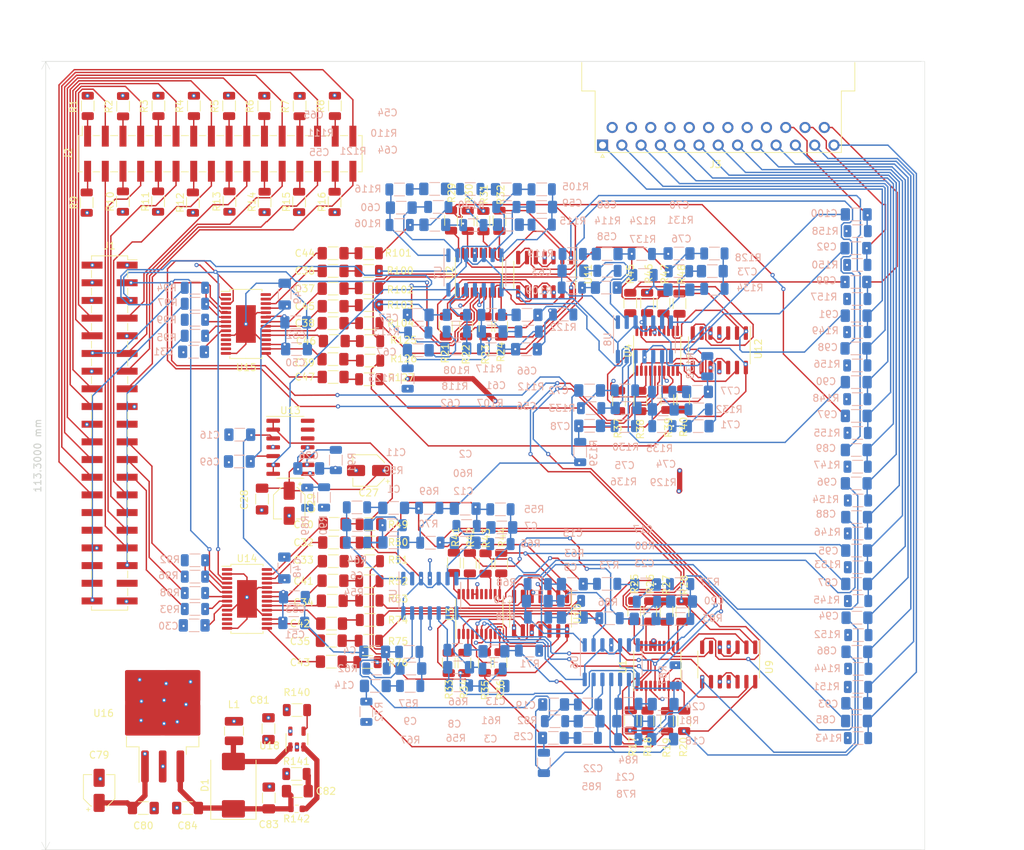
<source format=kicad_pcb>
(kicad_pcb (version 20221018) (generator pcbnew)
  (layers (0 "F.Cu" signal) (1 "In1.Cu" signal) (2 "In2.Cu" signal) (31 "B.Cu" signal) (34 "B.Paste" user) (35 "F.Paste" user) (36 "B.SilkS" user "B.Silkscreen") (37 "F.SilkS" user "F.Silkscreen") (38 "B.Mask" user) (39 "F.Mask" user) (44 "Edge.Cuts" user))
  (net 0 "")
  (net 1 "gain7")
  (net 2 "Net-(U3-P3B)")
  (net 3 "0")
  (net 4 "gain13")
  (net 5 "Net-(J2-Pin_1)")
  (net 6 "Net-(J2-Pin_5)")
  (net 7 "Net-(J2-Pin_9)")
  (net 8 "Net-(J2-Pin_13)")
  (net 9 "Net-(J2-Pin_17)")
  (net 10 "Net-(J2-Pin_21)")
  (net 11 "Net-(J2-Pin_25)")
  (net 12 "Net-(J2-Pin_29)")
  (net 13 "Net-(J2-Pin_2)")
  (net 14 "Net-(J2-Pin_6)")
  (net 15 "Net-(J2-Pin_10)")
  (net 16 "Net-(J2-Pin_14)")
  (net 17 "Net-(J2-Pin_18)")
  (net 18 "Net-(J2-Pin_22)")
  (net 19 "Net-(J2-Pin_26)")
  (net 20 "Net-(J2-Pin_30)")
  (net 21 "Channel3")
  (net 22 "Net-(U1-P3A)")
  (net 23 "gain3")
  (net 24 "Net-(U1-P3B)")
  (net 25 "gain4")
  (net 26 "Net-(U1-P1B)")
  (net 27 "Channel4")
  (net 28 "Net-(U1-P1A)")
  (net 29 "Channel11")
  (net 30 "Net-(U2-P3A)")
  (net 31 "gain11")
  (net 32 "Net-(U2-P3B)")
  (net 33 "gain12")
  (net 34 "Net-(U2-P1B)")
  (net 35 "Channel12")
  (net 36 "Net-(U2-P1A)")
  (net 37 "Net-(U1-P2A)")
  (net 38 "Channel2")
  (net 39 "Net-(U1-P2B)")
  (net 40 "gain2")
  (net 41 "Net-(U1-P0B)")
  (net 42 "gain1")
  (net 43 "Net-(U1-P0A)")
  (net 44 "Channel1")
  (net 45 "Net-(U2-P2A)")
  (net 46 "Channel10")
  (net 47 "Net-(U2-P2B)")
  (net 48 "gain10")
  (net 49 "Net-(U2-P0B)")
  (net 50 "gain9")
  (net 51 "Net-(U2-P0A)")
  (net 52 "Channel9")
  (net 53 "Channel7")
  (net 54 "Net-(U3-P3A)")
  (net 55 "Net-(U18-FB)")
  (net 56 "Net-(D1-K)")
  (net 57 "gain8")
  (net 58 "Net-(U3-P1B)")
  (net 59 "Channel8")
  (net 60 "Net-(U3-P1A)")
  (net 61 "Channel15")
  (net 62 "Net-(U4-P3A)")
  (net 63 "gain15")
  (net 64 "Net-(U4-P3B)")
  (net 65 "gain16")
  (net 66 "Net-(U4-P1B)")
  (net 67 "Channel16")
  (net 68 "Net-(U4-P1A)")
  (net 69 "Net-(U3-P2A)")
  (net 70 "Channel6")
  (net 71 "Net-(U3-P2B)")
  (net 72 "gain6")
  (net 73 "Net-(U3-P0B)")
  (net 74 "gain5")
  (net 75 "Net-(U3-P0A)")
  (net 76 "Channel5")
  (net 77 "Net-(U4-P2A)")
  (net 78 "Channel14")
  (net 79 "Net-(U4-P2B)")
  (net 80 "gain14")
  (net 81 "Net-(U4-P0B)")
  (net 82 "Net-(U4-P0A)")
  (net 83 "Channel13")
  (net 84 "/Amplification Stage/out6")
  (net 85 "/Amplification Stage/out8")
  (net 86 "/Amplification Stage/out10")
  (net 87 "/Amplification Stage/out12")
  (net 88 "out13")
  (net 89 "Net-(C68-Pad1)")
  (net 90 "out12")
  (net 91 "Net-(C67-Pad1)")
  (net 92 "out11")
  (net 93 "Net-(C66-Pad1)")
  (net 94 "out9")
  (net 95 "Net-(C65-Pad1)")
  (net 96 "out10")
  (net 97 "Net-(C64-Pad1)")
  (net 98 "Net-(C58-Pad1)")
  (net 99 "-13")
  (net 100 "Net-(C57-Pad1)")
  (net 101 "-12")
  (net 102 "Net-(C56-Pad1)")
  (net 103 "-11")
  (net 104 "Net-(C55-Pad1)")
  (net 105 "-9")
  (net 106 "Net-(C54-Pad1)")
  (net 107 "-10")
  (net 108 "DAC13")
  (net 109 "DAC12")
  (net 110 "DAC11")
  (net 111 "DAC9")
  (net 112 "DAC10")
  (net 113 "/Amplification Stage/out14")
  (net 114 "DAC1")
  (net 115 "Net-(C1-Pad1)")
  (net 116 "DAC2")
  (net 117 "Net-(C2-Pad1)")
  (net 118 "DAC3")
  (net 119 "Net-(C3-Pad1)")
  (net 120 "DAC4")
  (net 121 "Net-(C4-Pad1)")
  (net 122 "DAC5")
  (net 123 "Net-(C5-Pad1)")
  (net 124 "out1")
  (net 125 "out2")
  (net 126 "out3")
  (net 127 "out4")
  (net 128 "out5")
  (net 129 "-1")
  (net 130 "-2")
  (net 131 "-3")
  (net 132 "-4")
  (net 133 "-5")
  (net 134 "Net-(C11-Pad1)")
  (net 135 "Net-(C12-Pad1)")
  (net 136 "Net-(C13-Pad1)")
  (net 137 "Net-(C14-Pad1)")
  (net 138 "Net-(C15-Pad1)")
  (net 139 "DAC6")
  (net 140 "Net-(C17-Pad1)")
  (net 141 "DAC7")
  (net 142 "Net-(C18-Pad1)")
  (net 143 "DAC8")
  (net 144 "Net-(C19-Pad1)")
  (net 145 "out6")
  (net 146 "out7")
  (net 147 "out8")
  (net 148 "-6")
  (net 149 "-7")
  (net 150 "-8")
  (net 151 "Net-(C23-Pad1)")
  (net 152 "Net-(C24-Pad1)")
  (net 153 "Net-(C25-Pad1)")
  (net 154 "TDMB_BCLK")
  (net 155 "Net-(U15-BCK)")
  (net 156 "TDMA_BCLK")
  (net 157 "Net-(U14-BCK)")
  (net 158 "TDMB_DATA")
  (net 159 "Net-(U15-DATA1)")
  (net 160 "+12V")
  (net 161 "Net-(U13-3IN+)")
  (net 162 "Net-(U13-3IN-)")
  (net 163 "+6V")
  (net 164 "TDMA_DATA")
  (net 165 "Net-(U14-DATA1)")
  (net 166 "TDMB_LRCLK")
  (net 167 "Net-(U15-LRCK)")
  (net 168 "TDMB_SCK")
  (net 169 "Net-(U15-SCK)")
  (net 170 "TDMA_LRCLK")
  (net 171 "Net-(U14-LRCK)")
  (net 172 "TDMA_SCK")
  (net 173 "Net-(U14-SCK)")
  (net 174 "DAC14")
  (net 175 "Net-(C70-Pad1)")
  (net 176 "DAC15")
  (net 177 "Net-(C71-Pad1)")
  (net 178 "DAC16")
  (net 179 "Net-(C72-Pad1)")
  (net 180 "out14")
  (net 181 "out15")
  (net 182 "out16")
  (net 183 "-14")
  (net 184 "-15")
  (net 185 "-16")
  (net 186 "Net-(C76-Pad1)")
  (net 187 "Net-(C77-Pad1)")
  (net 188 "Net-(C78-Pad1)")
  (net 189 "/Amplification Stage/out16")
  (net 190 "Boost_Shutdown")
  (net 191 "+5V")
  (net 192 "Net-(C82-Pad1)")
  (net 193 "/Amplification Stage/out1")
  (net 194 "/Amplification Stage/out3")
  (net 195 "/Amplification Stage/out5")
  (net 196 "/Amplification Stage/out7")
  (net 197 "/Amplification Stage/out9")
  (net 198 "/Amplification Stage/out11")
  (net 199 "/Amplification Stage/out13")
  (net 200 "/Amplification Stage/out15")
  (net 201 "/Amplification Stage/out2")
  (net 202 "/Amplification Stage/out4")
  (net 203 "Net-(D1-A)")
  (net 204 "-3gain")
  (net 205 "SCL")
  (net 206 "SDA")
  (net 207 "-4gain")
  (net 208 "-1gain")
  (net 211 "-2gain")
  (net 212 "-11gain")
  (net 213 "-12gain")
  (net 214 "-9gain")
  (net 217 "-10gain")
  (net 218 "-7gain")
  (net 219 "-8gain")
  (net 220 "-5gain")
  (net 223 "-6gain")
  (net 224 "-15gain")
  (net 225 "-16gain")
  (net 226 "-13gain")
  (net 229 "-14gain")
  (net 230 "+1")
  (net 231 "COM1")
  (net 232 "COM2")
  (net 233 "+10")
  (net 238 "+3.3V")
  (net 242 "Net-(U15-VOUT8)")
  (net 243 "Net-(U15-VOUT7)")
  (net 244 "Net-(U15-VOUT6)")
  (net 245 "Net-(U15-VOUT5)")
  (net 246 "Net-(U15-VOUT4)")
  (net 247 "Net-(U15-VOUT3)")
  (net 248 "Net-(U15-VOUT2)")
  (net 249 "Net-(U15-VOUT1)")
  (net 255 "Net-(U14-VOUT8)")
  (net 256 "Net-(U14-VOUT7)")
  (net 257 "Net-(U14-VOUT6)")
  (net 258 "Net-(U14-VOUT5)")
  (net 259 "Net-(U14-VOUT4)")
  (net 260 "Net-(U14-VOUT3)")
  (net 261 "Net-(U14-VOUT2)")
  (net 262 "Net-(U14-VOUT1)")
  (net 264 "LED4")
  (net 265 "LED5")
  (net 266 "LED6")
  (net 267 "LED1")
  (net 268 "LED2")
  (net 269 "LED3")
  (net 270 "LED7")
  (net 271 "LED12")
  (net 273 "LED14")
  (net 274 "LED15")
  (net 275 "LED16")
  (net 276 "LED8")
  (net 277 "LED13")
  (net 278 "LED9")
  (net 280 "LED10")
  (net 282 "LED11")
  (net 284 "TDM_MCLK")
  (footprint "Resistor_SMD:R_1206_3216Metric" (layer "F.Cu") (at 96.306092 96.518621)
    (fp_text reference "R50")
    (fp_text value "6.2k")
  )
  (footprint "Package_SO:HTSSOP-28-1EP_4.4x9.7mm_P0.65mm_EP2.85x5.4mm" (layer "F.Cu") (at 78.661113 104.633812)
    (fp_text reference "U14")
    (fp_text value "PCM1681PWP")
  )
  (footprint "Resistor_SMD:R_1206_3216Metric" (layer "F.Cu") (at 96.221 73.074)
    (fp_text reference "R127")
    (fp_text value "6.2k")
  )
  (footprint "Resistor_SMD:R_1206_3216Metric" (layer "F.Cu") (at 96.178582 62.421099)
    (fp_text reference "R103")
    (fp_text value "6.2k")
  )
  (footprint "Resistor_SMD:R_1206_3216Metric" (layer "F.Cu") (at 65.890751 47.54 90)
    (fp_text reference "R11")
    (fp_text value "220")
  )
  (footprint "Resistor_SMD:R_1206_3216Metric" (layer "F.Cu") (at 140.7755 62.2005 90)
    (fp_text reference "R48")
    (fp_text value "15K")
  )
  (footprint "Diode_SMD:D_SMC" (layer "F.Cu") (at 76.7105 131.4055 90)
    (fp_text reference "D1")
    (fp_text value "D")
  )
  (footprint "Package_SO:SOIC-14_3.9x8.7mm_P1.27mm" (layer "F.Cu") (at 120.8255 106.763 -90)
    (fp_text reference "U10")
    (fp_text value "TL074CDR")
  )
  (footprint "Package_SO:SOIC-14_3.9x8.7mm_P1.27mm" (layer "F.Cu") (at 121.4155 58.063 -90)
    (fp_text reference "U11")
    (fp_text value "TL074CDR")
  )
  (footprint "Resistor_SMD:R_1206_3216Metric" (layer "F.Cu") (at 96.236524 102.088317)
    (fp_text reference "R52")
    (fp_text value "6.2k")
  )
  (footprint "Resistor_SMD:R_1206_3216Metric" (layer "F.Cu") (at 115.1755 99.5005 90)
    (fp_text reference "R44")
    (fp_text value "15K")
  )
  (footprint "Resistor_SMD:R_1206_3216Metric" (layer "F.Cu") (at 96.319616 107.663856)
    (fp_text reference "R74")
    (fp_text value "6.2k")
  )
  (footprint "Resistor_SMD:R_1206_3216Metric" (layer "F.Cu") (at 96.221 65.014992)
    (fp_text reference "R104")
    (fp_text value "6.2k")
  )
  (footprint "Capacitor_SMD:C_1206_3216Metric_Pad1.33x1.80mm_HandSolder" (layer "F.Cu") (at 91.032886 62.586922)
    (fp_text reference "C45")
    (fp_text value "4.7uF")
  )
  (footprint "Capacitor_SMD:C_1206_3216Metric_Pad1.33x1.80mm_HandSolder" (layer "F.Cu") (at 63.7755 134.6905 180)
    (fp_text reference "C80")
    (fp_text value "100nF")
  )
  (footprint "Resistor_SMD:R_1206_3216Metric" (layer "F.Cu") (at 115.1655 65.513 90)
    (fp_text reference "R24")
    (fp_text value "15K")
  )
  (footprint "Capacitor_SMD:CP_Elec_4x5.4" (layer "F.Cu") (at 96.1255 86.188 180)
    (fp_text reference "C27")
    (fp_text value "10uF")
  )
  (footprint "Resistor_SMD:R_1206_3216Metric" (layer "F.Cu") (at 81.190751 47.59 90)
    (fp_text reference "R14")
    (fp_text value "220")
  )
  (footprint "Connector_Dsub:DSUB-25_Female_Horizontal_P2.77x2.54mm_EdgePinOffset9.40mm" (layer "F.Cu") (at 129.725 39.430331 180)
    (fp_text reference "J3")
    (fp_text value "DB25_Receptacle")
  )
  (footprint "Resistor_SMD:R_1206_3216Metric" (layer "F.Cu") (at 141.314205 75.973448 90)
    (fp_text reference "R40")
    (fp_text value "15K")
  )
  (footprint "Resistor_SMD:R_1206_3216Metric" (layer "F.Cu") (at 95.967 113.714)
    (fp_text reference "R76")
    (fp_text value "6.2k")
  )
  (footprint "Inductor_SMD:L_1210_3225Metric" (layer "F.Cu") (at 76.795673 123.625443 -90)
    (fp_text reference "L1")
    (fp_text value "10uH")
  )
  (footprint "Resistor_SMD:R_1206_3216Metric" (layer "F.Cu") (at 107.638285 113.840465 90)
    (fp_text reference "R33")
    (fp_text value "15K")
  )
  (footprint "Resistor_SMD:R_1206_3216Metric" (layer "F.Cu") (at 96.229205 104.86722)
    (fp_text reference "R53")
    (fp_text value "6.2k")
  )
  (footprint "Resistor_SMD:R_1206_3216Metric" (layer "F.Cu") (at 108.3755 99.4505 90)
    (fp_text reference "R41")
    (fp_text value "15K")
  )
  (footprint "Resistor_SMD:R_1206_3216Metric" (layer "F.Cu") (at 81.140751 33.79 -90)
    (fp_text reference "R6")
    (fp_text value "220")
  )
  (footprint "Resistor_SMD:R_1206_3216Metric" (layer "F.Cu") (at 55.640751 47.69 90)
    (fp_text reference "R9")
    (fp_text value "220")
  )
  (footprint "Resistor_SMD:R_1206_3216Metric" (layer "F.Cu") (at 110.6755 99.5005 90)
    (fp_text reference "R42")
    (fp_text value "15K")
  )
  (footprint "Package_SO:TSSOP-20_4.4x6.5mm_P0.65mm" (layer "F.Cu") (at 137.5955 114.263 90)
    (fp_text reference "U1")
    (fp_text value "MCP4431-503E/ST")
  )
  (footprint "Resistor_SMD:R_1206_3216Metric" (layer "F.Cu") (at 96.175245 59.979614)
    (fp_text reference "R102")
    (fp_text value "6.2k")
  )
  (footprint "Resistor_SMD:R_1206_3216Metric" (layer "F.Cu") (at 136.1255 62.1005 90)
    (fp_text reference "R46")
    (fp_text value "15K")
  )
  (footprint "Resistor_SMD:R_1206_3216Metric" (layer "F.Cu") (at 138.9095 106.4515 90)
    (fp_text reference "R27")
    (fp_text value "15K")
  )
  (footprint "Resistor_SMD:R_1206_3216Metric" (layer "F.Cu") (at 71.040751 33.79 -90)
    (fp_text reference "R4")
    (fp_text value "220")
  )
  (footprint "Resistor_SMD:R_1206_3216Metric" (layer "F.Cu") (at 133.78224 122.09829 90)
    (fp_text reference "R17")
    (fp_text value "15K")
  )
  (footprint "Resistor_SMD:R_1206_3216Metric" (layer "F.Cu") (at 107.222558 65.496098 90)
    (fp_text reference "R21")
    (fp_text value "15K")
  )
  (footprint "Resistor_SMD:R_1206_3216Metric" (layer "F.Cu") (at 112.9255 99.5505 90)
    (fp_text reference "R43")
    (fp_text value "15K")
  )
  (footprint "Capacitor_SMD:C_1206_3216Metric_Pad1.33x1.80mm_HandSolder" (layer "F.Cu") (at 90.76948 110.641551)
    (fp_text reference "C35")
    (fp_text value "4.7uF")
  )
  (footprint "Capacitor_SMD:C_1206_3216Metric_Pad1.33x1.80mm_HandSolder" (layer "F.Cu") (at 81.745629 123.282497 90)
    (fp_text reference "C81")
    (fp_text value "2.2uF")
  )
  (footprint "Resistor_SMD:R_1206_3216Metric" (layer "F.Cu") (at 76.140751 47.54 90)
    (fp_text reference "R13")
    (fp_text value "220")
  )
  (footprint "Resistor_SMD:R_1206_3216Metric" (layer "F.Cu") (at 96.303344 99.21789)
    (fp_text reference "R51")
    (fp_text value "6.2k")
  )
  (footprint "Capacitor_SMD:C_1206_3216Metric_Pad1.33x1.80mm_HandSolder" (layer "F.Cu") (at 91.102436 96.533812)
    (fp_text reference "C32")
    (fp_text value "4.7uF")
  )
  (footprint "Resistor_SMD:R_1206_3216Metric" (layer "F.Cu") (at 136.18224 122.16079 90)
    (fp_text reference "R18")
    (fp_text value "15K")
  )
  (footprint "Resistor_SMD:R_1206_3216Metric" (layer "F.Cu") (at 65.940751 33.79 -90)
    (fp_text reference "R3")
    (fp_text value "220")
  )
  (footprint "Capacitor_SMD:C_1206_3216Metric_Pad1.33x1.80mm_HandSolder" (layer "F.Cu") (at 91.032886 60.046922)
    (fp_text reference "C37")
    (fp_text value "4.7uF")
  )
  (footprint "Capacitor_SMD:C_1206_3216Metric_Pad1.33x1.80mm_HandSolder" (layer "F.Cu") (at 80.8255 90.288 -90)
    (fp_text reference "C28")
    (fp_text value "100nF")
  )
  (footprint "Capacitor_SMD:CP_Elec_4x5.4" (layer "F.Cu") (at 57.4255 132.1505 90)
    (fp_text reference "C79")
    (fp_text value "10uF")
  )
  (footprint "Package_SO:SOIC-14_3.9x8.7mm_P1.27mm" (layer "F.Cu") (at 147.8455 114.063 -90)
    (fp_text reference "U9")
    (fp_text value "TL074CDR")
  )
  (footprint "Resistor_SMD:R_1206_3216Metric" (layer "F.Cu") (at 85.834724 120.612426 180)
    (fp_text reference "R140")
    (fp_text value "47k")
  )
  (footprint "Capacitor_SMD:C_1206_3216Metric_Pad1.33x1.80mm_HandSolder" (layer "F.Cu") (at 91.181525 93.845568)
    (fp_text reference "C40")
    (fp_text value "4.7uF")
  )
  (footprint "Resistor_SMD:R_1206_3216Metric" (layer "F.Cu") (at 138.9955 122.2005 90)
    (fp_text reference "R19")
    (fp_text value "15K")
  )
  (footprint "Resistor_SMD:R_1206_3216Metric" (layer "F.Cu") (at 138.4755 62.1505 90)
    (fp_text reference "R47")
    (fp_text value "15K")
  )
  (footprint "Resistor_SMD:R_1206_3216Metric" (layer "F.Cu") (at 96.33293 67.589397)
    (fp_text reference "R125")
    (fp_text value "6.2k")
  )
  (footprint "Resistor_SMD:R_1206_3216Metric" (layer "F.Cu") (at 96.300774 93.891669)
    (fp_text reference "R49")
    (fp_text value "6.2k")
  )
  (footprint "Package_SO:TSSOP-20_4.4x6.5mm_P0.65mm" (layer "F.Cu") (at 137.5755 68.988 90)
    (fp_text reference "U4")
    (fp_text value "MCP4431-503E/ST")
  )
  (footprint "Package_TO_SOT_SMD:TO-263-3_TabPin4" (layer "F.Cu") (at 66.5505 121.0655 90)
    (fp_text reference "U16")
    (fp_text value "TL780-05CKTTR")
  )
  (footprint "Capacitor_SMD:C_1206_3216Metric_Pad1.33x1.80mm_HandSolder" (layer "F.Cu") (at 81.7905 133.243 -90)
    (fp_text reference "C83")
    (fp_text value "4.7uF")
  )
  (footprint "Package_SO:TSSOP-20_4.4x6.5mm_P0.65mm" (layer "F.Cu") (at 111.9655 57.763 90)
    (fp_text reference "U2")
    (fp_text value "MCP4431-503E/ST")
  )
  (footprint "Resistor_SMD:R_1206_3216Metric" (layer "F.Cu") (at 112.91532 65.50689 90)
    (fp_text reference "R23")
    (fp_text value "15K")
  )
  (footprint "Resistor_SMD:R_1206_3216Metric" (layer "F.Cu") (at 134.2775 106.3755 90)
    (fp_text reference "R25")
    (fp_text value "15K")
  )
  (footprint "Resistor_SMD:R_1206_3216Metric" (layer "F.Cu") (at 109.888285 113.840465 90)
    (fp_text reference "R34")
    (fp_text value "15K")
  )
  (footprint "Resistor_SMD:R_1206_3216Metric" (layer "F.Cu") (at 112.6155 50.3505 90)
    (fp_text reference "R31")
    (fp_text value "15K")
  )
  (footprint "Capacitor_SMD:C_1206_3216Metric_Pad1.33x1.80mm_HandSolder" (layer "F.Cu") (at 70.1255 134.6905)
    (fp_text reference "C84")
    (fp_text value "4.7uF")
  )
  (footprint "Capacitor_SMD:C_1206_3216Metric_Pad1.33x1.80mm_HandSolder" (layer "F.Cu") (at 91.032886 72.746922)
    (fp_text reference "C47")
    (fp_text value "4.7uF")
  )
  (footprint "Capacitor_SMD:C_1206_3216Metric_Pad1.33x1.80mm_HandSolder" (layer "F.Cu") (at 90.908945 104.903273)
    (fp_text reference "C34")
    (fp_text value "4.7uF")
  )
  (footprint "Resistor_SMD:R_1206_3216Metric" (layer "F.Cu") (at 85.762985 129.794954)
    (fp_text reference "R141")
    (fp_text value "13.3k")
  )
  (footprint "Capacitor_SMD:C_1206_3216Metric_Pad1.33x1.80mm_HandSolder" (layer "F.Cu") (at 90.775938 113.653611)
    (fp_text reference "C43")
    (fp_text value "4.7uF")
  )
  (footprint "Package_TO_SOT_SMD:SOT-23-5" (layer "F.Cu") (at 85.834724 124.783575 90)
    (fp_text reference "U18")
    (fp_text value "~")
  )
  (footprint "Resistor_SMD:R_1206_3216Metric" (layer "F.Cu") (at 136.5775 106.4255 90)
    (fp_text reference "R26")
    (fp_text value "15K")
  )
  (footprint "Resistor_SMD:R_1206_3216Metric" (layer "F.Cu") (at 70.890751 47.69 90)
    (fp_text reference "R12")
    (fp_text value "220")
  )
  (footprint "Capacitor_SMD:C_1206_3216Metric_Pad1.33x1.80mm_HandSolder" (layer "F.Cu") (at 90.814613 108.189812)
    (fp_text reference "C42")
    (fp_text value "4.7uF")
  )
  (footprint "Resistor_SMD:R_1206_3216Metric" (layer "F.Cu") (at 139.034662 76.026389 90)
    (fp_text reference "R39")
    (fp_text value "15K")
  )
  (footprint "Capacitor_SMD:C_1206_3216Metric_Pad1.33x1.80mm_HandSolder" (layer "F.Cu") (at 85.893 132.2655 180)
    (fp_text reference "C82")
    (fp_text value "192.1pF")
  )
  (footprint "Capacitor_SMD:CP_Elec_4x5.4" (layer "F.Cu") (at 84.7255 90.888 -90)
    (fp_text reference "C29")
    (fp_text value "10uF")
  )
  (footprint "Resistor_SMD:R_1206_3216Metric" (layer "F.Cu") (at 96.340331 70.387664)
    (fp_text reference "R126")
    (fp_text value "6.2k")
  )
  (footprint "Resistor_SMD:R_0603_1608Metric" (layer "F.Cu") (at 85.793 134.8055 180)
    (fp_text reference "R142")
    (fp_text value "138.1k")
  )
  (footprint "Resistor_SMD:R_1206_3216Metric" (layer "F.Cu") (at 133.707919 62.109362 90)
    (fp_text reference "R45")
    (fp_text value "15K")
  )
  (footprint "Resistor_SMD:R_1206_3216Metric" (layer "F.Cu") (at 86.221428 33.812067 -90)
    (fp_text reference "R7")
    (fp_text value "220")
  )
  (footprint "Resistor_SMD:R_1206_3216Metric" (layer "F.Cu") (at 96.142161 54.966922)
    (fp_text reference "R101")
    (fp_text value "6.2k")
  )
  (footprint "Resistor_SMD:R_1206_3216Metric" (layer "F.Cu") (at 76.090751 33.79 -90)
    (fp_text reference "R5")
    (fp_text value "220")
  )
  (footprint "Resistor_SMD:R_1206_3216Metric" (layer "F.Cu") (at 132.0924 76.177349 90)
    (fp_text reference "R37")
    (fp_text value "15K")
  )
  (footprint "Resistor_SMD:R_1206_3216Metric" (layer "F.Cu") (at 91.240751 47.59 90)
    (fp_text reference "R16")
    (fp_text value "220")
  )
  (footprint "Package_SO:TSSOP-20_4.4x6.5mm_P0.65mm" (layer "F.Cu") (at 112.0255 106.813 90)
    (fp_text reference "U3")
    (fp_text value "MCP4431-503E/ST")
  )
  (footprint "Resistor_SMD:R_1206_3216Metric" (layer "F.Cu") (at 96.142161 57.506922)
    (fp_text reference "R100")
    (fp_text value "6.2k")
  )
  (footprint "Resistor_SMD:R_1206_3216Metric" (layer "F.Cu") (at 55.790751 33.79 -90)
    (fp_text reference "R1")
    (fp_text value "220")
  )
  (footprint "Resistor_SMD:R_1206_3216Metric" (layer "F.Cu") (at 141.1955 106.4515 90)
    (fp_text reference "R28")
    (fp_text value "15K")
  )
  (footprint "Resistor_SMD:R_1206_3216Metric" (layer "F.Cu") (at 107.9655 50.2505 90)
    (fp_text reference "R29")
    (fp_text value "15K")
  )
  (footprint "Capacitor_SMD:C_1206_3216Metric_Pad1.33x1.80mm_HandSolder" (layer "F.Cu") (at 91.059665 99.217589)
    (fp_text reference "C33")
    (fp_text value "4.7uF")
  )
  (footprint "Capacitor_SMD:C_1206_3216Metric_Pad1.33x1.80mm_HandSolder" (layer "F.Cu") (at 91.032886 57.506922)
    (fp_text reference "C36")
    (fp_text value "4.7uF")
  )
  (footprint "Resistor_SMD:R_1206_3216Metric" (layer "F.Cu") (at 135.155383 76.2 90)
    (fp_text reference "R38")
    (fp_text value "15K")
  )
  (footprint "Capacitor_SMD:C_1206_3216Metric_Pad1.33x1.80mm_HandSolder" (layer "F.Cu") (at 91.2025 67.579466)
    (fp_text reference "C46")
    (fp_text value "4.7uF")
  )
  (footprint "Capacitor_SMD:C_1206_3216Metric_Pad1.33x1.80mm_HandSolder" (layer "F.Cu") (at 91.032886 54.966922)
    (fp_text reference "C44")
    (fp_text value "4.7uF")
  )
  (footprint "Package_SO:SOIC-14_3.9x8.7mm_P1.27mm" (layer "F.Cu") (at 84.9005 82.848)
    (fp_text reference "U13")
    (fp_text value "TL074CDR")
  )
  (footprint "Capacitor_SMD:C_1206_3216Metric_Pad1.33x1.80mm_HandSolder" (layer "F.Cu") (at 91.007692 70.188162)
    (fp_text reference "C39")
    (fp_text value "4.7uF")
  )
  (footprint "Resistor_SMD:R_1206_3216Metric" (layer "F.Cu") (at 110.3655 50.3005 90)
    (fp_text reference "R30")
    (fp_text value "15K")
  )
  (footprint "Connector_PinSocket_2.54mm:PinSocket_2x20_P2.54mm_Vertical_SMD" (layer "F.Cu") (at 58.93 80.8)
    (fp_text reference "J1")
    (fp_text value "Conn_02x20_Odd_Even")
  )
  (footprint "Resistor_SMD:R_1206_3216Metric" (layer "F.Cu") (at 110.121921 65.455749 90)
    (fp_text reference "R22")
    (fp_text value "15K")
  )
  (footprint "Capacitor_SMD:C_1206_3216Metric_Pad1.33x1.80mm_HandSolder" (layer "F.Cu") (at 91.010057 102.017996)
    (fp_text reference "C41")
    (fp_text value "4.7uF")
  )
  (footprint "Resistor_SMD:R_1206_3216Metric" (layer "F.Cu") (at 60.840751 47.54 90)
    (fp_text reference "R10")
    (fp_text value "220")
  )
  (footprint "Resistor_SMD:R_1206_3216Metric" (layer "F.Cu") (at 91.290751 33.79 -90)
    (fp_text reference "R8")
    (fp_text value "220")
  )
  (footprint "Package_SO:HTSSOP-28-1EP_4.4x9.7mm_P0.65mm_EP2.85x5.4mm" (layer "F.Cu") (at 78.5025 65.126922)
    (fp_text reference "U15")
    (fp_text value "PCM1681PWP")
  )
  (footprint "Resistor_SMD:R_1206_3216Metric" (layer "F.Cu") (at 96.16299 110.655228)
    (fp_text reference "R75")
    (fp_text value "6.2k")
  )
  (footprint "Resistor_SMD:R_1206_3216Metric" (layer "F.Cu") (at 114.9155 50.3005 90)
    (fp_text reference "R32")
    (fp_text value "15K")
  )
  (footprint "Resistor_SMD:R_1206_3216Metric" (layer "F.Cu") (at 112.8255 113.8005 90)
    (fp_text reference "R35")
    (fp_text value "15K")
  )
  (footprint "Package_SO:SOIC-14_3.9x8.7mm_P1.27mm" (layer "F.Cu") (at 146.4955 68.913 -90)
    (fp_text reference "U12")
    (fp_text value "TL074CDR")
  )
  (footprint "Resistor_SMD:R_1206_3216Metric" (layer "F.Cu") (at 60.865067 33.834807 -90)
    (fp_text reference "R2")
    (fp_text value "220")
  )
  (footprint "Resistor_SMD:R_1206_3216Metric" (layer "F.Cu") (at 86.140751 47.59 90)
    (fp_text reference "R15")
    (fp_text value "220")
  )
  (footprint "Connector_PinSocket_2.54mm:PinSocket_2x16_P2.54mm_Vertical_SMD" (layer "F.Cu") (at 74.820751 40.66 90)
    (fp_text reference "J2")
    (fp_text value "Conn_02x16_Odd_Even")
  )
  (footprint "Resistor_SMD:R_1206_3216Metric" (layer "F.Cu") (at 141.4455 122.163 90)
    (fp_text reference "R20")
    (fp_text value "15K")
  )
  (footprint "Capacitor_SMD:C_1206_3216Metric_Pad1.33x1.80mm_HandSolder" (layer "F.Cu") (at 91.034042 65.02065)
    (fp_text reference "C38")
    (fp_text value "4.7uF")
  )
  (footprint "Resistor_SMD:R_1206_3216Metric" (layer "F.Cu") (at 115.0755 113.7505 90)
    (fp_text reference "R36")
    (fp_text value "15K")
  )
  (footprint "Resistor_SMD:R_1206_3216Metric" (layer "B.Cu") (at 144.7675 71.196 -90)
    (fp_text reference "R138")
    (fp_text value "10k")
  )
  (footprint "Resistor_SMD:R_1206_3216Metric" (layer "B.Cu") (at 125.4395 55.074)
    (fp_text reference "R119")
    (fp_text value "47")
  )
  (footprint "Capacitor_SMD:C_1206_3216Metric_Pad1.33x1.80mm_HandSolder" (layer "B.Cu") (at 166.163 49.388)
    (fp_text reference "C100")
    (fp_text value "10uF")
  )
  (footprint "Capacitor_SMD:C_1206_3216Metric_Pad1.33x1.80mm_HandSolder" (layer "B.Cu") (at 115.9114 45.7794 180)
    (fp_text reference "C54")
    (fp_text value "4700pF")
  )
  (footprint "Capacitor_SMD:C_1206_3216Metric_Pad1.33x1.80mm_HandSolder" (layer "B.Cu") (at 145.495 57.54 180)
    (fp_text reference "C73")
    (fp_text value "470pF")
  )
  (footprint "Capacitor_SMD:C_1206_3216Metric_Pad1.33x1.80mm_HandSolder" (layer "B.Cu") (at 85.7755 68.738)
    (fp_text reference "C50")
    (fp_text value "1uF")
  )
  (footprint "Resistor_SMD:R_1206_3216Metric" (layer "B.Cu") (at 138.3215 79.813 180)
    (fp_text reference "R129")
    (fp_text value "6.8k")
  )
  (footprint "Resistor_SMD:R_1206_3216Metric" (layer "B.Cu") (at 140.7075 57.54)
    (fp_text reference "R131")
    (fp_text value "430")
  )
  (footprint "Resistor_SMD:R_1206_3216Metric" (layer "B.Cu") (at 120.463 107.313 180)
    (fp_text reference "R58")
    (fp_text value "6.8k")
  )
  (footprint "Resistor_SMD:R_1206_3216Metric" (layer "B.Cu") (at 104.8357 91.5641 180)
    (fp_text reference "R69")
    (fp_text value "10k")
  )
  (footprint "Resistor_SMD:R_1206_3216Metric" (layer "B.Cu") (at 133.4255 124.788 180)
    (fp_text reference "R78")
    (fp_text value "6.8k")
  )
  (footprint "Capacitor_SMD:C_1206_3216Metric_Pad1.33x1.80mm_HandSolder" (layer "B.Cu") (at 70.983031 69.12371)
    (fp_text reference "C31")
    (fp_text value "1uF")
  )
  (footprint "Resistor_SMD:R_1206_3216Metric" (layer "B.Cu") (at 109.1055 117.063 180)
    (fp_text reference "R56")
    (fp_text value "6.8k")
  )
  (footprint "Capacitor_SMD:C_1206_3216Metric_Pad1.33x1.80mm_HandSolder" (layer "B.Cu") (at 84.0755 60.838 90)
    (fp_text reference "C49")
    (fp_text value "10uF")
  )
  (footprint "Capacitor_SMD:C_1206_3216Metric_Pad1.33x1.80mm_HandSolder" (layer "B.Cu") (at 166.2255 119.638)
    (fp_text reference "C93")
    (fp_text value "10uF")
  )
  (footprint "Package_SO:SOIC-14_3.9x8.7mm_P1.27mm" (layer "B.Cu") (at 111.399 57.7332 -90)
    (fp_text reference "U7")
    (fp_text value "TL074CDR")
  )
  (footprint "Package_SO:SOIC-14_3.9x8.7mm_P1.27mm" (layer "B.Cu") (at 130.978 113.738 -90)
    (fp_text reference "U6")
    (fp_text value "TL074CDR")
  )
  (footprint "Resistor_SMD:R_1206_3216Metric" (layer "B.Cu") (at 106.1352 48.3086 180)
    (fp_text reference "R111")
    (fp_text value "430")
  )
  (footprint "Capacitor_SMD:C_1206_3216Metric_Pad1.33x1.80mm_HandSolder" (layer "B.Cu") (at 133.338 122.213)
    (fp_text reference "C21")
    (fp_text value "470pF")
  )
  (footprint "Resistor_SMD:R_1206_3216Metric" (layer "B.Cu") (at 71.188 99.088)
    (fp_text reference "R92")
    (fp_text value "22")
  )
  (footprint "Resistor_SMD:R_1206_3216Metric" (layer "B.Cu") (at 122.9005 122.213)
    (fp_text reference "R82")
    (fp_text value "430")
  )
  (footprint "Resistor_SMD:R_1206_3216Metric" (layer "B.Cu") (at 126.5125 83.5375 90)
    (fp_text reference "R139")
    (fp_text value "10k")
  )
  (footprint "Capacitor_SMD:C_1206_3216Metric_Pad1.33x1.80mm_HandSolder" (layer "B.Cu") (at 141.0755 105.013 180)
    (fp_text reference "C20")
    (fp_text value "470pF")
  )
  (footprint "Resistor_SMD:R_1206_3216Metric" (layer "B.Cu") (at 115.0607 96.7641 180)
    (fp_text reference "R65")
    (fp_text value "47")
  )
  (footprint "Capacitor_SMD:C_1206_3216Metric_Pad1.33x1.80mm_HandSolder" (layer "B.Cu") (at 166.163 88.038)
    (fp_text reference "C96")
    (fp_text value "10uF")
  )
  (footprint "Resistor_SMD:R_1206_3216Metric" (layer "B.Cu") (at 135.6125 58.088)
    (fp_text reference "R137")
    (fp_text value "10k")
  )
  (footprint "Capacitor_SMD:C_1206_3216Metric_Pad1.33x1.80mm_HandSolder" (layer "B.Cu") (at 143.3705 74.879)
    (fp_text reference "C77")
    (fp_text value "10uF")
  )
  (footprint "Resistor_SMD:R_1206_3216Metric" (layer "B.Cu") (at 95.8055 120.8505 90)
    (fp_text reference "R72")
    (fp_text value "10k")
  )
  (footprint "Resistor_SMD:R_1206_3216Metric" (layer "B.Cu") (at 127.638 119.813)
    (fp_text reference "R79" hide)
    (fp_text value "6.8k")
  )
  (footprint "Capacitor_SMD:C_1206_3216Metric_Pad1.33x1.80mm_HandSolder" (layer "B.Cu") (at 99.751 96.5122)
    (fp_text reference "C1")
    (fp_text value "4700pF")
  )
  (footprint "Capacitor_SMD:C_1206_3216Metric_Pad1.33x1.80mm_HandSolder" (layer "B.Cu") (at 109.0555 114.463)
    (fp_text reference "C8")
    (fp_text value "470pF")
  )
  (footprint "Capacitor_SMD:C_1206_3216Metric_Pad1.33x1.80mm_HandSolder" (layer "B.Cu") (at 127.8694 74.6836 180)
    (fp_text reference "C72")
    (fp_text value "4700pF")
  )
  (footprint "Capacitor_SMD:C_1206_3216Metric_Pad1.33x1.80mm_HandSolder" (layer "B.Cu") (at 135.9005 102.563 180)
    (fp_text reference "C17")
    (fp_text value "4700pF")
  )
  (footprint "Resistor_SMD:R_1206_3216Metric" (layer "B.Cu") (at 133.438 119.713)
    (fp_text reference "R84")
    (fp_text value "47")
  )
  (footprint "Capacitor_SMD:C_1206_3216Metric_Pad1.33x1.80mm_HandSolder" (layer "B.Cu") (at 77.563 84.888)
    (fp_text reference "C69")
    (fp_text value "10uF")
  )
  (footprint "Resistor_SMD:R_1206_3216Metric" (layer "B.Cu") (at 119.168 112.063 180)
    (fp_text reference "R71")
    (fp_text value "10k")
  )
  (footprint "Capacitor_SMD:C_1206_3216Metric_Pad1.33x1.80mm_HandSolder" (layer "B.Cu") (at 108.6594 68.6454 180)
    (fp_text reference "C62")
    (fp_text value "470pF")
  )
  (footprint "Resistor_SMD:R_1206_3216Metric" (layer "B.Cu") (at 136.1005 105.038)
    (fp_text reference "R80")
    (fp_text value "430")
  )
  (footprint "Resistor_SMD:R_1206_3216Metric" (layer "B.Cu") (at 143.53 77.4 180)
    (fp_text reference "R132")
    (fp_text value "430")
  )
  (footprint "Capacitor_SMD:C_1206_3216Metric_Pad1.33x1.80mm_HandSolder" (layer "B.Cu") (at 94.5317 94.023)
    (fp_text reference "C6")
    (fp_text value "470pF")
  )
  (footprint "Capacitor_SMD:C_1206_3216Metric_Pad1.33x1.80mm_HandSolder" (layer "B.Cu") (at 135.8505 107.513 180)
    (fp_text reference "C23")
    (fp_text value "10uF")
  )
  (footprint "Resistor_SMD:R_1206_3216Metric" (layer "B.Cu") (at 166.313 61.538)
    (fp_text reference "R157")
    (fp_text value "10k")
  )
  (footprint "Capacitor_SMD:C_1206_3216Metric_Pad1.33x1.80mm_HandSolder" (layer "B.Cu") (at 138.45 77.4)
    (fp_text reference "C74")
    (fp_text value "470pF")
  )
  (footprint "Capacitor_SMD:C_1206_3216Metric_Pad1.33x1.80mm_HandSolder" (layer "B.Cu") (at 105.6395 50.874)
    (fp_text reference "C55")
    (fp_text value "4700pF")
  )
  (footprint "Resistor_SMD:R_1206_3216Metric" (layer "B.Cu") (at 101.9587 112.2432)
    (fp_text reference "R57")
    (fp_text value "6.8k")
  )
  (footprint "Resistor_SMD:R_1206_3216Metric" (layer "B.Cu") (at 102.0962 117.1432 180)
    (fp_text reference "R67")
    (fp_text value "47")
  )
  (footprint "Package_SO:SOIC-14_3.9x8.7mm_P1.27mm" (layer "B.Cu") (at 135.7393 67.3488 -90)
    (fp_text reference "U8")
    (fp_text value "TL074CDR")
  )
  (footprint "Resistor_SMD:R_1206_3216Metric" (layer "B.Cu") (at 71.188 106.088)
    (fp_text reference "R93")
    (fp_text value "22")
  )
  (footprint "Resistor_SMD:R_1206_3216Metric" (layer "B.Cu") (at 119.1164 66.2194 180)
    (fp_text reference "R112")
    (fp_text value "430")
  )
  (footprint "Resistor_SMD:R_1206_3216Metric" (layer "B.Cu") (at 71.183031 62.22371)
    (fp_text reference "R97")
    (fp_text value "22")
  )
  (footprint "Resistor_SMD:R_1206_3216Metric" (layer "B.Cu") (at 130.738 107.413)
    (fp_text reference "R86")
    (fp_text value "10k")
  )
  (footprint "Resistor_SMD:R_1206_3216Metric" (layer "B.Cu") (at 97.2587 114.6432 180)
    (fp_text reference "R62")
    (fp_text value "430")
  )
  (footprint "Capacitor_SMD:C_1206_3216Metric_Pad1.33x1.80mm_HandSolder" (layer "B.Cu") (at 120.9844 48.3194 180)
    (fp_text reference "C59")
    (fp_text value "470pF")
  )
  (footprint "Resistor_SMD:R_1206_3216Metric" (layer "B.Cu") (at 166.463 109.838)
    (fp_text reference "R152")
    (fp_text value "10k")
  )
  (footprint "Capacitor_SMD:C_1206_3216Metric_Pad1.33x1.80mm_HandSolder" (layer "B.Cu") (at 100.81715 48.41541)
    (fp_text reference "C60")
    (fp_text value "470pF")
  )
  (footprint "Capacitor_SMD:C_1206_3216Metric_Pad1.33x1.80mm_HandSolder" (layer "B.Cu") (at 96.9962 112.2432 180)
    (fp_text reference "C4")
    (fp_text value "4700pF")
  )
  (footprint "Capacitor_SMD:C_1206_3216Metric_Pad1.33x1.80mm_HandSolder" (layer "B.Cu") (at 85.4755 104.388)
    (fp_text reference "C53")
    (fp_text value "1uF")
  )
  (footprint "Resistor_SMD:R_1206_3216Metric" (layer "B.Cu") (at 103.2599 66.3594 180)
    (fp_text reference "R113")
    (fp_text value "430")
  )
  (footprint "Resistor_SMD:R_1206_3216Metric" (layer "B.Cu") (at 108.9055 111.963)
    (fp_text reference "R66")
    (fp_text value "47")
  )
  (footprint "Resistor_SMD:R_1206_3216Metric" (layer "B.Cu") (at 110.1982 94.1641 180)
    (fp_text reference "R60")
    (fp_text value "430")
  )
  (footprint "Capacitor_SMD:C_1206_3216Metric_Pad1.33x1.80mm_HandSolder" (layer "B.Cu") (at 118.8789 63.8194)
    (fp_text reference "C66")
    (fp_text value "10uF")
  )
  (footprint "Resistor_SMD:R_1206_3216Metric" (layer "B.Cu") (at 110.7272 45.7356 180)
    (fp_text reference "R121")
    (fp_text value "10k")
  )
  (footprint "Resistor_SMD:R_1206_3216Metric" (layer "B.Cu") (at 71.188 103.788)
    (fp_text reference "R98")
    (fp_text value "22")
  )
  (footprint "Capacitor_SMD:C_1206_3216Metric_Pad1.33x1.80mm_HandSolder" (layer "B.Cu") (at 166.213 97.688)
    (fp_text reference "C95")
    (fp_text value "10uF")
  )
  (footprint "Resistor_SMD:R_1206_3216Metric" (layer "B.Cu") (at 166.363 51.788)
    (fp_text reference "R158")
    (fp_text value "10k")
  )
  (footprint "Capacitor_SMD:C_1206_3216Metric_Pad1.33x1.80mm_HandSolder" (layer "B.Cu") (at 109.9982 91.6641 180)
    (fp_text reference "C2")
    (fp_text value "4700pF")
  )
  (footprint "Capacitor_SMD:C_1206_3216Metric_Pad1.33x1.80mm_HandSolder" (layer "B.Cu") (at 118.8009 68.7594)
    (fp_text reference "C56")
    (fp_text value "4700pF")
  )
  (footprint "Resistor_SMD:R_1206_3216Metric" (layer "B.Cu") (at 130.388 102.4755 180)
    (fp_text reference "R73")
    (fp_text value "10k")
  )
  (footprint "Capacitor_SMD:C_1206_3216Metric_Pad1.33x1.80mm_HandSolder" (layer "B.Cu") (at 85.3755 108.088)
    (fp_text reference "C51")
    (fp_text value "1uF")
  )
  (footprint "Capacitor_SMD:C_1206_3216Metric_Pad1.33x1.80mm_HandSolder" (layer "B.Cu") (at 77.6255 81.038)
    (fp_text reference "C16")
    (fp_text value "10uF")
  )
  (footprint "Resistor_SMD:R_1206_3216Metric" (layer "B.Cu") (at 100.58855 50.90461 180)
    (fp_text reference "R106")
    (fp_text value "6.8k")
  )
  (footprint "Resistor_SMD:R_1206_3216Metric" (layer "B.Cu") (at 166.363 85.638)
    (fp_text reference "R147")
    (fp_text value "10k")
  )
  (footprint "Resistor_SMD:R_1206_3216Metric" (layer "B.Cu") (at 130.431 57.487 180)
    (fp_text reference "R114")
    (fp_text value "430")
  )
  (footprint "Capacitor_SMD:C_1206_3216Metric_Pad1.33x1.80mm_HandSolder" (layer "B.Cu") (at 122.7005 119.813 180)
    (fp_text reference "C19")
    (fp_text value "4700pF")
  )
  (footprint "Resistor_SMD:R_1206_3216Metric" (layer "B.Cu") (at 166.313 75.938)
    (fp_text reference "R148")
    (fp_text value "10k")
  )
  (footprint "Resistor_SMD:R_1206_3216Metric" (layer "B.Cu") (at 166.4505 114.688)
    (fp_text reference "R144")
    (fp_text value "10k")
  )
  (footprint "Resistor_SMD:R_1206_3216Metric" (layer "B.Cu") (at 115.9114 48.3194)
    (fp_text reference "R110")
    (fp_text value "430")
  )
  (footprint "Resistor_SMD:R_1206_3216Metric" (layer "B.Cu") (at 166.363 80.788)
    (fp_text reference "R155")
    (fp_text value "10k")
  )
  (footprint "Resistor_SMD:R_1206_3216Metric" (layer "B.Cu") (at 121.3005 128.213 90)
    (fp_text reference "R88" hide)
    (fp_text value "10k")
  )
  (footprint "Capacitor_SMD:C_1206_3216Metric_Pad1.33x1.80mm_HandSolder" (layer "B.Cu") (at 87.5255 85.888 180)
    (fp_text reference "C26")
    (fp_text value "100nF")
  )
  (footprint "Resistor_SMD:R_1206_3216Metric" (layer "B.Cu") (at 120.9914 50.8594 180)
    (fp_text reference "R115")
    (fp_text value "47")
  )
  (footprint "Resistor_SMD:R_1206_3216Metric" (layer "B.Cu") (at 91.4255 84.688 -90)
    (fp_text reference "R91")
    (fp_text value "5k")
  )
  (footprint "Capacitor_SMD:C_1206_3216Metric_Pad1.33x1.80mm_HandSolder" (layer "B.Cu") (at 84.0255 100.188 90)
    (fp_text reference "C48")
    (fp_text value "10uF")
  )
  (footprint "Resistor_SMD:R_1206_3216Metric" (layer "B.Cu") (at 125.188 104.913 180)
    (fp_text reference "R63")
    (fp_text value "430")
  )
  (footprint "Capacitor_SMD:C_1206_3216Metric_Pad1.33x1.80mm_HandSolder" (layer "B.Cu") (at 133.1125 77.2 180)
    (fp_text reference "C75")
    (fp_text value "470pF")
  )
  (footprint "Resistor_SMD:R_1206_3216Metric" (layer "B.Cu") (at 138.2905 74.879)
    (fp_text reference "R135")
    (fp_text value "47")
  )
  (footprint "Resistor_SMD:R_1206_3216Metric" (layer "B.Cu") (at 120.4255 102.513)
    (fp_text reference "R68")
    (fp_text value "47")
  )
  (footprint "Resistor_SMD:R_1206_3216Metric" (layer "B.Cu") (at 115.0607 91.7641)
    (fp_text reference "R55")
    (fp_text value "6.8k")
  )
  (footprint "Capacitor_SMD:C_1206_3216Metric_Pad1.33x1.80mm_HandSolder" (layer "B.Cu") (at 105.6148 45.7178)
    (fp_text reference "C65")
    (fp_text value "10uF")
  )
  (footprint "Resistor_SMD:R_1206_3216Metric" (layer "B.Cu") (at 120.9914 45.7794)
    (fp_text reference "R105")
    (fp_text value "6.8k")
  )
  (footprint "Capacitor_SMD:C_1206_3216Metric_Pad1.33x1.80mm_HandSolder" (layer "B.Cu") (at 140.6944 60.207 180)
    (fp_text reference "C76")
    (fp_text value "10uF")
  )
  (footprint "Resistor_SMD:R_1206_3216Metric" (layer "B.Cu") (at 132.9494 74.6836)
    (fp_text reference "R130")
    (fp_text value "6.8k")
  )
  (footprint "Resistor_SMD:R_1206_3216Metric" (layer "B.Cu") (at 125.3125 59.9 180)
    (fp_text reference "R109")
    (fp_text value "6.8k")
  )
  (footprint "Capacitor_SMD:C_1206_3216Metric_Pad1.33x1.80mm_HandSolder" (layer "B.Cu") (at 143.463 79.813)
    (fp_text reference "C71")
    (fp_text value "4700pF")
  )
  (footprint "Capacitor_SMD:C_1206_3216Metric_Pad1.33x1.80mm_HandSolder" (layer "B.Cu") (at 122.663 124.613 180)
    (fp_text reference "C25")
    (fp_text value "10uF")
  )
  (footprint "Resistor_SMD:R_1206_3216Metric" (layer "B.Cu") (at 166.413 124.638)
    (fp_text reference "R143")
    (fp_text value "10k")
  )
  (footprint "Resistor_SMD:R_1206_3216Metric" (layer "B.Cu") (at 140.8755 102.513)
    (fp_text reference "R77")
    (fp_text value "6.8k")
  )
  (footprint "Resistor_SMD:R_1206_3216Metric" (layer "B.Cu") (at 94.4555 96.563 180)
    (fp_text reference "R54")
    (fp_text value "6.8k")
  )
  (footprint "Capacitor_SMD:C_1206_3216Metric_Pad1.33x1.80mm_HandSolder" (layer "B.Cu") (at 120.35 104.95)
    (fp_text reference "C10")
    (fp_text value "470pF")
  )
  (footprint "Capacitor_SMD:C_1206_3216Metric_Pad1.33x1.80mm_HandSolder" (layer "B.Cu") (at 166.1505 63.938)
    (fp_text reference "C91")
    (fp_text value "10uF")
  )
  (footprint "Capacitor_SMD:C_1206_3216Metric_Pad1.33x1.80mm_HandSolder" (layer "B.Cu") (at 125.388 107.313)
    (fp_text reference "C5")
    (fp_text value "4700pF")
  )
  (footprint "Resistor_SMD:R_1206_3216Metric" (layer "B.Cu") (at 166.313 66.288)
    (fp_text reference "R149")
    (fp_text value "10k")
  )
  (footprint "Capacitor_SMD:C_1206_3216Metric_Pad1.33x1.80mm_HandSolder" (layer "B.Cu") (at 166.163 73.488)
    (fp_text reference "C90")
    (fp_text value "10uF")
  )
  (footprint "Resistor_SMD:R_1206_3216Metric" (layer "B.Cu") (at 124.077 63.774)
    (fp_text reference "R122")
    (fp_text value "10k")
  )
  (footprint "Capacitor_SMD:C_1206_3216Metric_Pad1.33x1.80mm_HandSolder" (layer "B.Cu") (at 166.163 83.238)
    (fp_text reference "C89")
    (fp_text value "10uF")
  )
  (footprint "Capacitor_SMD:C_1206_3216Metric_Pad1.33x1.80mm_HandSolder" (layer "B.Cu") (at 125.388 102.513)
    (fp_text reference "C15")
    (fp_text value "10uF")
  )
  (footprint "Capacitor_SMD:C_1206_3216Metric_Pad1.33x1.80mm_HandSolder" (layer "B.Cu") (at 116.2039 50.8594 180)
    (fp_text reference "C64")
    (fp_text value "10uF")
  )
  (footprint "Resistor_SMD:R_1206_3216Metric" (layer "B.Cu") (at 166.4255 104.938)
    (fp_text reference "R145")
    (fp_text value "10k")
  )
  (footprint "Resistor_SMD:R_1206_3216Metric" (layer "B.Cu") (at 113.7209 68.7594 180)
    (fp_text reference "R107")
    (fp_text value "6.8k")
  )
  (footprint "Capacitor_SMD:C_1206_3216Metric_Pad1.33x1.80mm_HandSolder" (layer "B.Cu") (at 166.213 102.488)
    (fp_text reference "C87")
    (fp_text value "10uF")
  )
  (footprint "Resistor_SMD:R_1206_3216Metric" (layer "B.Cu") (at 145.7875 55)
    (fp_text reference "R128")
    (fp_text value "6.8k")
  )
  (footprint "Resistor_SMD:R_1206_3216Metric" (layer "B.Cu") (at 71.183031 64.52371)
    (fp_text reference "R99")
    (fp_text value "22")
  )
  (footprint "Capacitor_SMD:C_1206_3216Metric_Pad1.33x1.80mm_HandSolder" (layer "B.Cu") (at 71.0755 108.438 180)
    (fp_text reference "C30")
    (fp_text value "100nF")
  )
  (footprint "Resistor_SMD:R_1206_3216Metric" (layer "B.Cu") (at 111.1739 50.9194)
    (fp_text reference "R120")
    (fp_text value "10k")
  )
  (footprint "Capacitor_SMD:C_1206_3216Metric_Pad1.33x1.80mm_HandSolder" (layer "B.Cu") (at 113.8864 66.2194)
    (fp_text reference "C61")
    (fp_text value "470pF")
  )
  (footprint "Capacitor_SMD:C_1206_3216Metric_Pad1.33x1.80mm_HandSolder" (layer "B.Cu") (at 166.2005 122.188)
    (fp_text reference "C85")
    (fp_text value "10uF")
  )
  (footprint "Capacitor_SMD:C_1206_3216Metric_Pad1.33x1.80mm_HandSolder" (layer "B.Cu") (at 125.478 57.487)
    (fp_text reference "C63")
    (fp_text value "470pF")
  )
  (footprint "Resistor_SMD:R_1206_3216Metric" (layer "B.Cu") (at 166.313 71.088)
    (fp_text reference "R156")
    (fp_text value "10k")
  )
  (footprint "Resistor_SMD:R_1206_3216Metric" (layer "B.Cu") (at 89.7255 90.0505 -90)
    (fp_text reference "R90")
    (fp_text value "10k")
  )
  (footprint "Resistor_SMD:R_1206_3216Metric" (layer "B.Cu") (at 104.9982 96.5641)
    (fp_text reference "R70")
    (fp_text value "10k")
  )
  (footprint "Resistor_SMD:R_1206_3216Metric" (layer "B.Cu") (at 99.5863 94.0484)
    (fp_text reference "R59")
    (fp_text value "430")
  )
  (footprint "Package_SO:SOIC-14_3.9x8.7mm_P1.27mm" (layer "B.Cu") (at 104.9226 104.1922 -90)
    (fp_text reference "U5")
    (fp_text value "TL074CDR")
  )
  (footprint "Resistor_SMD:R_1206_3216Metric" (layer "B.Cu") (at 87.3255 90.088 90)
    (fp_text reference "R89")
    (fp_text value "10k")
  )
  (footprint "Resistor_SMD:R_1206_3216Metric" (layer "B.Cu") (at 94.4555 91.483)
    (fp_text reference "R64")
    (fp_text value "47")
  )
  (footprint "Resistor_SMD:R_1206_3216Metric" (layer "B.Cu") (at 140.2255 115.6255 -90)
    (fp_text reference "R87")
    (fp_text value "10k")
  )
  (footprint "Resistor_SMD:R_1206_3216Metric" (layer "B.Cu") (at 140.8755 107.513 180)
    (fp_text reference "R83")
    (fp_text value "47")
  )
  (footprint "Capacitor_SMD:C_1206_3216Metric_Pad1.33x1.80mm_HandSolder" (layer "B.Cu") (at 103.2599 68.8994 180)
    (fp_text reference "C67")
    (fp_text value "10uF")
  )
  (footprint "Capacitor_SMD:C_1206_3216Metric_Pad1.33x1.80mm_HandSolder" (layer "B.Cu") (at 97.0962 117.1432 180)
    (fp_text reference "C14")
    (fp_text value "10uF")
  )
  (footprint "Capacitor_SMD:C_1206_3216Metric_Pad1.33x1.80mm_HandSolder" (layer "B.Cu") (at 114.1305 117.163)
    (fp_text reference "C3")
    (fp_text value "4700pF")
  )
  (footprint "Capacitor_SMD:C_1206_3216Metric_Pad1.33x1.80mm_HandSolder" (layer "B.Cu") (at 127.8005 122.213 180)
    (fp_text reference "C22")
    (fp_text value "470pF")
  )
  (footprint "Capacitor_SMD:C_1206_3216Metric_Pad1.33x1.80mm_HandSolder" (layer "B.Cu") (at 115.2607 94.3641 180)
    (fp_text reference "C7")
    (fp_text value "470pF")
  )
  (footprint "Resistor_SMD:R_1206_3216Metric" (layer "B.Cu") (at 113.9305 114.663 180)
    (fp_text reference "R61")
    (fp_text value "430")
  )
  (footprint "Capacitor_SMD:C_1206_3216Metric_Pad1.33x1.80mm_HandSolder" (layer "B.Cu") (at 130.2655 59.9)
    (fp_text reference "C58")
    (fp_text value "4700pF")
  )
  (footprint "Capacitor_SMD:C_1206_3216Metric_Pad1.33x1.80mm_HandSolder" (layer "B.Cu") (at 166.113 68.638)
    (fp_text reference "C98")
    (fp_text value "10uF")
  )
  (footprint "Resistor_SMD:R_1206_3216Metric" (layer "B.Cu") (at 166.413 117.288)
    (fp_text reference "R151")
    (fp_text value "10k")
  )
  (footprint "Capacitor_SMD:C_1206_3216Metric_Pad1.33x1.80mm_HandSolder" (layer "B.Cu") (at 102.1962 114.6432 180)
    (fp_text reference "C9")
    (fp_text value "470pF")
  )
  (footprint "Resistor_SMD:R_1206_3216Metric" (layer "B.Cu") (at 71.188 101.438)
    (fp_text reference "R96")
    (fp_text value "22")
  )
  (footprint "Capacitor_SMD:C_1206_3216Metric_Pad1.33x1.80mm_HandSolder" (layer "B.Cu") (at 109.9982 96.5641 180)
    (fp_text reference "C12")
    (fp_text value "10uF")
  )
  (footprint "Resistor_SMD:R_1206_3216Metric" (layer "B.Cu") (at 135.355 55.067 180)
    (fp_text reference "R124")
    (fp_text value "10k")
  )
  (footprint "Capacitor_SMD:C_1206_3216Metric_Pad1.33x1.80mm_HandSolder" (layer "B.Cu") (at 85.663 64.888)
    (fp_text reference "C52")
    (fp_text value "1uF")
  )
  (footprint "Resistor_SMD:R_1206_3216Metric" (layer "B.Cu") (at 138.2005 122.238 180)
    (fp_text reference "R81")
    (fp_text value "430")
  )
  (footprint "Resistor_SMD:R_1206_3216Metric" (layer "B.Cu") (at 128.0849 77.2236)
    (fp_text reference "R133")
    (fp_text value "430")
  )
  (footprint "Resistor_SMD:R_1206_3216Metric" (layer "B.Cu") (at 108.7864 63.8194)
    (fp_text reference "R108")
    (fp_text value "6.8k")
  )
  (footprint "Capacitor_SMD:C_1206_3216Metric_Pad1.33x1.80mm_HandSolder" (layer "B.Cu") (at 166.113 59.088)
    (fp_text reference "C99")
    (fp_text value "10uF")
  )
  (footprint "Capacitor_SMD:C_1206_3216Metric_Pad1.33x1.80mm_HandSolder" (layer "B.Cu") (at 166.113 54.238)
    (fp_text reference "C92")
    (fp_text value "10uF")
  )
  (footprint "Resistor_SMD:R_1206_3216Metric" (layer "B.Cu") (at 145.7875 60.08 180)
    (fp_text reference "R134")
    (fp_text value "47")
  )
  (footprint "Capacitor_SMD:C_1206_3216Metric_Pad1.33x1.80mm_HandSolder" (layer "B.Cu") (at 166.163 78.338)
    (fp_text reference "C97")
    (fp_text value "10uF")
  )
  (footprint "Resistor_SMD:R_1206_3216Metric" (layer "B.Cu") (at 71.183031 66.82371)
    (fp_text reference "R95")
    (fp_text value "22")
  )
  (footprint "Resistor_SMD:R_1206_3216Metric" (layer "B.Cu") (at 127.6005 124.613 180)
    (fp_text reference "R85")
    (fp_text value "47")
  )
  (footprint "Capacitor_SMD:C_1206_3216Metric_Pad1.33x1.80mm_HandSolder" (layer "B.Cu") (at 166.2505 112.238)
    (fp_text reference "C86")
    (fp_text value "10uF")
  )
  (footprint "Resistor_SMD:R_1206_3216Metric" (layer "B.Cu") (at 101.7359 72.9634 90)
    (fp_text reference "R123")
    (fp_text value "10k")
  )
  (footprint "Capacitor_SMD:C_1206_3216Metric_Pad1.33x1.80mm_HandSolder" (layer "B.Cu") (at 99.7264 91.5592)
    (fp_text reference "C11")
    (fp_text value "10uF")
  )
  (footprint "Resistor_SMD:R_1206_3216Metric" (layer "B.Cu") (at 108.7864 66.2324 180)
    (fp_text reference "R118")
    (fp_text value "47")
  )
  (footprint "Capacitor_SMD:C_1206_3216Metric_Pad1.33x1.80mm_HandSolder" (layer "B.Cu") (at 138.363 124.788)
    (fp_text reference "C18")
    (fp_text value "4700pF")
  )
  (footprint "Resistor_SMD:R_1206_3216Metric" (layer "B.Cu") (at 166.413 100.088)
    (fp_text reference "R153")
    (fp_text value "10k")
  )
  (footprint "Capacitor_SMD:C_1206_3216Metric_Pad1.33x1.80mm_HandSolder" (layer "B.Cu") (at 166.213 92.888)
    (fp_text reference "C88")
    (fp_text value "10uF")
  )
  (footprint "Capacitor_SMD:C_1206_3216Metric_Pad1.33x1.80mm_HandSolder" (layer "B.Cu") (at 130.3925 55.074)
    (fp_text reference "C68")
    (fp_text value "10uF")
  )
  (footprint "Resistor_SMD:R_1206_3216Metric" (layer "B.Cu") (at 113.7989 63.8194)
    (fp_text reference "R117")
    (fp_text value "47")
  )
  (footprint "Capacitor_SMD:C_1206_3216Metric_Pad1.33x1.80mm_HandSolder" (layer "B.Cu") (at 138.4255 119.763)
    (fp_text reference "C24")
    (fp_text value "10uF")
  )
  (footprint "Resistor_SMD:R_1206_3216Metric" (layer "B.Cu") (at 166.413 90.488)
    (fp_text reference "R154")
    (fp_text value "10k")
  )
  (footprint "Resistor_SMD:R_1206_3216Metric" (layer "B.Cu") (at 166.413 95.238)
    (fp_text reference "R146")
    (fp_text value "10k")
  )
  (footprint "Resistor_SMD:R_1206_3216Metric" (layer "B.Cu") (at 132.9125 79.8 180)
    (fp_text reference "R136")
    (fp_text value "47")
  )
  (footprint "Capacitor_SMD:C_1206_3216Metric_Pad1.33x1.80mm_HandSolder" (layer "B.Cu") (at 127.8694 79.7636 180)
    (fp_text reference "C78")
    (fp_text value "10uF")
  )
  (footprint "Resistor_SMD:R_1206_3216Metric" (layer "B.Cu") (at 71.183031 59.92371)
    (fp_text reference "R94")
    (fp_text value "22")
  )
  (footprint "Capacitor_SMD:C_1206_3216Metric_Pad1.33x1.80mm_HandSolder" (layer "B.Cu") (at 103.2599 63.8194 180)
    (fp_text reference "C57")
    (fp_text value "4700pF")
  )
  (footprint "Capacitor_SMD:C_1206_3216Metric_Pad1.33x1.80mm_HandSolder" (layer "B.Cu") (at 140.7075 55 180)
    (fp_text reference "C70")
    (fp_text value "4700pF")
  )
  (footprint "Resistor_SMD:R_1206_3216Metric" (layer "B.Cu") (at 100.56385 45.79921)
    (fp_text reference "R116")
    (fp_text value "47")
  )
  (footprint "Capacitor_SMD:C_1206_3216Metric_Pad1.33x1.80mm_HandSolder" (layer "B.Cu") (at 166.263 107.338)
    (fp_text reference "C94")
    (fp_text value "10uF")
  )
  (footprint "Resistor_SMD:R_1206_3216Metric" (layer "B.Cu") (at 166.313 56.638)
    (fp_text reference "R150")
    (fp_text value "10k")
  )
  (footprint "Capacitor_SMD:C_1206_3216Metric_Pad1.33x1.80mm_HandSolder" (layer "B.Cu") (at 114.1305 112.163)
    (fp_text reference "C13")
    (fp_text value "10uF")
  )
  (gr_rect (start 49.75 27.4) (end 176 140.7) (stroke (width 0.05)) (fill none) (layer "Edge.Cuts"))
  (dimension (type aligned) (layer "Edge.Cuts") (pts (xy 176 140.7) (xy 176 27.4)) (height -126.25) (gr_text "113.3000 mm" (at 48.6 84.05 90) (layer "Edge.Cuts") (effects (font (size 1 1) (thickness 0.15)))) (format (prefix "") (suffix "") (units 3) (units_format 1) (precision 4)) (style (thickness 0.05) (arrow_length 1.27) (text_position_mode 0) (extension_height 0.58642) (extension_offset 0.5) keep_text_aligned))
  (via (at 109.321144 115.279237) (size 0.6) (drill 0.3) (layers "F.Cu" "B.Cu") (net 1))
  (segment (start 128.101604 114.938) (end 133.854396 114.938) (width 0.2) (layer "B.Cu") (net 1))
  (segment (start 119.831314 118.363) (end 119.981315 118.213) (width 0.2) (layer "B.Cu") (net 1))
  (segment (start 109.321144 115.279237) (end 109.321144 117.531461) (width 0.2) (layer "B.Cu") (net 1))
  (segment (start 133.854396 114.938) (end 134.188 115.271604) (width 0.2) (layer "B.Cu") (net 1))
  (segment (start 126.779396 118.213) (end 127.838 117.154396) (width 0.2) (layer "B.Cu") (net 1))
  (segment (start 119.981315 118.213) (end 126.779396 118.213) (width 0.2) (layer "B.Cu") (net 1))
  (segment (start 109.321144 117.531461) (end 110.152683 118.363) (width 0.2) (layer "B.Cu") (net 1))
  (segment (start 134.188 115.271604) (end 134.188 117.224396) (width 0.2) (layer "B.Cu") (net 1))
  (segment (start 110.152683 118.363) (end 119.831314 118.363) (width 0.2) (layer "B.Cu") (net 1))
  (segment (start 134.451604 117.488) (end 139.8255 117.488) (width 0.2) (layer "B.Cu") (net 1))
  (segment (start 134.188 117.224396) (end 134.451604 117.488) (width 0.2) (layer "B.Cu") (net 1))
  (segment (start 127.838 115.201604) (end 128.101604 114.938) (width 0.2) (layer "B.Cu") (net 1))
  (segment (start 139.988 117.3255) (end 139.988 119.763) (width 0.2) (layer "B.Cu") (net 1))
  (segment (start 127.838 117.154396) (end 127.838 115.201604) (width 0.2) (layer "B.Cu") (net 1))
  (segment (start 109.888285 112.377965) (end 110.4005 111.86575) (width 0.2) (layer "F.Cu") (net 2))
  (segment (start 110.4005 111.86575) (end 110.4005 109.6755) (width 0.2) (layer "F.Cu") (net 2))
  (segment (start 113.0005 109.022315) (end 113.784815 108.238) (width 0.2) (layer "F.Cu") (net 3))
  (segment (start 78.198812 101.058812) (end 78.661113 101.521113) (width 0.2) (layer "F.Cu") (net 3))
  (segment (start 120.040852 111.028) (end 120.8255 110.243352) (width 0.2) (layer "F.Cu") (net 3))
  (segment (start 138.55 72.9) (end 138.95 73.3) (width 0.2) (layer "F.Cu") (net 3))
  (segment (start 77.336113 108.858812) (end 78.661113 107.533812) (width 0.2) (layer "F.Cu") (net 3))
  (segment (start 77.1775 69.351922) (end 78.5025 68.026922) (width 0.2) (layer "F.Cu") (net 3))
  (segment (start 81.365 63.501922) (end 80.1275 63.501922) (width 0.2) (layer "F.Cu") (net 3))
  (segment (start 113.0005 109.6755) (end 113.0005 110.328685) (width 0.2) (layer "F.Cu") (net 3))
  (segment (start 113.0005 110.328685) (end 112.390901 110.938284) (width 0.2) (layer "F.Cu") (net 3))
  (segment (start 112.9405 60.6255) (end 112.9405 61.481911) (width 0.2) (layer "F.Cu") (net 3))
  (segment (start 116.47045 111.028) (end 120.040852 111.028) (width 0.2) (layer "F.Cu") (net 3))
  (segment (start 138.55 71.85) (end 138.55 72.9) (width 0.2) (layer "F.Cu") (net 3))
  (segment (start 115.891728 110.449278) (end 116.47045 111.028) (width 0.2) (layer "F.Cu") (net 3))
  (segment (start 75.64 69.351922) (end 77.1775 69.351922) (width 0.2) (layer "F.Cu") (net 3))
  (segment (start 81.523613 106.908812) (end 80.870428 106.908812) (width 0.2) (layer "F.Cu") (net 3))
  (segment (start 112.390901 110.938284) (end 111.539234 110.938284) (width 0.2) (layer "F.Cu") (net 3))
  (segment (start 76.8775 66.751922) (end 78.5025 65.126922) (width 0.2) (layer "F.Cu") (net 3))
  (segment (start 138.5705 117.1255) (end 138.5705 115.872928) (width 0.2) (layer "F.Cu") (net 3))
  (segment (start 78.661113 107.533812) (end 78.661113 104.633812) (width 0.2) (layer "F.Cu") (net 3))
  (segment (start 76.451798 106.258812) (end 78.076798 104.633812) (width 0.2) (layer "F.Cu") (net 3))
  (segment (start 112.9405 61.481911) (end 112.025376 62.397035) (width 0.2) (layer "F.Cu") (net 3))
  (segment (start 80.870428 106.908812) (end 78.661113 104.699497) (width 0.2) (layer "F.Cu") (net 3))
  (segment (start 80.1275 63.501922) (end 78.5025 65.126922) (width 0.2) (layer "F.Cu") (net 3))
  (segment (start 81.365 67.401922) (end 80.6775 67.401922) (width 0.2) (layer "F.Cu") (net 3))
  (segment (start 120.8255 110.243352) (end 120.8255 109.238) (width 0.2) (layer "F.Cu") (net 3))
  (segment (start 138.5705 115.872928) (end 140.27892 114.164508) (width 0.2) (layer "F.Cu") (net 3))
  (segment (start 78.661113 101.521113) (end 78.661113 104.387462) (width 0.2) (layer "F.Cu") (net 3))
  (segment (start 75.798613 101.058812) (end 78.198812 101.058812) (width 0.2) (layer "F.Cu") (net 3))
  (segment (start 80.286113 103.008812) (end 78.661113 104.633812) (width 0.2) (layer "F.Cu") (net 3))
  (segment (start 75.798613 108.858812) (end 77.336113 108.858812) (width 0.2) (layer "F.Cu") (net 3))
  (segment (start 75.64 66.751922) (end 76.8775 66.751922) (width 0.2) (layer "F.Cu") (net 3))
  (segment (start 80.6775 67.401922) (end 78.5025 65.226922) (width 0.2) (layer "F.Cu") (net 3))
  (segment (start 113.784815 108.238) (end 115.381871 108.238) (width 0.2) (layer "F.Cu") (net 3))
  (segment (start 81.523613 103.008812) (end 80.286113 103.008812) (width 0.2) (layer "F.Cu") (net 3))
  (segment (start 113.0005 109.6755) (end 113.0005 109.022315) (width 0.2) (layer "F.Cu") (net 3))
  (segment (start 115.381871 108.238) (end 115.891728 108.747858) (width 0.2) (layer "F.Cu") (net 3))
  (segment (start 115.891728 108.747858) (end 115.891728 110.449278) (width 0.2) (layer "F.Cu") (net 3))
  (segment (start 78.5025 68.026922) (end 78.5025 65.126922) (width 0.2) (layer "F.Cu") (net 3))
  (segment (start 75.798613 106.258812) (end 76.451798 106.258812) (width 0.2) (layer "F.Cu") (net 3))
  (via (at 87.37003 82.886478) (size 0.6) (drill 0.3) (layers "F.Cu" "B.Cu") (net 3))
  (via (at 69.551421 108.525966) (size 0.6) (drill 0.3) (layers "F.Cu" "B.Cu") (net 3))
  (via (at 69.531048 69.195872) (size 0.6) (drill 0.3) (layers "F.Cu" "B.Cu") (net 3))
  (via (at 164.967812 90.499253) (size 0.6) (drill 0.3) (layers "F.Cu" "B.Cu") (net 3))
  (via (at 60.817161 32.307718) (size 0.6) (drill 0.3) (layers "F.Cu" "B.Cu") (net 3))
  (via (at 68.65 122.3) (size 0.6) (drill 0.3) (layers "F.Cu" "B.Cu") (net 3))
  (via (at 69.9 119.8) (size 0.6) (drill 0.3) (layers "F.Cu" "B.Cu") (net 3))
  (via (at 70.904204 49.109904) (size 0.6) (drill 0.3) (layers "F.Cu" "B.Cu") (net 3))
  (via (at 164.834511 61.48395) (size 0.6) (drill 0.3) (layers "F.Cu" "B.Cu") (net 3))
  (via (at 91.301902 49.072951) (size 0.6) (drill 0.3) (layers "F.Cu" "B.Cu") (net 3))
  (via (at 81.158482 49.072951) (size 0.6) (drill 0.3) (layers "F.Cu" "B.Cu") (net 3))
  (via (at 111.539234 110.938284) (size 0.6) (drill 0.3) (layers "F.Cu" "B.Cu") (net 3))
  (via (at 86 86) (size 0.6) (drill 0.3) (layers "F.Cu" "B.Cu") (net 3))
  (via (at 84.008385 98.608385) (size 0.6) (drill 0.3) (layers "F.Cu" "B.Cu") (net 3))
  (via (at 60.797736 48.999047) (size 0.6) (drill 0.3) (layers "F.Cu" "B.Cu") (net 3))
  (via (at 55.666575 79.56456) (size 0.6) (drill 0.3) (layers "F.Cu" "B.Cu") (net 3))
  (via (at 55.698312 49.146856) (size 0.6) (drill 0.3) (layers "F.Cu" "B.Cu") (net 3))
  (via (at 164.76786 51.775154) (size 0.6) (drill 0.3) (layers "F.Cu" "B.Cu") (net 3))
  (via (at 68.6 134.65) (size 0.6) (drill 0.3) (layers "F.Cu" "B.Cu") (net 3))
  (via (at 94.3255 86.188) (size 0.6) (drill 0.3) (layers "F.Cu" "B.Cu") (net 3))
  (via (at 164.812294 66.327239) (size 0.6) (drill 0.3) (layers "F.Cu" "B.Cu") (net 3))
  (via (at 76.08772 81.011147) (size 0.6) (drill 0.3) (layers "F.Cu" "B.Cu") (net 3))
  (via (at 126.369744 85.120944) (size 0.6) (drill 0.3) (layers "F.Cu" "B.Cu") (net 3))
  (via (at 164.878945 85.611529) (size 0.6) (drill 0.3) (layers "F.Cu" "B.Cu") (net 3))
  (via (at 129.272891 107.392601) (size 0.6) (drill 0.3) (layers "F.Cu" "B.Cu") (net 3))
  (via (at 81.45 124.8) (size 0.6) (drill 0.3) (layers "F.Cu" "B.Cu") (net 3))
  (via (at 76.225343 48.98057) (size 0.6) (drill 0.3) (layers "F.Cu" "B.Cu") (net 3))
  (via (at 78.648795 104.39978) (size 0.6) (drill 0.3) (layers "F.Cu" "B.Cu") (net 3))
  (via (at 70.55 116.55) (size 0.6) (drill 0.3) (layers "F.Cu" "B.Cu") (net 3))
  (via (at 120.632937 112.546522) (size 0.6) (drill 0.3) (layers "F.Cu" "B.Cu") (net 3))
  (via (at 76.060006 85.002001) (size 0.6) (drill 0.3) (layers "F.Cu" "B.Cu") (net 3))
  (via (at 85.834724 125.921075) (size 0.6) (drill 0.3) (layers "F.Cu" "B.Cu") (net 3))
  (via (at 164.945595 109.783543) (size 0.6) (drill 0.3) (layers "F.Cu" "B.Cu") (net 3))
  (via (at 164.76786 75.92495) (size 0.6) (drill 0.3) (layers "F.Cu" "B.Cu") (net 3))
  (via (at 63.45 122.1) (size 0.6) (drill 0.3) (layers "F.Cu" "B.Cu") (net 3))
  (via (at 164.901161 117.359514) (size 0.6) (drill 0.3) (layers "F.Cu" "B.Cu") (net 3))
  (via (at 66.75 122.55) (size 0.6) (drill 0.3) (layers "F.Cu" "B.Cu") (net 3))
  (via (at 65.878684 49.035999) (size 0.6) (drill 0.3) (layers "F.Cu" "B.Cu") (net 3))
  (via (at 139.16419 55.057335) (size 0.6) (drill 0.3) (layers "F.Cu" "B.Cu") (net 3))
  (via (at 80.77143 91.875138) (size 0.6) (drill 0.3) (layers "F.Cu" "B.Cu") (net 3))
  (via (at 56.359432 61.744289) (size 0.6) (drill 0.3) (layers "F.Cu" "B.Cu") (net 3))
  (via (at 84.39772 129.69772) (size 0.6) (drill 0.3) (layers "F.Cu" "B.Cu") (net 3))
  (via (at 112.025376 62.397035) (size 0.6) (drill 0.3) (layers "F.Cu" "B.Cu") (net 3))
  (via (at 78.5025 65.126922) (size 0.6) (drill 0.3) (layers "F.Cu" "B.Cu") (net 3))
  (via (at 104.961715 108.868952) (size 0.6) (drill 0.3) (layers "F.Cu" "B.Cu") (net 3))
  (via (at 66.752281 119.195957) (size 0.6) (drill 0.3) (layers "F.Cu" "B.Cu") (net 3))
  (via (at 65.861157 32.335433) (size 0.6) (drill 0.3) (layers "F.Cu" "B.Cu") (net 3))
  (via (at 81.9 131.6) (size 0.6) (drill 0.3) (layers "F.Cu" "B.Cu") (net 3))
  (via (at 112.188886 45.843042) (size 0.6) (drill 0.3) (layers "F.Cu" "B.Cu") (net 3))
  (via (at 65.3 134.85) (size 0.6) (drill 0.3) (layers "F.Cu" "B.Cu") (net 3))
  (via (at 121.402667 60.59924) (size 0.6) (drill 0.3) (layers "F.Cu" "B.Cu") (net 3))
  (via (at 146.50912 71.954602) (size 0.6) (drill 0.3) (layers "F.Cu" "B.Cu") (net 3))
  (via (at 164.878945 100.074747) (size 0.6) (drill 0.3) (layers "F.Cu" "B.Cu") (net 3))
  (via (at 115.565048 117.190265) (size 0.6) (drill 0.3) (layers "F.Cu" "B.Cu") (net 3))
  (via (at 164.790077 71.081661) (size 0.6) (drill 0.3) (layers "F.Cu" "B.Cu") (net 3))
  (via (at 61.403428 66.871427) (size 0.6) (drill 0.3) (layers "F.Cu" "B.Cu") (net 3))
  (via (at 91.247422 32.280004) (size 0.6) (drill 0.3) (layers "F.Cu" "B.Cu") (net 3))
  (via (at 86.258855 32.390861) (size 0.6) (drill 0.3) (layers "F.Cu" "B.Cu") (net 3))
  (via (at 71.01601 32.335433) (size 0.6) (drill 0.3) (layers "F.Cu" "B.Cu") (net 3))
  (via (at 95.857702 122.346848) (size 0.6) (drill 0.3) (layers "F.Cu" "B.Cu") (net 3))
  (via (at 164.945595 114.582399) (size 0.6) (drill 0.3) (layers "F.Cu" "B.Cu") (net 3))
  (via (at 84.7255 92.688) (size 0.6) (drill 0.3) (layers "F.Cu" "B.Cu") (net 3))
  (via (at 164.834511 56.64066) (size 0.6) (drill 0.3) (layers "F.Cu" "B.Cu") (net 3))
  (via (at 140.27892 114.164508) (size 0.6) (drill 0.3) (layers "F.Cu" "B.Cu") (net 3))
  (via (at 81.187144 32.363147) (size 0.6) (drill 0.3) (layers "F.Cu" "B.Cu") (net 3))
  (via (at 57.6 130.5) (size 0.6) (drill 0.3) (layers "F.Cu" "B.Cu") (net 3))
  (via (at 121.12171 119.322684) (size 0.6) (drill 0.3) (layers "F.Cu" "B.Cu") (net 3))
  (via (at 55.74545 32.335433) (size 0.6) (drill 0.3) (layers "F.Cu" "B.Cu") (net 3))
  (via (at 61.347999 105.006254) (size 0.6) (drill 0.3) (layers "F.Cu" "B.Cu") (net 3))
  (via (at 138.95 73.3) (size 0.6) (drill 0.3) (layers "F.Cu" "B.Cu") (net 3))
  (via (at 57.080003 97.329403) (size 0.6) (drill 0.3) (layers "F.Cu" "B.Cu") (net 3))
  (via (at 75.949149 32.280004) (size 0.6) (drill 0.3) (layers "F.Cu" "B.Cu") (net 3))
  (via (at 131.701806 59.893627) (size 0.6) (drill 0.3) (layers "F.Cu" "B.Cu") (net 3))
  (via (at 101.6974 63.8194) (size 0.6) (drill 0.3) (layers "F.Cu" "B.Cu") (net 3))
  (via (at 164.901161 80.723806) (size 0.6) (drill 0.3) (layers "F.Cu" "B.Cu") (net 3))
  (via (at 86.128573 49.109904) (size 0.6) (drill 0.3) (layers "F.Cu" "B.Cu") (net 3))
  (via (at 109.699495 50.702122) (size 0.6) (drill 0.3) (layers "F.Cu" "B.Cu") (net 3))
  (via (at 120.271198 68.891481) (size 0.6) (drill 0.3) (layers "F.Cu" "B.Cu") (net 3))
  (via (at 122.215618 63.204381) (size 0.6) (drill 0.3) (layers "F.Cu" "B.Cu") (net 3))
  (via (at 67.05 116.8) (size 0.6) (drill 0.3) (layers "F.Cu" "B.Cu") (net 3))
  (via (at 63.5 119.35) (size 0.6) (drill 0.3) (layers "F.Cu" "B.Cu") (net 3))
  (via (at 66.585995 128.70195) (size 0.6) (drill 0.3) (layers "F.Cu" "B.Cu") (net 3))
  (via (at 101.7359 74.4259) (size 0.6) (drill 0.3) (layers "F.Cu" "B.Cu") (net 3))
  (via (at 95.319996 112.360001) (size 0.6) (drill 0.3) (layers "F.Cu" "B.Cu") (net 3))
  (via (at 135.761021 69.925207) (size 0.6) (drill 0.3) (layers "F.Cu" "B.Cu") (net 3))
  (via (at 89.446614 91.396614) (size 0.6) (drill 0.3) (layers "F.Cu" "B.Cu") (net 3))
  (via (at 164.856728 104.962471) (size 0.6) (drill 0.3) (layers "F.Cu" "B.Cu") (net 3))
  (via (at 164.901161 95.209241) (size 0.6) (drill 0.3) (layers "F.Cu" "B.Cu") (net 3))
  (via (at 56.359432 71.943138) (size 0.6) (drill 0.3) (layers "F.Cu" "B.Cu") (net 3))
  (via (at 63.25 116.25) (size 0.6) (drill 0.3) (layers "F.Cu" "B.Cu") (net 3))
  (via (at 164.945595 124.580015) (size 0.6) (drill 0.3) (layers "F.Cu" "B.Cu") (net 3))
  (via (at 134.293915 102.593745) (size 0.6) (drill 0.3) (layers "F.Cu" "B.Cu") (net 3))
  (via (at 147.85 116.55) (size 0.6) (drill 0.3) (layers "F.Cu" "B.Cu") (net 3))
  (segment (start 86.938 108.088) (end 91.0932 112.2432) (width 0.2) (layer "B.Cu") (net 3))
  (segment (start 135.7393 69.482404) (end 136.973704 68.248) (width 0.2) (layer "B.Cu") (net 3))
  (segment (start 133.64 58.088) (end 131.828 59.9) (width 0.2) (layer "B.Cu") (net 3))
  (segment (start 145.9425 78.896) (end 145.9425 70.9085) (width 0.2) (layer "B.Cu") (net 3))
  (segment (start 130.813 116.648) (end 130.813 126.0155) (width 0.2) (layer "B.Cu") (net 3))
  (segment (start 131.4655 126.668) (end 130.813 126.0155) (width 0.2) (layer "B.Cu") (net 3))
  (segment (start 86.938 104.488) (end 86.938 108.088) (width 0.2) (layer "B.Cu") (net 3))
  (segment (start 122.6145 63.774) (end 121.4414 64.9471) (width 0.2) (layer "B.Cu") (net 3))
  (segment (start 125.3375 75.653) (end 126.3069 74.6836) (width 0.2) (layer "B.Cu") (net 3))
  (segment (start 121.4414 67.6814) (end 120.271198 68.891481) (width 0.2) (layer "B.Cu") (net 3))
  (segment (start 87.338 65.0005) (end 87.338 68.738) (width 0.2) (layer "B.Cu") (net 3))
  (segment (start 84.0755 59.2755) (end 79.993543 59.2755) (width 0.2) (layer "B.Cu") (net 3))
  (segment (start 143.4022 71.0988) (end 144.7675 69.7335) (width 0.2) (layer "B.Cu") (net 3))
  (segment (start 85.963 85.888) (end 85.963 84.293508) (width 0.2) (layer "B.Cu") (net 3))
  (segment (start 120.1255 120.8255) (end 120.1255 128.5005) (width 0.2) (layer "B.Cu") (net 3))
  (segment (start 103.5357 96.5641) (end 103.5357 94.3266) (width 0.2) (layer "B.Cu") (net 3))
  (segment (start 121.4414 64.9471) (end 121.4414 67.6814) (width 0.2) (layer "B.Cu") (net 3))
  (segment (start 120.1255 128.5005) (end 121.3005 129.6755) (width 0.2) (layer "B.Cu") (net 3))
  (segment (start 101.3135 96.5122) (end 103.4838 96.5122) (width 0.2) (layer "B.Cu") (net 3))
  (segment (start 104.961715 106.706315) (end 104.961715 108.868952) (width 0.2) (layer "B.Cu") (net 3))
  (segment (start 78.5025 60.766543) (end 78.5025 65.126922) (width 0.2) (layer "B.Cu") (net 3))
  (segment (start 112.025376 60.834576) (end 112.025376 62.397035) (width 0.2) (layer "B.Cu") (net 3))
  (segment (start 139.212904 71.0988) (end 143.4022 71.0988) (width 0.2) (layer "B.Cu") (net 3))
  (segment (start 106.3982 91.6641) (end 108.4357 91.6641) (width 0.2) (layer "B.Cu") (net 3))
  (segment (start 124.308 126.668) (end 131.4655 126.668) (width 0.2) (layer "B.Cu") (net 3))
  (segment (start 108.4357 91.6641) (end 114.978856 85.120944) (width 0.2) (layer "B.Cu") (net 3))
  (segment (start 121.138 119.813) (end 120.1255 120.8255) (width 0.2) (layer "B.Cu") (net 3))
  (segment (start 87.2255 62.4255) (end 87.2255 64.888) (width 0.2) (layer "B.Cu") (net 3))
  (segment (start 144.931984 79.922184) (end 145.9425 78.896) (width 0.2) (layer "B.Cu") (net 3))
  (segment (start 138.9493 70.835196) (end 139.212904 71.0988) (width 0.2) (layer "B.Cu") (net 3))
  (segment (start 109.7114 50.9194) (end 107.2474 50.9194) (width 0.2) (layer "B.Cu") (net 3))
  (segment (start 114.978856 85.120944) (end 126.369744 85.120944) (width 0.2) (layer "B.Cu") (net 3))
  (segment (start 114.3489 45.7794) (end 112.2335 45.7794) (width 0.2) (layer "B.Cu") (net 3))
  (segment (start 131.938 102.563) (end 134.26317 102.563) (width 0.2) (layer "B.Cu") (net 3))
  (segment (start 138.9493 68.882404) (end 138.9493 70.835196) (width 0.2) (layer "B.Cu") (net 3))
  (segment (start 79.993543 59.2755) (end 78.5025 60.766543) (width 0.2) (layer "B.Cu") (net 3))
  (segment (start 138.0455 126.668) (end 139.9255 124.788) (width 0.2) (layer "B.Cu") (net 3))
  (segment (start 139.087665 55.067) (end 136.8175 55.067) (width 0.2) (layer "B.Cu") (net 3))
  (segment (start 136.973704 68.248) (end 138.314896 68.248) (width 0.2) (layer "B.Cu") (net 3))
  (segment (start 84.0755 59.2755) (end 87.2255 62.4255) (width 0.2) (layer "B.Cu") (net 3))
  (segment (start 134.15 58.088) (end 133.64 58.088) (width 0.2) (layer "B.Cu") (net 3))
  (segment (start 85.963 84.293508) (end 87.37003 82.886478) (width 0.2) (layer "B.Cu") (net 3))
  (segment (start 103.5357 94.3266) (end 106.2982 91.5641) (width 0.2) (layer "B.Cu") (net 3))
  (segment (start 138.314896 68.248) (end 138.9493 68.882404) (width 0.2) (layer "B.Cu") (net 3))
  (segment (start 121.3005 129.6755) (end 124.308 126.668) (width 0.2) (layer "B.Cu") (net 3))
  (segment (start 111.399 60.2082) (end 112.025376 60.834576) (width 0.2) (layer "B.Cu") (net 3))
  (segment (start 126.369744 85.120944) (end 125.3375 83.825) (width 0.2) (layer "B.Cu") (net 3))
  (segment (start 91.0932 112.2432) (end 95.319996 112.360001) (width 0.2) (layer "B.Cu") (net 3))
  (segment (start 125.3375 83.825) (end 125.3375 75.653) (width 0.2) (layer "B.Cu") (net 3))
  (segment (start 131.4655 126.668) (end 138.0455 126.668) (width 0.2) (layer "B.Cu") (net 3))
  (segment (start 129.272891 107.392601) (end 127.0505 107.413) (width 0.2) (layer "B.Cu") (net 3))
  (segment (start 145.9425 70.9085) (end 144.7675 69.7335) (width 0.2) (layer "B.Cu") (net 3))
  (segment (start 133.923903 58.467863) (end 133.923903 55.051958) (width 0.2) (layer "F.Cu") (net 4))
  (segment (start 137.654138 61.509362) (end 132.855102 61.509362) (width 0.2) (layer "F.Cu") (net 4))
  (segment (start 132.855102 61.509362) (end 132.524237 61.178497) (width 0.2) (layer "F.Cu") (net 4))
  (segment (start 132.524237 61.178497) (end 132.524237 59.867529) (width 0.2) (layer "F.Cu") (net 4))
  (segment (start 132.524237 59.867529) (end 133.923903 58.467863) (width 0.2) (layer "F.Cu") (net 4))
  (segment (start 138.4755 60.688) (end 137.654138 61.509362) (width 0.2) (layer "F.Cu") (net 4))
  (via (at 133.923903 55.051958) (size 0.6) (drill 0.3) (layers "F.Cu" "B.Cu") (net 4))
  (segment (start 133.819994 55.067) (end 131.962 55.067) (width 0.2) (layer "B.Cu") (net 4))
  (segment (start 55.770751 35.2725) (end 55.770751 38.14) (width 0.2) (layer "F.Cu") (net 5))
  (segment (start 60.850751 35.2125) (end 60.850751 38.14) (width 0.2) (layer "F.Cu") (net 6))
  (segment (start 65.930751 35.2625) (end 65.930751 38.14) (width 0.2) (layer "F.Cu") (net 7))
  (segment (start 71.010751 35.2825) (end 71.010751 38.14) (width 0.2) (layer "F.Cu") (net 8))
  (segment (start 76.090751 35.2525) (end 76.090751 38.14) (width 0.2) (layer "F.Cu") (net 9))
  (segment (start 81.170751 35.2825) (end 81.170751 38.14) (width 0.2) (layer "F.Cu") (net 10))
  (segment (start 86.250751 38.14) (end 86.250751 35.30389) (width 0.2) (layer "F.Cu") (net 11))
  (segment (start 91.330751 35.2925) (end 91.330751 38.14) (width 0.2) (layer "F.Cu") (net 12))
  (segment (start 55.770751 46.0975) (end 55.770751 43.18) (width 0.2) (layer "F.Cu") (net 13))
  (segment (start 60.850751 46.0675) (end 60.850751 43.18) (width 0.2) (layer "F.Cu") (net 14))
  (segment (start 65.930751 46.0375) (end 65.930751 43.18) (width 0.2) (layer "F.Cu") (net 15))
  (segment (start 71.010751 43.18) (end 71.010751 46.1075) (width 0.2) (layer "F.Cu") (net 16))
  (segment (start 76.090751 46.0275) (end 76.090751 43.18) (width 0.2) (layer "F.Cu") (net 17))
  (segment (start 81.170751 46.1075) (end 81.170751 43.18) (width 0.2) (layer "F.Cu") (net 18))
  (segment (start 86.250751 46.0175) (end 86.250751 43.18) (width 0.2) (layer "F.Cu") (net 19))
  (segment (start 91.330751 46.0375) (end 91.330751 43.18) (width 0.2) (layer "F.Cu") (net 20))
  (via (at 144.04701 115.93036) (size 0.6) (drill 0.3) (layers "F.Cu" "B.Cu") (net 21))
  (via (at 133.667054 123.554667) (size 0.6) (drill 0.3) (layers "F.Cu" "B.Cu") (net 21))
  (segment (start 144.04701 117.544307) (end 144.04701 115.93036) (width 0.2) (layer "B.Cu") (net 21))
  (segment (start 133.667054 123.554667) (end 137.13665 123.554667) (width 0.2) (layer "B.Cu") (net 21))
  (segment (start 137.13665 123.554667) (end 138.8005 121.890817) (width 0.2) (layer "B.Cu") (net 21))
  (segment (start 154.3255 126.668) (end 144.1655 116.508) (width 0.2) (layer "B.Cu") (net 21))
  (segment (start 166.0005 113.5505) (end 166.0005 125.303317) (width 0.2) (layer "B.Cu") (net 21))
  (segment (start 144.1655 116.508) (end 144.1655 116.04885) (width 0.2) (layer "B.Cu") (net 21))
  (segment (start 164.688 112.238) (end 166.0005 113.5505) (width 0.2) (layer "B.Cu") (net 21))
  (segment (start 139.199205 120.986478) (end 140.604839 120.986478) (width 0.2) (layer "B.Cu") (net 21))
  (segment (start 140.604839 120.986478) (end 144.04701 117.544307) (width 0.2) (layer "B.Cu") (net 21))
  (segment (start 164.635817 126.668) (end 154.3255 126.668) (width 0.2) (layer "B.Cu") (net 21))
  (segment (start 166.0005 125.303317) (end 164.635817 126.668) (width 0.2) (layer "B.Cu") (net 21))
  (segment (start 138.8005 121.385183) (end 139.199205 120.986478) (width 0.2) (layer "B.Cu") (net 21))
  (segment (start 144.1655 116.04885) (end 144.04701 115.93036) (width 0.2) (layer "B.Cu") (net 21))
  (segment (start 138.8005 121.890817) (end 138.8005 121.385183) (width 0.2) (layer "B.Cu") (net 21))
  (segment (start 134.6705 117.1255) (end 134.2195 117.5765) (width 0.2) (layer "F.Cu") (net 22))
  (segment (start 134.2195 117.5765) (end 134.2195 120.638) (width 0.2) (layer "F.Cu") (net 22))
  (segment (start 123.834348 116.496848) (end 123.131724 116.496848) (width 0.2) (layer "F.Cu") (net 23))
  (segment (start 135.009405 125.468565) (end 132.806065 125.468565) (width 0.2) (layer "F.Cu") (net 23))
  (segment (start 136.18224 123.62329) (end 136.18224 124.29573) (width 0.2) (layer "F.Cu") (net 23))
  (segment (start 136.18224 124.29573) (end 135.009405 125.468565) (width 0.2) (layer "F.Cu") (net 23))
  (segment (start 132.806065 125.468565) (end 123.834348 116.496848) (width 0.2) (layer "F.Cu") (net 23))
  (via (at 123.131724 116.496848) (size 0.6) (drill 0.3) (layers "F.Cu" "B.Cu") (net 23))
  (segment (start 123.117783 116.482907) (end 123.131724 116.496848) (width 0.2) (layer "B.Cu") (net 23))
  (segment (start 115.793 112.063) (end 117.7055 112.063) (width 0.2) (layer "B.Cu") (net 23))
  (segment (start 122.125407 116.482907) (end 117.7055 112.063) (width 0.2) (layer "B.Cu") (net 23))
  (segment (start 122.125407 116.482907) (end 123.117783 116.482907) (width 0.2) (layer "B.Cu") (net 23))
  (segment (start 135.9705 117.1255) (end 135.9705 120.0515) (width 0.2) (layer "F.Cu") (net 24))
  (segment (start 135.9705 120.0515) (end 136.6195 120.7005) (width 0.2) (layer "F.Cu") (net 24))
  (segment (start 136.789935 125.868565) (end 102.351713 125.868565) (width 0.2) (layer "F.Cu") (net 25))
  (segment (start 102.351713 125.868565) (end 95.770292 119.287144) (width 0.2) (layer "F.Cu") (net 25))
  (segment (start 138.9955 123.663) (end 136.789935 125.868565) (width 0.2) (layer "F.Cu") (net 25))
  (via (at 95.770292 119.287144) (size 0.6) (drill 0.3) (layers "F.Cu" "B.Cu") (net 25))
  (segment (start 95.8055 117.415) (end 95.8055 119.251936) (width 0.2) (layer "B.Cu") (net 25))
  (segment (start 139.2205 117.1255) (end 139.2205 120.513) (width 0.2) (layer "F.Cu") (net 26))
  (segment (start 144.909396 123.6255) (end 141.45539 123.6255) (width 0.2) (layer "F.Cu") (net 27))
  (segment (start 151.6555 116.879396) (end 144.909396 123.6255) (width 0.2) (layer "F.Cu") (net 27))
  (via (at 141.414035 123.63539) (size 0.6) (drill 0.3) (layers "F.Cu" "B.Cu") (net 27))
  (segment (start 164.7005 107.338) (end 166.4005 109.038) (width 0.2) (layer "B.Cu") (net 27))
  (segment (start 144.846645 127.068) (end 141.414035 123.63539) (width 0.2) (layer "B.Cu") (net 27))
  (segment (start 166.4005 109.038) (end 166.4005 125.469003) (width 0.2) (layer "B.Cu") (net 27))
  (segment (start 166.4005 125.469003) (end 164.801502 127.068) (width 0.2) (layer "B.Cu") (net 27))
  (segment (start 164.801502 127.068) (end 144.846645 127.068) (width 0.2) (layer "B.Cu") (net 27))
  (segment (start 140.5205 117.1255) (end 141.4455 118.0505) (width 0.2) (layer "F.Cu") (net 28))
  (segment (start 141.4455 118.0505) (end 141.4455 120.7005) (width 0.2) (layer "F.Cu") (net 28))
  (segment (start 119.4755 61.640022) (end 119.4755 59.527017) (width 0.2) (layer "F.Cu") (net 29))
  (segment (start 109.590543 58.772272) (end 106.047558 62.315257) (width 0.2) (layer "F.Cu") (net 29))
  (segment (start 119.244128 61.871394) (end 119.4755 61.640022) (width 0.2) (layer "F.Cu") (net 29))
  (segment (start 119.4755 59.527017) (end 118.720755 58.772272) (width 0.2) (layer "F.Cu") (net 29))
  (segment (start 106.047558 62.315257) (end 106.047558 65.783598) (width 0.2) (layer "F.Cu") (net 29))
  (segment (start 117.6055 61.444348) (end 118.032546 61.871394) (width 0.2) (layer "F.Cu") (net 29))
  (segment (start 118.720755 58.772272) (end 109.590543 58.772272) (width 0.2) (layer "F.Cu") (net 29))
  (segment (start 118.032546 61.871394) (end 119.244128 61.871394) (width 0.2) (layer "F.Cu") (net 29))
  (segment (start 106.047558 65.783598) (end 107.222558 66.958598) (width 0.2) (layer "F.Cu") (net 29))
  (segment (start 117.6055 61.023734) (end 117.6055 61.444348) (width 0.2) (layer "F.Cu") (net 29))
  (via (at 117.60941 61.019824) (size 0.6) (drill 0.3) (layers "F.Cu" "B.Cu") (net 29))
  (segment (start 133.7993 70.835196) (end 133.42786 71.206636) (width 0.2) (layer "B.Cu") (net 29))
  (segment (start 132.5293 70.871805) (end 132.5293 68.882404) (width 0.2) (layer "B.Cu") (net 29))
  (segment (start 125.678038 62.197221) (end 118.786807 62.197221) (width 0.2) (layer "B.Cu") (net 29))
  (segment (start 129.228862 68.862399) (end 131.494988 71.128525) (width 0.2) (layer "B.Cu") (net 29))
  (segment (start 127.477077 65.822399) (end 127.477077 63.99626) (width 0.2) (layer "B.Cu") (net 29))
  (segment (start 133.42786 80.568177) (end 135.005461 82.145778) (width 0.2) (layer "B.Cu") (net 29))
  (segment (start 129.228862 67.574184) (end 127.477077 65.822399) (width 0.2) (layer "B.Cu") (net 29))
  (segment (start 132.5293 68.882404) (end 133.038078 68.373626) (width 0.2) (layer "B.Cu") (net 29))
  (segment (start 131.494988 71.128525) (end 132.27258 71.128525) (width 0.2) (layer "B.Cu") (net 29))
  (segment (start 135.005461 82.145778) (end 155.942722 82.145778) (width 0.2) (layer "B.Cu") (net 29))
  (segment (start 132.27258 71.128525) (end 132.5293 70.871805) (width 0.2) (layer "B.Cu") (net 29))
  (segment (start 117.60941 61.019824) (end 118.786807 62.197221) (width 0.2) (layer "B.Cu") (net 29))
  (segment (start 133.42786 71.206636) (end 133.42786 80.568177) (width 0.2) (layer "B.Cu") (net 29))
  (segment (start 155.942722 82.145778) (end 164.6005 73.488) (width 0.2) (layer "B.Cu") (net 29))
  (segment (start 127.477077 63.99626) (end 125.678038 62.197221) (width 0.2) (layer "B.Cu") (net 29))
  (segment (start 133.7993 68.812404) (end 133.7993 70.835196) (width 0.2) (layer "B.Cu") (net 29))
  (segment (start 133.360522 68.373626) (end 133.7993 68.812404) (width 0.2) (layer "B.Cu") (net 29))
  (segment (start 133.038078 68.373626) (end 133.360522 68.373626) (width 0.2) (layer "B.Cu") (net 29))
  (segment (start 129.228862 68.862399) (end 129.228862 67.574184) (width 0.2) (layer "B.Cu") (net 29))
  (segment (start 109.0405 60.6255) (end 107.470701 62.195299) (width 0.2) (layer "F.Cu") (net 30))
  (segment (start 107.470701 62.195299) (end 107.470701 63.785455) (width 0.2) (layer "F.Cu") (net 30))
  (segment (start 111.394251 65.655749) (end 118.719011 65.655749) (width 0.2) (layer "F.Cu") (net 31))
  (segment (start 118.719011 65.655749) (end 120.419148 63.955612) (width 0.2) (layer "F.Cu") (net 31))
  (segment (start 110.131751 66.918249) (end 111.394251 65.655749) (width 0.2) (layer "F.Cu") (net 31))
  (via (at 120.419148 63.955612) (size 0.6) (drill 0.3) (layers "F.Cu" "B.Cu") (net 31))
  (segment (start 124.3645 62.599) (end 121.6618 62.599) (width 0.2) (layer "B.Cu") (net 31))
  (segment (start 125.5395 63.774) (end 124.3645 62.599) (width 0.2) (layer "B.Cu") (net 31))
  (segment (start 121.6618 62.599) (end 120.419148 63.955612) (width 0.2) (layer "B.Cu") (net 31))
  (segment (start 107.870701 62.966424) (end 107.870701 62.360985) (width 0.2) (layer "F.Cu") (net 32))
  (segment (start 110.121921 63.993249) (end 108.897526 63.993249) (width 0.2) (layer "F.Cu") (net 32))
  (segment (start 108.897526 63.993249) (end 107.870701 62.966424) (width 0.2) (layer "F.Cu") (net 32))
  (segment (start 109.956185 61.663) (end 110.3405 61.278685) (width 0.2) (layer "F.Cu") (net 32))
  (segment (start 108.568686 61.663) (end 109.956185 61.663) (width 0.2) (layer "F.Cu") (net 32))
  (segment (start 107.870701 62.360985) (end 108.568686 61.663) (width 0.2) (layer "F.Cu") (net 32))
  (segment (start 110.3405 61.278685) (end 110.3405 60.6255) (width 0.2) (layer "F.Cu") (net 32))
  (via (at 113.426168 67.270861) (size 0.6) (drill 0.3) (layers "F.Cu" "B.Cu") (net 33))
  (segment (start 103.0434 70.2454) (end 112.487717 70.2454) (width 0.2) (layer "B.Cu") (net 33))
  (segment (start 101.6974 68.8994) (end 103.0434 70.2454) (width 0.2) (layer "B.Cu") (net 33))
  (segment (start 113.426168 69.306949) (end 113.426168 67.270861) (width 0.2) (layer "B.Cu") (net 33))
  (segment (start 101.7359 71.5009) (end 101.7359 68.9379) (width 0.2) (layer "B.Cu") (net 33))
  (segment (start 112.487717 70.2454) (end 113.426168 69.306949) (width 0.2) (layer "B.Cu") (net 33))
  (segment (start 113.5905 63.3255) (end 112.8655 64.0505) (width 0.2) (layer "F.Cu") (net 34))
  (segment (start 113.5905 60.6255) (end 113.5905 63.3255) (width 0.2) (layer "F.Cu") (net 34))
  (segment (start 119.666544 66.9755) (end 125.2255 61.416544) (width 0.2) (layer "F.Cu") (net 35))
  (segment (start 115.1655 66.9755) (end 119.666544 66.9755) (width 0.2) (layer "F.Cu") (net 35))
  (via (at 125.210472 59.914725) (size 0.6) (drill 0.3) (layers "F.Cu" "B.Cu") (net 35))
  (segment (start 125.210472 59.914725) (end 125.210472 59.351897) (width 0.2) (layer "B.Cu") (net 35))
  (segment (start 163.988 57.490817) (end 164.310183 57.813) (width 0.2) (layer "B.Cu") (net 35))
  (segment (start 127.083574 49.94974) (end 129.564408 47.468906) (width 0.2) (layer "B.Cu") (net 35))
  (segment (start 165.537263 57.813) (end 165.913 58.188737) (width 0.2) (layer "B.Cu") (net 35))
  (segment (start 163.988 55.785183) (end 163.988 57.490817) (width 0.2) (layer "B.Cu") (net 35))
  (segment (start 125.210472 59.351897) (end 125.972728 58.589641) (width 0.2) (layer "B.Cu") (net 35))
  (segment (start 164.038 52.640817) (end 164.360183 52.963) (width 0.2) (layer "B.Cu") (net 35))
  (segment (start 164.310183 57.813) (end 165.537263 57.813) (width 0.2) (layer "B.Cu") (net 35))
  (segment (start 165.165817 55.463) (end 164.310183 55.463) (width 0.2) (layer "B.Cu") (net 35))
  (segment (start 164.310183 55.463) (end 163.988 55.785183) (width 0.2) (layer "B.Cu") (net 35))
  (segment (start 165.513 55.115817) (end 165.165817 55.463) (width 0.2) (layer "B.Cu") (net 35))
  (segment (start 165.913 67.2755) (end 164.5505 68.638) (width 0.2) (layer "B.Cu") (net 35))
  (segment (start 164.360183 52.963) (end 165.177357 52.963) (width 0.2) (layer "B.Cu") (net 35))
  (segment (start 165.629937 50.19888) (end 165.240817 50.588) (width 0.2) (layer "B.Cu") (net 35))
  (segment (start 125.972728 53.859919) (end 127.083574 52.749073) (width 0.2) (layer "B.Cu") (net 35))
  (segment (start 129.564408 47.468906) (end 164.521723 47.468906) (width 0.2) (layer "B.Cu") (net 35))
  (segment (start 125.972728 58.589641) (end 125.972728 53.859919) (width 0.2) (layer "B.Cu") (net 35))
  (segment (start 164.038 50.93579) (end 164.038 52.640817) (width 0.2) (layer "B.Cu") (net 35))
  (segment (start 164.521723 47.468906) (end 165.629937 48.57712) (width 0.2) (layer "B.Cu") (net 35))
  (segment (start 164.38579 50.588) (end 164.038 50.93579) (width 0.2) (layer "B.Cu") (net 35))
  (segment (start 165.513 53.298643) (end 165.513 55.115817) (width 0.2) (layer "B.Cu") (net 35))
  (segment (start 127.083574 52.749073) (end 127.083574 49.94974) (width 0.2) (layer "B.Cu") (net 35))
  (segment (start 165.177357 52.963) (end 165.513 53.298643) (width 0.2) (layer "B.Cu") (net 35))
  (segment (start 165.240817 50.588) (end 164.38579 50.588) (width 0.2) (layer "B.Cu") (net 35))
  (segment (start 165.629937 48.57712) (end 165.629937 50.19888) (width 0.2) (layer "B.Cu") (net 35))
  (segment (start 165.913 58.188737) (end 165.913 67.2755) (width 0.2) (layer "B.Cu") (net 35))
  (segment (start 115.1655 60.9005) (end 115.1655 64.0505) (width 0.2) (layer "F.Cu") (net 36))
  (segment (start 114.8905 60.6255) (end 115.1655 60.9005) (width 0.2) (layer "F.Cu") (net 36))
  (segment (start 134.6705 111.4005) (end 134.2775 111.0075) (width 0.2) (layer "F.Cu") (net 37))
  (segment (start 134.2775 111.0075) (end 134.2775 107.838) (width 0.2) (layer "F.Cu") (net 37))
  (segment (start 146.545556 108.623739) (end 150.302635 108.623739) (width 0.2) (layer "F.Cu") (net 38))
  (segment (start 144.494892 110.305057) (end 144.0355 110.764449) (width 0.2) (layer "F.Cu") (net 38))
  (segment (start 152.280145 110.601249) (end 152.280145 112.574751) (width 0.2) (layer "F.Cu") (net 38))
  (segment (start 146.445414 113.320069) (end 145.9755 112.850155) (width 0.2) (layer "F.Cu") (net 38))
  (segment (start 145.9755 110.646604) (end 145.633953 110.305057) (width 0.2) (layer "F.Cu") (net 38))
  (segment (start 145.633953 110.305057) (end 144.494892 110.305057) (width 0.2) (layer "F.Cu") (net 38))
  (segment (start 150.302635 108.623739) (end 152.280145 110.601249) (width 0.2) (layer "F.Cu") (net 38))
  (segment (start 152.280145 112.574751) (end 151.534827 113.320069) (width 0.2) (layer "F.Cu") (net 38))
  (segment (start 134.2775 104.913) (end 135.09 104.1005) (width 0.2) (layer "F.Cu") (net 38))
  (segment (start 150.612049 113.320069) (end 146.445414 113.320069) (width 0.2) (layer "F.Cu") (net 38))
  (segment (start 142.022317 104.1005) (end 146.545556 108.623739) (width 0.2) (layer "F.Cu") (net 38))
  (segment (start 150.652437 113.279681) (end 150.612049 113.320069) (width 0.2) (layer "F.Cu") (net 38))
  (segment (start 145.9755 112.850155) (end 145.9755 110.646604) (width 0.2) (layer "F.Cu") (net 38))
  (segment (start 150.692825 113.320069) (end 150.652437 113.279681) (width 0.2) (layer "F.Cu") (net 38))
  (segment (start 135.09 104.1005) (end 142.022317 104.1005) (width 0.2) (layer "F.Cu") (net 38))
  (segment (start 151.534827 113.320069) (end 150.692825 113.320069) (width 0.2) (layer "F.Cu") (net 38))
  (via (at 150.652437 113.279681) (size 0.6) (drill 0.3) (layers "F.Cu" "B.Cu") (net 38))
  (segment (start 165.6005 123.065817) (end 165.203317 123.463) (width 0.2) (layer "B.Cu") (net 38))
  (segment (start 165.203317 123.463) (end 160.835756 123.463) (width 0.2) (layer "B.Cu") (net 38))
  (segment (start 160.835756 123.463) (end 150.652437 113.279681) (width 0.2) (layer "B.Cu") (net 38))
  (segment (start 164.663 119.638) (end 165.6005 120.5755) (width 0.2) (layer "B.Cu") (net 38))
  (segment (start 165.6005 120.5755) (end 165.6005 123.065817) (width 0.2) (layer "B.Cu") (net 38))
  (segment (start 135.9705 108.495) (end 135.9705 111.4005) (width 0.2) (layer "F.Cu") (net 39))
  (segment (start 136.5775 107.888) (end 135.9705 108.495) (width 0.2) (layer "F.Cu") (net 39))
  (segment (start 135.765 105.7755) (end 133.424683 105.7755) (width 0.2) (layer "F.Cu") (net 40))
  (segment (start 140.042721 103.7005) (end 141.397699 102.345522) (width 0.2) (layer "F.Cu") (net 40))
  (segment (start 141.397699 100.388212) (end 135.523221 94.513734) (width 0.2) (layer "F.Cu") (net 40))
  (segment (start 135.523221 94.513734) (end 108.360098 94.513734) (width 0.2) (layer "F.Cu") (net 40))
  (segment (start 108.360098 94.513734) (end 106.365148 96.508684) (width 0.2) (layer "F.Cu") (net 40))
  (segment (start 133.102127 104.373056) (end 133.774683 103.7005) (width 0.2) (layer "F.Cu") (net 40))
  (segment (start 133.102127 105.452944) (end 133.102127 104.373056) (width 0.2) (layer "F.Cu") (net 40))
  (segment (start 141.397699 102.345522) (end 141.397699 100.388212) (width 0.2) (layer "F.Cu") (net 40))
  (segment (start 136.5775 104.963) (end 135.765 105.7755) (width 0.2) (layer "F.Cu") (net 40))
  (segment (start 133.774683 103.7005) (end 140.042721 103.7005) (width 0.2) (layer "F.Cu") (net 40))
  (segment (start 133.424683 105.7755) (end 133.102127 105.452944) (width 0.2) (layer "F.Cu") (net 40))
  (via (at 106.365148 96.508684) (size 0.6) (drill 0.3) (layers "F.Cu" "B.Cu") (net 40))
  (segment (start 108.4357 96.5641) (end 106.516116 96.5641) (width 0.2) (layer "B.Cu") (net 40))
  (segment (start 139.2205 108.225) (end 139.2205 111.4005) (width 0.2) (layer "F.Cu") (net 41))
  (segment (start 105.723009 97.108684) (end 103.316261 94.701936) (width 0.2) (layer "F.Cu") (net 42))
  (segment (start 133.258997 106.1755) (end 132.702127 105.618629) (width 0.2) (layer "F.Cu") (net 42))
  (segment (start 135.138177 94.913734) (end 109.677518 94.913734) (width 0.2) (layer "F.Cu") (net 42))
  (segment (start 138.9095 104.989) (end 137.723 106.1755) (width 0.2) (layer "F.Cu") (net 42))
  (segment (start 132.702127 105.618629) (end 132.702127 104.20737) (width 0.2) (layer "F.Cu") (net 42))
  (segment (start 140.997699 100.773256) (end 135.138177 94.913734) (width 0.2) (layer "F.Cu") (net 42))
  (segment (start 132.702127 104.20737) (end 133.608998 103.3005) (width 0.2) (layer "F.Cu") (net 42))
  (segment (start 140.997699 102.179836) (end 140.997699 100.773256) (width 0.2) (layer "F.Cu") (net 42))
  (segment (start 133.608998 103.3005) (end 139.877035 103.3005) (width 0.2) (layer "F.Cu") (net 42))
  (segment (start 109.677518 94.913734) (end 107.482568 97.108684) (width 0.2) (layer "F.Cu") (net 42))
  (segment (start 137.723 106.1755) (end 133.258997 106.1755) (width 0.2) (layer "F.Cu") (net 42))
  (segment (start 107.482568 97.108684) (end 105.723009 97.108684) (width 0.2) (layer "F.Cu") (net 42))
  (segment (start 139.877035 103.3005) (end 140.997699 102.179836) (width 0.2) (layer "F.Cu") (net 42))
  (segment (start 103.316261 94.701936) (end 103.316261 91.65305) (width 0.2) (layer "F.Cu") (net 42))
  (via (at 103.316261 91.65305) (size 0.6) (drill 0.3) (layers "F.Cu" "B.Cu") (net 42))
  (segment (start 103.316261 91.65305) (end 101.2889 91.5592) (width 0.2) (layer "B.Cu") (net 42))
  (segment (start 141.1955 107.914) (end 140.5205 108.589) (width 0.2) (layer "F.Cu") (net 43))
  (segment (start 140.5205 108.589) (end 140.5205 111.4005) (width 0.2) (layer "F.Cu") (net 43))
  (segment (start 149.432635 109.023739) (end 145.180873 109.023739) (width 0.2) (layer "F.Cu") (net 44))
  (segment (start 151.6555 111.246604) (end 149.432635 109.023739) (width 0.2) (layer "F.Cu") (net 44))
  (segment (start 145.180873 109.023739) (end 141.1955 105.038366) (width 0.2) (layer "F.Cu") (net 44))
  (via (at 141.054726 104.948334) (size 0.6) (drill 0.3) (layers "F.Cu" "B.Cu") (net 44))
  (segment (start 143.788 101.338) (end 141.797683 101.338) (width 0.2) (layer "B.Cu") (net 44))
  (segment (start 141.054726 102.080957) (end 141.054726 104.948334) (width 0.2) (layer "B.Cu") (net 44))
  (segment (start 164.638 122.188) (end 143.788 101.338) (width 0.2) (layer "B.Cu") (net 44))
  (segment (start 141.797683 101.338) (end 141.054726 102.080957) (width 0.2) (layer "B.Cu") (net 44))
  (segment (start 107.9655 51.713) (end 109.0405 52.788) (width 0.2) (layer "F.Cu") (net 45))
  (segment (start 109.0405 52.788) (end 109.0405 54.9005) (width 0.2) (layer "F.Cu") (net 45))
  (segment (start 122.760072 47.9755) (end 108.778 47.9755) (width 0.2) (layer "F.Cu") (net 46))
  (segment (start 109.1905 48.297683) (end 109.512683 47.9755) (width 0.2) (layer "F.Cu") (net 46))
  (segment (start 125.8255 51.040928) (end 122.760072 47.9755) (width 0.2) (layer "F.Cu") (net 46))
  (segment (start 125.161896 57.263) (end 125.8255 56.599396) (width 0.2) (layer "F.Cu") (net 46))
  (segment (start 119.161066 54.26217) (end 119.4755 54.576604) (width 0.2) (layer "F.Cu") (net 46))
  (segment (start 125.8255 51.124139) (end 125.837483 51.112156) (width 0.2) (layer "F.Cu") (net 46))
  (segment (start 118.589934 54.26217) (end 119.161066 54.26217) (width 0.2) (layer "F.Cu") (net 46))
  (segment (start 108.778 47.9755) (end 107.9655 48.788) (width 0.2) (layer "F.Cu") (net 46))
  (segment (start 120.15096 57.263) (end 125.161896 57.263) (width 0.2) (layer "F.Cu") (net 46))
  (segment (start 155.7 60.1) (end 155.7 69.4375) (width 0.2) (layer "F.Cu") (net 46))
  (segment (start 155.7 69.4375) (end 164.6005 78.338) (width 0.2) (layer "F.Cu") (net 46))
  (segment (start 109.512683 47.9755) (end 144.0255 47.9755) (width 0.2) (layer "F.Cu") (net 46))
  (segment (start 108.928 49.7505) (end 109.562683 49.7505) (width 0.2) (layer "F.Cu") (net 46))
  (segment (start 125.8255 56.599396) (end 125.8255 51.124139) (width 0.2) (layer "F.Cu") (net 46))
  (segment (start 125.8255 51.100173) (end 125.8255 51.040928) (width 0.2) (layer "F.Cu") (net 46))
  (segment (start 109.562683 49.7505) (end 109.1905 49.378317) (width 0.2) (layer "F.Cu") (net 46))
  (segment (start 144.0255 47.9755) (end 154.15 58.1) (width 0.2) (layer "F.Cu") (net 46))
  (segment (start 117.6055 55.246604) (end 118.589934 54.26217) (width 0.2) (layer "F.Cu") (net 46))
  (segment (start 125.837483 51.112156) (end 125.8255 51.100173) (width 0.2) (layer "F.Cu") (net 46))
  (segment (start 119.4755 56.58754) (end 120.15096 57.263) (width 0.2) (layer "F.Cu") (net 46))
  (segment (start 109.1905 49.378317) (end 109.1905 48.297683) (width 0.2) (layer "F.Cu") (net 46))
  (segment (start 107.9655 48.788) (end 108.928 49.7505) (width 0.2) (layer "F.Cu") (net 46))
  (segment (start 119.4755 54.576604) (end 119.4755 56.58754) (width 0.2) (layer "F.Cu") (net 46))
  (via (at 155.7 60.1) (size 0.6) (drill 0.3) (layers "F.Cu" "B.Cu") (net 46))
  (via (at 164.6005 78.338) (size 0.6) (drill 0.3) (layers "F.Cu" "B.Cu") (net 46))
  (via (at 154.15 58.1) (size 0.6) (drill 0.3) (layers "F.Cu" "B.Cu") (net 46))
  (segment (start 155.7 59.9) (end 155.7 60.1) (width 0.2) (layer "B.Cu") (net 46))
  (segment (start 154.15 58.1) (end 154.15 58.35) (width 0.2) (layer "B.Cu") (net 46))
  (segment (start 155.65 59.85) (end 155.7 59.9) (width 0.2) (layer "B.Cu") (net 46))
  (segment (start 154.15 58.35) (end 155.65 59.85) (width 0.2) (layer "B.Cu") (net 46))
  (segment (start 110.3405 51.788) (end 110.3405 54.9005) (width 0.2) (layer "F.Cu") (net 47))
  (via (at 110.419748 48.890734) (size 0.6) (drill 0.3) (layers "F.Cu" "B.Cu") (net 48))
  (segment (start 112.448414 50.9194) (end 110.419748 48.890734) (width 0.2) (layer "B.Cu") (net 48))
  (segment (start 114.6414 50.8594) (end 112.6964 50.8594) (width 0.2) (layer "B.Cu") (net 48))
  (segment (start 113.5905 54.247315) (end 113.5905 54.9005) (width 0.2) (layer "F.Cu") (net 49))
  (segment (start 112.6155 53.272315) (end 113.5905 54.247315) (width 0.2) (layer "F.Cu") (net 49))
  (segment (start 112.6155 51.813) (end 112.6155 53.272315) (width 0.2) (layer "F.Cu") (net 49))
  (via (at 112.6155 48.888) (size 0.6) (drill 0.3) (layers "F.Cu" "B.Cu") (net 50))
  (segment (start 109.2647 45.7356) (end 112.4171 48.888) (width 0.2) (layer "B.Cu") (net 50))
  (segment (start 109.2647 45.7356) (end 107.1951 45.7356) (width 0.2) (layer "B.Cu") (net 50))
  (segment (start 112.4171 48.888) (end 112.6155 48.888) (width 0.2) (layer "B.Cu") (net 50))
  (segment (start 114.9155 51.763) (end 114.9155 54.8755) (width 0.2) (layer "F.Cu") (net 51))
  (segment (start 118.816896 48.838) (end 125.2255 55.246604) (width 0.2) (layer "F.Cu") (net 52))
  (segment (start 114.9155 48.838) (end 118.816896 48.838) (width 0.2) (layer "F.Cu") (net 52))
  (via (at 125.178613 55.609097) (size 0.6) (drill 0.3) (layers "F.Cu" "B.Cu") (net 52))
  (segment (start 166.763 47.223495) (end 166.208411 46.668906) (width 0.2) (layer "B.Cu") (net 52))
  (segment (start 166.729275 57.873642) (end 166.313 57.457367) (width 0.2) (layer "B.Cu") (net 52))
  (segment (start 164.7355 83.238) (end 166.713 81.2605) (width 0.2) (layer "B.Cu") (net 52))
  (segment (start 166.763 52.284814) (end 166.763 47.223495) (width 0.2) (layer "B.Cu") (net 52))
  (segment (start 125.178613 50.67694) (end 125.178613 55.609097) (width 0.2) (layer "B.Cu") (net 52))
  (segment (start 166.208411 46.668906) (end 129.186647 46.668906) (width 0.2) (layer "B.Cu") (net 52))
  (segment (start 166.713 81.2605) (end 166.713 57.889917) (width 0.2) (layer "B.Cu") (net 52))
  (segment (start 129.186647 46.668906) (end 125.178613 50.67694) (width 0.2) (layer "B.Cu") (net 52))
  (segment (start 166.713 57.889917) (end 166.729275 57.873642) (width 0.2) (layer "B.Cu") (net 52))
  (segment (start 166.313 52.734815) (end 166.763 52.284814) (width 0.2) (layer "B.Cu") (net 52))
  (segment (start 166.313 57.457367) (end 166.313 52.734815) (width 0.2) (layer "B.Cu") (net 52))
  (segment (start 106.0655 113.73018) (end 106.0655 108.888) (width 0.2) (layer "F.Cu") (net 53))
  (segment (start 118.621896 110.513) (end 117.949104 110.513) (width 0.2) (layer "F.Cu") (net 53))
  (segment (start 118.935547 110.199349) (end 118.621896 110.513) (width 0.2) (layer "F.Cu") (net 53))
  (segment (start 118.935547 108.151131) (end 118.935547 110.199349) (width 0.2) (layer "F.Cu") (net 53))
  (segment (start 107.781189 107.172311) (end 117.956727 107.172311) (width 0.2) (layer "F.Cu") (net 53))
  (segment (start 117.956727 107.172311) (end 118.935547 108.151131) (width 0.2) (layer "F.Cu") (net 53))
  (segment (start 107.638285 115.302965) (end 106.0655 113.73018) (width 0.2) (layer "F.Cu") (net 53))
  (segment (start 117.949104 110.513) (end 117.0155 109.579396) (width 0.2) (layer "F.Cu") (net 53))
  (segment (start 106.0655 108.888) (end 107.781189 107.172311) (width 0.2) (layer "F.Cu") (net 53))
  (via (at 117.010498 108.821485) (size 0.6) (drill 0.3) (layers "F.Cu" "B.Cu") (net 53))
  (segment (start 165.982115 102.996702) (end 165.982115 94.219615) (width 0.2) (layer "B.Cu") (net 53))
  (segment (start 165.242616 103.736201) (end 165.982115 102.996702) (width 0.2) (layer "B.Cu") (net 53))
  (segment (start 163.532699 103.736201) (end 165.242616 103.736201) (width 0.2) (layer "B.Cu") (net 53))
  (segment (start 158.883807 99.087309) (end 123.032689 99.087309) (width 0.2) (layer "B.Cu") (net 53))
  (segment (start 158.883807 99.087309) (end 163.532699 103.736201) (width 0.2) (layer "B.Cu") (net 53))
  (segment (start 117.74378 101.327059) (end 120.792938 101.327059) (width 0.2) (layer "B.Cu") (net 53))
  (segment (start 117.010498 108.821485) (end 117.010498 102.060341) (width 0.2) (layer "B.Cu") (net 53))
  (segment (start 120.792938 101.327059) (end 123.032689 99.087309) (width 0.2) (layer "B.Cu") (net 53))
  (segment (start 165.982115 94.219615) (end 164.6505 92.888) (width 0.2) (layer "B.Cu") (net 53))
  (segment (start 117.010498 102.060341) (end 117.74378 101.327059) (width 0.2) (layer "B.Cu") (net 53))
  (segment (start 107.638285 112.377965) (end 109.1005 110.91575) (width 0.2) (layer "F.Cu") (net 54))
  (segment (start 109.1005 110.91575) (end 109.1005 109.6755) (width 0.2) (layer "F.Cu") (net 54))
  (segment (start 86.618 134.8055) (end 87.151797 134.8055) (width 0.76) (layer "F.Cu") (net 55))
  (segment (start 87.151797 134.8055) (end 88.698 133.259297) (width 0.76) (layer "F.Cu") (net 55))
  (segment (start 88.698 127.834352) (end 86.784724 125.921075) (width 0.76) (layer "F.Cu") (net 55))
  (segment (start 88.698 133.259297) (end 88.698 127.834352) (width 0.76) (layer "F.Cu") (net 55))
  (segment (start 71.688 134.6905) (end 76.5955 134.6905) (width 0.76) (layer "F.Cu") (net 56))
  (segment (start 84.968 134.8055) (end 84.968 132.903) (width 0.76) (layer "F.Cu") (net 56))
  (segment (start 71.803 134.8055) (end 76.7105 134.8055) (width 0.2) (layer "F.Cu") (net 56))
  (segment (start 69.0905 128.7155) (end 69.0905 132.093) (width 0.76) (layer "F.Cu") (net 56))
  (segment (start 84.968 132.903) (end 84.3305 132.2655) (width 0.76) (layer "F.Cu") (net 56))
  (segment (start 69.0905 132.093) (end 71.688 134.6905) (width 0.76) (layer "F.Cu") (net 56))
  (segment (start 76.7105 134.8055) (end 81.7905 134.8055) (width 0.76) (layer "F.Cu") (net 56))
  (segment (start 81.7905 134.8055) (end 84.968 134.8055) (width 0.76) (layer "F.Cu") (net 56))
  (segment (start 112.8255 115.263) (end 112.8255 116.025883) (width 0.2) (layer "F.Cu") (net 57))
  (segment (start 112.8255 116.025883) (end 121.154938 124.355321) (width 0.2) (layer "F.Cu") (net 57))
  (via (at 121.154938 124.355321) (size 0.6) (drill 0.3) (layers "F.Cu" "B.Cu") (net 57))
  (segment (start 121.3005 126.7505) (end 121.3005 124.813) (width 0.2) (layer "B.Cu") (net 57))
  (segment (start 113.6505 109.6755) (end 113.6505 111.513) (width 0.2) (layer "F.Cu") (net 58))
  (segment (start 113.6505 111.513) (end 112.8255 112.338) (width 0.2) (layer "F.Cu") (net 58))
  (segment (start 115.0755 115.213) (end 120.0605 115.213) (width 0.2) (layer "F.Cu") (net 59))
  (segment (start 120.0605 115.213) (end 124.6355 110.638) (width 0.2) (layer "F.Cu") (net 59))
  (segment (start 124.6355 110.638) (end 124.635184 108.902745) (width 0.2) (layer "F.Cu") (net 59))
  (via (at 124.6355 108.99037) (size 0.6) (drill 0.3) (layers "F.Cu" "B.Cu") (net 59))
  (segment (start 165.503317 106.113) (end 149.128686 106.113) (width 0.2) (layer "B.Cu") (net 59))
  (segment (start 149.128686 106.113) (end 142.732955 99.717269) (width 0.2) (layer "B.Cu") (net 59))
  (segment (start 121.0255 103.996683) (end 120.95 104.072183) (width 0.2) (layer "B.Cu") (net 59))
  (segment (start 121.887553 108.99037) (end 124.6355 108.99037) (width 0.2) (layer "B.Cu") (net 59))
  (segment (start 120.95 108.052817) (end 121.887553 108.99037) (width 0.2) (layer "B.Cu") (net 59))
  (segment (start 166.382115 105.234202) (end 165.503317 106.113) (width 0.2) (layer "B.Cu") (net 59))
  (segment (start 122.968414 99.717269) (end 121.0255 101.660183) (width 0.2) (layer "B.Cu") (net 59))
  (segment (start 120.95 104.072183) (end 120.95 108.052817) (width 0.2) (layer "B.Cu") (net 59))
  (segment (start 121.0255 101.660183) (end 121.0255 103.996683) (width 0.2) (layer "B.Cu") (net 59))
  (segment (start 164.6005 88.038) (end 166.382115 89.819615) (width 0.2) (layer "B.Cu") (net 59))
  (segment (start 166.382115 89.819615) (end 166.382115 105.234202) (width 0.2) (layer "B.Cu") (net 59))
  (segment (start 142.732955 99.717269) (end 122.968414 99.717269) (width 0.2) (layer "B.Cu") (net 59))
  (segment (start 114.9505 109.6755) (end 114.9505 112.163) (width 0.2) (layer "F.Cu") (net 60))
  (segment (start 130.455503 76.01614) (end 130.468691 76.01614) (width 0.2) (layer "F.Cu") (net 61))
  (segment (start 143.320386 68.773666) (end 142.099461 68.773666) (width 0.2) (layer "F.Cu") (net 61))
  (segment (start 142.025135 68.773666) (end 134.054913 68.773666) (width 0.2) (layer "F.Cu") (net 61))
  (segment (start 144.136887 72.818009) (end 144.5555 72.399396) (width 0.2) (layer "F.Cu") (net 61))
  (segment (start 142.062298 68.810829) (end 142.025135 68.773666) (width 0.2) (layer "F.Cu") (net 61))
  (segment (start 144.5555 72.399396) (end 144.5555 70.00878) (width 0.2) (layer "F.Cu") (net 61))
  (segment (start 142.099461 68.773666) (end 142.062298 68.810829) (width 0.2) (layer "F.Cu") (net 61))
  (segment (start 142.6855 72.018196) (end 143.485313 72.818009) (width 0.2) (layer "F.Cu") (net 61))
  (segment (start 143.485313 72.818009) (end 144.136887 72.818009) (width 0.2) (layer "F.Cu") (net 61))
  (segment (start 134.054913 68.773666) (end 130.455503 72.373076) (width 0.2) (layer "F.Cu") (net 61))
  (segment (start 144.5555 70.00878) (end 143.320386 68.773666) (width 0.2) (layer "F.Cu") (net 61))
  (segment (start 130.468691 76.01614) (end 132.0924 77.639849) (width 0.2) (layer "F.Cu") (net 61))
  (segment (start 130.455503 72.373076) (end 130.455503 76.01614) (width 0.2) (layer "F.Cu") (net 61))
  (via (at 142.062298 68.810829) (size 0.6) (drill 0.3) (layers "F.Cu" "B.Cu") (net 61))
  (segment (start 155.130011 63.658489) (end 147.170401 63.658489) (width 0.2) (layer "B.Cu") (net 61))
  (segment (start 142.062298 68.766592) (end 142.062298 68.810829) (width 0.2) (layer "B.Cu") (net 61))
  (segment (start 155.130011 63.658489) (end 164.5505 54.238) (width 0.2) (layer "B.Cu") (net 61))
  (segment (start 147.170401 63.658489) (end 142.062298 68.766592) (width 0.2) (layer "B.Cu") (net 61))
  (segment (start 134.6505 71.8505) (end 132.0924 74.4086) (width 0.2) (layer "F.Cu") (net 62))
  (segment (start 136.740526 77.613684) (end 138.100205 76.254005) (width 0.2) (layer "F.Cu") (net 63))
  (segment (start 138.100205 76.254005) (end 143.451138 76.254005) (width 0.2) (layer "F.Cu") (net 63))
  (segment (start 143.451138 76.254005) (end 144.864565 74.840578) (width 0.2) (layer "F.Cu") (net 63))
  (segment (start 135.181548 77.613684) (end 136.740526 77.613684) (width 0.2) (layer "F.Cu") (net 63))
  (via (at 144.864565 74.840578) (size 0.6) (drill 0.3) (layers "F.Cu" "B.Cu") (net 63))
  (segment (start 144.864565 74.840578) (end 144.7675 72.6585) (width 0.2) (layer "B.Cu") (net 63))
  (segment (start 135.9505 73.97082) (end 135.433936 74.487384) (width 0.2) (layer "F.Cu") (net 64))
  (segment (start 135.9505 71.8505) (end 135.9505 73.97082) (width 0.2) (layer "F.Cu") (net 64))
  (segment (start 138.237974 77.532499) (end 135.838604 79.931869) (width 0.2) (layer "F.Cu") (net 65))
  (segment (start 126.418156 79.931869) (end 126.30572 79.819433) (width 0.2) (layer "F.Cu") (net 65))
  (segment (start 135.838604 79.931869) (end 126.418156 79.931869) (width 0.2) (layer "F.Cu") (net 65))
  (via (at 126.30572 79.819433) (size 0.6) (drill 0.3) (layers "F.Cu" "B.Cu") (net 65))
  (segment (start 126.30572 79.819433) (end 126.3069 81.8694) (width 0.2) (layer "B.Cu") (net 65))
  (segment (start 139.819958 73.123143) (end 139.2005 72.503685) (width 0.2) (layer "F.Cu") (net 66))
  (segment (start 138.745957 74.578441) (end 139.819958 73.50444) (width 0.2) (layer "F.Cu") (net 66))
  (segment (start 139.819958 73.50444) (end 139.819958 73.123143) (width 0.2) (layer "F.Cu") (net 66))
  (segment (start 139.2005 72.503685) (end 139.2005 71.8505) (width 0.2) (layer "F.Cu") (net 66))
  (segment (start 141.0255 77.4505) (end 141.983 78.408) (width 0.2) (layer "F.Cu") (net 67))
  (segment (start 141.983 78.408) (end 146.7055 78.408) (width 0.2) (layer "F.Cu") (net 67))
  (segment (start 146.7055 78.408) (end 150.3055 74.808) (width 0.2) (layer "F.Cu") (net 67))
  (segment (start 150.3055 74.808) (end 150.3055 71.388) (width 0.2) (layer "F.Cu") (net 67))
  (via (at 150.275155 70.914031) (size 0.6) (drill 0.3) (layers "F.Cu" "B.Cu") (net 67))
  (segment (start 143.565644 68.625688) (end 147.986812 68.625688) (width 0.2) (layer "B.Cu") (net 67))
  (segment (start 160.636598 49.388) (end 141.462298 68.5623) (width 0.2) (layer "B.Cu") (net 67))
  (segment (start 141.462298 69.166157) (end 141.743855 69.447714) (width 0.2) (layer "B.Cu") (net 67))
  (segment (start 141.462298 68.5623) (end 141.462298 69.166157) (width 0.2) (layer "B.Cu") (net 67))
  (segment (start 164.6005 49.388) (end 160.636598 49.388) (width 0.2) (layer "B.Cu") (net 67))
  (segment (start 142.743618 69.447714) (end 143.565644 68.625688) (width 0.2) (layer "B.Cu") (net 67))
  (segment (start 141.743855 69.447714) (end 142.743618 69.447714) (width 0.2) (layer "B.Cu") (net 67))
  (segment (start 147.986812 68.625688) (end 150.275155 70.914031) (width 0.2) (layer "B.Cu") (net 67))
  (segment (start 140.5005 71.8505) (end 141.0255 72.3755) (width 0.2) (layer "F.Cu") (net 68))
  (segment (start 141.0255 72.3755) (end 141.0255 74.5255) (width 0.2) (layer "F.Cu") (net 68))
  (segment (start 109.1005 103.9505) (end 108.3755 103.2255) (width 0.2) (layer "F.Cu") (net 69))
  (segment (start 108.3755 103.2255) (end 108.3755 100.913) (width 0.2) (layer "F.Cu") (net 69))
  (segment (start 118.132158 102.523262) (end 118.9555 103.346604) (width 0.2) (layer "F.Cu") (net 70))
  (segment (start 117.0155 103.179826) (end 117.672064 102.523262) (width 0.2) (layer "F.Cu") (net 70))
  (segment (start 125.2355 105.299396) (end 125.2355 103.263568) (width 0.2) (layer "F.Cu") (net 70))
  (segment (start 119.126924 105.572311) (end 124.962585 105.572311) (width 0.2) (layer "F.Cu") (net 70))
  (segment (start 118.750554 96.847238) (end 118.776204 96.804272) (width 0.2) (layer "F.Cu") (net 70))
  (segment (start 108.3755 97.988) (end 109.559228 96.804272) (width 0.2) (layer "F.Cu") (net 70))
  (segment (start 117.0155 104.288) (end 117.0155 103.179826) (width 0.2) (layer "F.Cu") (net 70))
  (segment (start 109.559228 96.804272) (end 118.750554 96.847238) (width 0.2) (layer "F.Cu") (net 70))
  (segment (start 117.672064 102.523262) (end 118.132158 102.523262) (width 0.2) (layer "F.Cu") (net 70))
  (segment (start 125.2355 103.263568) (end 118.776204 96.804272) (width 0.2) (layer "F.Cu") (net 70))
  (segment (start 118.9555 103.346604) (end 118.9555 105.400887) (width 0.2) (layer "F.Cu") (net 70))
  (segment (start 118.9555 105.400887) (end 119.126924 105.572311) (width 0.2) (layer "F.Cu") (net 70))
  (segment (start 124.962585 105.572311) (end 125.2355 105.299396) (width 0.2) (layer "F.Cu") (net 70))
  (via (at 118.750554 96.847238) (size 0.6) (drill 0.3) (layers "F.Cu" "B.Cu") (net 70))
  (segment (start 163.809738 96.847238) (end 118.750554 96.847238) (width 0.2) (layer "B.Cu") (net 70))
  (segment (start 164.6505 97.688) (end 163.809738 96.847238) (width 0.2) (layer "B.Cu") (net 70))
  (segment (start 110.4005 101.238) (end 110.4005 103.9505) (width 0.2) (layer "F.Cu") (net 71))
  (segment (start 126.3855 97.264075) (end 126.3855 99.238114) (width 0.2) (layer "F.Cu") (net 72))
  (segment (start 110.6755 98.038) (end 112.575534 99.938034) (width 0.2) (layer "F.Cu") (net 72))
  (segment (start 125.038929 95.917504) (end 126.3855 97.264075) (width 0.2) (layer "F.Cu") (net 72))
  (segment (start 117.811939 99.196417) (end 117.811939 98.895292) (width 0.2) (layer "F.Cu") (net 72))
  (segment (start 112.575534 99.938034) (end 117.070322 99.938034) (width 0.2) (layer "F.Cu") (net 72))
  (segment (start 117.811939 99.196417) (end 117.070322 99.938034) (width 0.2) (layer "F.Cu") (net 72))
  (segment (start 117.811939 98.895292) (end 117.828668 98.878563) (width 0.2) (layer "F.Cu") (net 72))
  (segment (start 126.3855 99.238114) (end 127.464655 100.317269) (width 0.2) (layer "F.Cu") (net 72))
  (via (at 127.464655 100.317269) (size 0.6) (drill 0.3) (layers "F.Cu" "B.Cu") (net 72))
  (via (at 125.038929 95.917504) (size 0.6) (drill 0.3) (layers "F.Cu" "B.Cu") (net 72))
  (via (at 117.828668 98.878563) (size 0.6) (drill 0.3) (layers "F.Cu" "B.Cu") (net 72))
  (segment (start 118.865217 95.884046) (end 125.005471 95.884046) (width 0.2) (layer "B.Cu") (net 72))
  (segment (start 117.828668 98.878563) (end 117.828668 96.920595) (width 0.2) (layer "B.Cu") (net 72))
  (segment (start 127.492578 100.289346) (end 127.464655 100.317269) (width 0.2) (layer "B.Cu") (net 72))
  (segment (start 130.8913 106.1038) (end 130.8913 100.966876) (width 0.2) (layer "B.Cu") (net 72))
  (segment (start 132.2005 107.413) (end 130.8913 106.1038) (width 0.2) (layer "B.Cu") (net 72))
  (segment (start 130.21377 100.289346) (end 127.492578 100.289346) (width 0.2) (layer "B.Cu") (net 72))
  (segment (start 125.005471 95.884046) (end 125.038929 95.917504) (width 0.2) (layer "B.Cu") (net 72))
  (segment (start 130.8913 100.966876) (end 130.21377 100.289346) (width 0.2) (layer "B.Cu") (net 72))
  (segment (start 132.3005 107.513) (end 134.288 107.513) (width 0.2) (layer "B.Cu") (net 72))
  (segment (start 117.828668 96.920595) (end 118.865217 95.884046) (width 0.2) (layer "B.Cu") (net 72))
  (segment (start 113.6505 101.738) (end 113.6505 103.9505) (width 0.2) (layer "F.Cu") (net 73))
  (segment (start 112.9255 101.013) (end 113.6505 101.738) (width 0.2) (layer "F.Cu") (net 73))
  (segment (start 122.186569 98.789341) (end 123.318881 98.789341) (width 0.2) (layer "F.Cu") (net 74))
  (segment (start 116.442611 98.9005) (end 116.470861 98.92875) (width 0.2) (layer "F.Cu") (net 74))
  (segment (start 123.318881 98.789341) (end 126.951586 102.422046) (width 0.2) (layer "F.Cu") (net 74))
  (segment (start 112.9255 98.088) (end 113.738 98.9005) (width 0.2) (layer "F.Cu") (net 74))
  (segment (start 113.738 98.9005) (end 116.442611 98.9005) (width 0.2) (layer "F.Cu") (net 74))
  (via (at 126.951586 102.422046) (size 0.6) (drill 0.3) (layers "F.Cu" "B.Cu") (net 74))
  (via (at 116.470861 98.92875) (size 0.6) (drill 0.3) (layers "F.Cu" "B.Cu") (net 74))
  (via (at 122.186569 98.789341) (size 0.6) (drill 0.3) (layers "F.Cu" "B.Cu") (net 74))
  (segment (start 118.366831 100.869331) (end 120.106579 100.869331) (width 0.2) (layer "B.Cu") (net 74))
  (segment (start 116.470861 98.92875) (end 116.470861 98.973361) (width 0.2) (layer "B.Cu") (net 74))
  (segment (start 116.470861 98.973361) (end 118.366831 100.869331) (width 0.2) (layer "B.Cu") (net 74))
  (segment (start 120.106579 100.869331) (end 122.186569 98.789341) (width 0.2) (layer "B.Cu") (net 74))
  (segment (start 128.9255 102.4755) (end 126.951586 102.422046) (width 0.2) (layer "B.Cu") (net 74))
  (segment (start 114.9505 101.188) (end 114.9505 103.9505) (width 0.2) (layer "F.Cu") (net 75))
  (segment (start 118.586084 98.038) (end 118.654011 98.105927) (width 0.2) (layer "F.Cu") (net 76))
  (segment (start 118.721938 98.038) (end 118.726896 98.038) (width 0.2) (layer "F.Cu") (net 76))
  (segment (start 115.1755 98.038) (end 118.586084 98.038) (width 0.2) (layer "F.Cu") (net 76))
  (segment (start 118.726896 98.038) (end 124.6355 103.946604) (width 0.2) (layer "F.Cu") (net 76))
  (segment (start 118.654011 98.105927) (end 118.721938 98.038) (width 0.2) (layer "F.Cu") (net 76))
  (via (at 118.654011 98.105927) (size 0.6) (drill 0.3) (layers "F.Cu" "B.Cu") (net 76))
  (segment (start 160.268427 98.105927) (end 118.654011 98.105927) (width 0.2) (layer "B.Cu") (net 76))
  (segment (start 164.6505 102.488) (end 160.268427 98.105927) (width 0.2) (layer "B.Cu") (net 76))
  (segment (start 134.6505 64.514443) (end 134.6505 66.1255) (width 0.2) (layer "F.Cu") (net 77))
  (segment (start 133.707919 63.571862) (end 134.6505 64.514443) (width 0.2) (layer "F.Cu") (net 77))
  (segment (start 150.092304 68.184316) (end 150.05258 68.144592) (width 0.2) (layer "F.Cu") (net 78))
  (segment (start 144.5555 67.394533) (end 144.5555 65.426604) (width 0.2) (layer "F.Cu") (net 78))
  (segment (start 150.05258 68.144592) (end 150.012856 68.184316) (width 0.2) (layer "F.Cu") (net 78))
  (segment (start 150.17058 68.184316) (end 150.092304 68.184316) (width 0.2) (layer "F.Cu") (net 78))
  (segment (start 151.350053 65.19786) (end 151.350053 67.004843) (width 0.2) (layer "F.Cu") (net 78))
  (segment (start 151.350053 67.004843) (end 150.17058 68.184316) (width 0.2) (layer "F.Cu") (net 78))
  (segment (start 133.707919 60.646862) (end 134.579281 59.7755) (width 0.2) (layer "F.Cu") (net 78))
  (segment (start 135.266781 59.088) (end 164.5505 59.088) (width 0.2) (layer "F.Cu") (net 78))
  (segment (start 134.579281 59.7755) (end 145.927693 59.7755) (width 0.2) (layer "F.Cu") (net 78))
  (segment (start 144.291896 65.163) (end 143.09513 65.163) (width 0.2) (layer "F.Cu") (net 78))
  (segment (start 144.5555 65.426604) (end 144.291896 65.163) (width 0.2) (layer "F.Cu") (net 78))
  (segment (start 145.927693 59.7755) (end 151.350053 65.19786) (width 0.2) (layer "F.Cu") (net 78))
  (segment (start 133.707919 60.646862) (end 135.266781 59.088) (width 0.2) (layer "F.Cu") (net 78))
  (segment (start 145.345283 68.184316) (end 144.5555 67.394533) (width 0.2) (layer "F.Cu") (net 78))
  (segment (start 143.09513 65.163) (end 142.6855 65.57263) (width 0.2) (layer "F.Cu") (net 78))
  (segment (start 150.012856 68.184316) (end 145.345283 68.184316) (width 0.2) (layer "F.Cu") (net 78))
  (via (at 164.5505 59.088) (size 0.6) (drill 0.3) (layers "F.Cu" "B.Cu") (net 78))
  (segment (start 135.9505 63.738) (end 135.9505 66.1255) (width 0.2) (layer "F.Cu") (net 79))
  (via (at 136.110543 60.597372) (size 0.6) (drill 0.3) (layers "F.Cu" "B.Cu") (net 80))
  (segment (start 137.075 59.632915) (end 137.649085 60.207) (width 0.2) (layer "B.Cu") (net 80))
  (segment (start 137.075 59.632915) (end 136.110543 60.597372) (width 0.2) (layer "B.Cu") (net 80))
  (segment (start 137.075 58.088) (end 137.075 59.632915) (width 0.2) (layer "B.Cu") (net 80))
  (segment (start 137.649085 60.207) (end 139.1319 60.207) (width 0.2) (layer "B.Cu") (net 80))
  (segment (start 138.4755 63.613) (end 139.2005 64.338) (width 0.2) (layer "F.Cu") (net 81))
  (segment (start 139.2005 64.338) (end 139.2005 66.1255) (width 0.2) (layer "F.Cu") (net 81))
  (segment (start 140.5005 63.938) (end 140.5005 66.1255) (width 0.2) (layer "F.Cu") (net 82))
  (segment (start 140.7755 60.738) (end 144.946896 60.738) (width 0.2) (layer "F.Cu") (net 83))
  (segment (start 144.946896 60.738) (end 150.3055 66.096604) (width 0.2) (layer "F.Cu") (net 83))
  (via (at 150.341535 66.189502) (size 0.6) (drill 0.3) (layers "F.Cu" "B.Cu") (net 83))
  (segment (start 158.731992 69.16657) (end 149.785977 69.16657) (width 0.2) (layer "B.Cu") (net 83))
  (segment (start 163.960562 63.938) (end 158.731992 69.16657) (width 0.2) (layer "B.Cu") (net 83))
  (segment (start 164.588 63.938) (end 163.960562 63.938) (width 0.2) (layer "B.Cu") (net 83))
  (segment (start 149.45258 67.078457) (end 150.341535 66.189502) (width 0.2) (layer "B.Cu") (net 83))
  (segment (start 149.45258 68.833173) (end 149.45258 67.078457) (width 0.2) (layer "B.Cu") (net 83))
  (segment (start 149.785977 69.16657) (end 149.45258 68.833173) (width 0.2) (layer "B.Cu") (net 83))
  (segment (start 167.7755 97.688) (end 167.7755 99.988) (width 0.2) (layer "B.Cu") (net 84))
  (segment (start 172.8 44.602942) (end 172.8 92.6635) (width 0.2) (layer "B.Cu") (net 84))
  (segment (start 152.63467 42.950001) (end 171.147059 42.950001) (width 0.2) (layer "B.Cu") (net 84))
  (segment (start 172.8 92.6635) (end 167.7755 97.688) (width 0.2) (layer "B.Cu") (net 84))
  (segment (start 149.115 39.430331) (end 152.63467 42.950001) (width 0.2) (layer "B.Cu") (net 84))
  (segment (start 171.147059 42.950001) (end 172.8 44.602942) (width 0.2) (layer "B.Cu") (net 84))
  (segment (start 147.89467 43.750001) (end 170.815687 43.750001) (width 0.2) (layer "B.Cu") (net 85))
  (segment (start 167.7255 88.038) (end 167.7255 90.338) (width 0.2) (layer "B.Cu") (net 85))
  (segment (start 143.575 39.430331) (end 147.89467 43.750001) (width 0.2) (layer "B.Cu") (net 85))
  (segment (start 171.9 44.834315) (end 171.9 83.8635) (width 0.2) (layer "B.Cu") (net 85))
  (segment (start 170.815687 43.750001) (end 171.9 44.834315) (width 0.2) (layer "B.Cu") (net 85))
  (segment (start 171.9 83.8635) (end 167.7255 88.038) (width 0.2) (layer "B.Cu") (net 85))
  (segment (start 167.8255 78.438) (end 167.8255 80.788) (width 0.2) (layer "B.Cu") (net 86))
  (segment (start 138.035 39.430331) (end 143.154669 44.55) (width 0.2) (layer "B.Cu") (net 86))
  (segment (start 143.154669 44.55) (end 170.397057 44.550001) (width 0.2) (layer "B.Cu") (net 86))
  (segment (start 171.1 74.9635) (end 167.7255 78.338) (width 0.2) (layer "B.Cu") (net 86))
  (segment (start 171.1 45.252944) (end 171.1 74.9635) (width 0.2) (layer "B.Cu") (net 86))
  (segment (start 170.397057 44.550001) (end 171.1 45.252944) (width 0.2) (layer "B.Cu") (net 86))
  (segment (start 132.495 39.430331) (end 138.414669 45.35) (width 0.2) (layer "B.Cu") (net 87))
  (segment (start 138.414669 45.35) (end 170.065685 45.35) (width 0.2) (layer "B.Cu") (net 87))
  (segment (start 170.3 66.0135) (end 167.6755 68.638) (width 0.2) (layer "B.Cu") (net 87))
  (segment (start 167.6755 70.988) (end 167.6755 68.638) (width 0.2) (layer "B.Cu") (net 87))
  (segment (start 170.3 45.584315) (end 170.3 66.0135) (width 0.2) (layer "B.Cu") (net 87))
  (segment (start 170.065685 45.35) (end 170.3 45.584315) (width 0.2) (layer "B.Cu") (net 87))
  (segment (start 123.9155 57.487) (end 123.9155 55.1355) (width 0.2) (layer "B.Cu") (net 88))
  (segment (start 123.85 59.9) (end 125.043098 61.093098) (width 0.2) (layer "B.Cu") (net 88))
  (segment (start 123.85 59.9) (end 123.85 57.5525) (width 0.2) (layer "B.Cu") (net 88))
  (segment (start 131.9293 64.8738) (end 128.148599 61.093098) (width 0.2) (layer "B.Cu") (net 88))
  (segment (start 125.043098 61.093098) (end 128.148599 61.093098) (width 0.2) (layer "B.Cu") (net 88))
  (segment (start 128.83 55.074) (end 126.902 55.074) (width 0.2) (layer "B.Cu") (net 89))
  (segment (start 110.129 60.549596) (end 109.174584 61.504012) (width 0.2) (layer "B.Cu") (net 90))
  (segment (start 110.2489 63.8194) (end 110.2489 66.2324) (width 0.2) (layer "B.Cu") (net 90))
  (segment (start 109.039217 63.8194) (end 110.2489 63.8194) (width 0.2) (layer "B.Cu") (net 90))
  (segment (start 108.47027 61.504012) (end 107.864217 62.110065) (width 0.2) (layer "B.Cu") (net 90))
  (segment (start 109.174584 61.504012) (end 108.47027 61.504012) (width 0.2) (layer "B.Cu") (net 90))
  (segment (start 110.2219 66.2594) (end 110.2219 68.6454) (width 0.2) (layer "B.Cu") (net 90))
  (segment (start 107.864217 62.110065) (end 107.864217 62.6444) (width 0.2) (layer "B.Cu") (net 90))
  (segment (start 107.864217 62.6444) (end 109.039217 63.8194) (width 0.2) (layer "B.Cu") (net 90))
  (segment (start 105.7684 69.8454) (end 107.737217 69.8454) (width 0.2) (layer "B.Cu") (net 91))
  (segment (start 108.6055 68.977117) (end 108.6055 67.514) (width 0.2) (layer "B.Cu") (net 91))
  (segment (start 104.8224 68.8994) (end 105.7684 69.8454) (width 0.2) (layer "B.Cu") (net 91))
  (segment (start 107.737217 69.8454) (end 108.6055 68.977117) (width 0.2) (layer "B.Cu") (net 91))
  (segment (start 108.6055 67.514) (end 107.3239 66.2324) (width 0.2) (layer "B.Cu") (net 91))
  (segment (start 112.669 63.4868) (end 112.669 60.2082) (width 0.2) (layer "B.Cu") (net 92))
  (segment (start 112.3239 63.8319) (end 112.3239 66.2194) (width 0.2) (layer "B.Cu") (net 92))
  (segment (start 112.2584 66.2849) (end 112.2584 68.7594) (width 0.2) (layer "B.Cu") (net 92))
  (segment (start 115.2614 63.8194) (end 117.3164 63.8194) (width 0.2) (layer "B.Cu") (net 93))
  (segment (start 99.1986 51.2211) (end 103.2357 55.2582) (width 0.2) (layer "B.Cu") (net 94))
  (segment (start 99.3272 45.9727) (end 99.3272 48.4356) (width 0.2) (layer "B.Cu") (net 94))
  (segment (start 99.1986 48.5642) (end 99.1986 50.9248) (width 0.2) (layer "B.Cu") (net 94))
  (segment (start 103.2357 55.2582) (end 107.589 55.2582) (width 0.2) (layer "B.Cu") (net 94))
  (segment (start 104.0523 45.7178) (end 102.2005 45.7178) (width 0.2) (layer "B.Cu") (net 95))
  (segment (start 120.3053 53.008) (end 117.4592 53.008) (width 0.2) (layer "B.Cu") (net 96))
  (segment (start 117.4592 53.008) (end 115.209 55.2582) (width 0.2) (layer "B.Cu") (net 96))
  (segment (start 122.4539 50.8594) (end 120.3053 53.008) (width 0.2) (layer "B.Cu") (net 96))
  (segment (start 122.4539 50.8594) (end 122.4539 48.4124) (width 0.2) (layer "B.Cu") (net 96))
  (segment (start 122.5469 45.8724) (end 122.5469 48.3194) (width 0.2) (layer "B.Cu") (net 96))
  (segment (start 119.5289 50.8594) (end 117.7664 50.8594) (width 0.2) (layer "B.Cu") (net 97))
  (segment (start 102.009119 69.340611) (end 118.817656 69.340611) (width 0.2) (layer "F.Cu") (net 98))
  (segment (start 118.817656 69.340611) (end 126.815238 61.343029) (width 0.2) (layer "F.Cu") (net 98))
  (segment (start 126.815238 61.343029) (end 126.815238 59.937651) (width 0.2) (layer "F.Cu") (net 98))
  (segment (start 97.6835 65.014992) (end 102.009119 69.340611) (width 0.2) (layer "F.Cu") (net 98))
  (via (at 126.815238 59.937651) (size 0.6) (drill 0.3) (layers "F.Cu" "B.Cu") (net 98))
  (segment (start 131.116 57.487) (end 128.703 59.9) (width 0.2) (layer "B.Cu") (net 98))
  (segment (start 131.8935 57.487) (end 131.116 57.487) (width 0.2) (layer "B.Cu") (net 98))
  (segment (start 128.703 59.9) (end 126.852889 59.9) (width 0.2) (layer "B.Cu") (net 98))
  (segment (start 133.272174 57.823643) (end 132.395817 58.7) (width 0.2) (layer "B.Cu") (net 99))
  (segment (start 128.9685 57.487) (end 127.0405 57.487) (width 0.2) (layer "B.Cu") (net 99))
  (segment (start 130.8655 59.022183) (end 130.8655 62.198604) (width 0.2) (layer "B.Cu") (net 99))
  (segment (start 132.782004 56.312) (end 133.272174 56.80217) (width 0.2) (layer "B.Cu") (net 99))
  (segment (start 132.395817 58.7) (end 131.187683 58.7) (width 0.2) (layer "B.Cu") (net 99))
  (segment (start 130.8655 62.198604) (end 133.1993 64.532404) (width 0.2) (layer "B.Cu") (net 99))
  (segment (start 130.1435 56.312) (end 132.782004 56.312) (width 0.2) (layer "B.Cu") (net 99))
  (segment (start 128.9685 57.487) (end 130.1435 56.312) (width 0.2) (layer "B.Cu") (net 99))
  (segment (start 131.187683 58.7) (end 130.8655 59.022183) (width 0.2) (layer "B.Cu") (net 99))
  (segment (start 133.272174 56.80217) (end 133.272174 57.823643) (width 0.2) (layer "B.Cu") (net 99))
  (via (at 97.602281 62.31444) (size 0.6) (drill 0.3) (layers "F.Cu" "B.Cu") (net 100))
  (segment (start 104.7224 63.9194) (end 104.7224 66.3594) (width 0.2) (layer "B.Cu") (net 100))
  (segment (start 103.31744 62.31444) (end 97.602281 62.31444) (width 0.2) (layer "B.Cu") (net 100))
  (segment (start 104.8224 63.8194) (end 103.31744 62.31444) (width 0.2) (layer "B.Cu") (net 100))
  (segment (start 104.8224 63.8194) (end 107.3239 63.8194) (width 0.2) (layer "B.Cu") (net 100))
  (segment (start 96.97375 62.713307) (end 100.619843 66.3594) (width 0.2) (layer "B.Cu") (net 101))
  (segment (start 96.97375 62.094442) (end 96.97375 62.713307) (width 0.2) (layer "B.Cu") (net 101))
  (segment (start 100.619843 66.3594) (end 101.7974 66.3594) (width 0.2) (layer "B.Cu") (net 101))
  (segment (start 103.1374 67.6994) (end 106.1509 67.6994) (width 0.2) (layer "B.Cu") (net 101))
  (segment (start 101.7974 66.3594) (end 103.1374 67.6994) (width 0.2) (layer "B.Cu") (net 101))
  (segment (start 97.426503 61.641689) (end 96.97375 62.094442) (width 0.2) (layer "B.Cu") (net 101))
  (segment (start 107.766907 61.641689) (end 97.426503 61.641689) (width 0.2) (layer "B.Cu") (net 101))
  (segment (start 108.859 60.549596) (end 107.766907 61.641689) (width 0.2) (layer "B.Cu") (net 101))
  (segment (start 106.1509 67.6994) (end 107.0969 68.6454) (width 0.2) (layer "B.Cu") (net 101))
  (segment (start 125.8255 61.549396) (end 125.8255 59.526604) (width 0.2) (layer "F.Cu") (net 102))
  (segment (start 118.634285 68.740611) (end 125.8255 61.549396) (width 0.2) (layer "F.Cu") (net 102))
  (segment (start 124.671168 58.372272) (end 99.245087 58.372272) (width 0.2) (layer "F.Cu") (net 102))
  (segment (start 125.8255 59.526604) (end 124.671168 58.372272) (width 0.2) (layer "F.Cu") (net 102))
  (segment (start 117.195505 68.740611) (end 118.634285 68.740611) (width 0.2) (layer "F.Cu") (net 102))
  (segment (start 99.245087 58.372272) (end 97.637745 59.979614) (width 0.2) (layer "F.Cu") (net 102))
  (via (at 117.195505 68.740611) (size 0.6) (drill 0.3) (layers "F.Cu" "B.Cu") (net 102))
  (segment (start 120.5789 66.2194) (end 119.7784 66.2194) (width 0.2) (layer "B.Cu") (net 102))
  (segment (start 117.176716 68.7594) (end 115.1834 68.7594) (width 0.2) (layer "B.Cu") (net 102))
  (segment (start 119.7784 66.2194) (end 117.2384 68.7594) (width 0.2) (layer "B.Cu") (net 102))
  (segment (start 113.939 64.7095) (end 113.939 60.2082) (width 0.2) (layer "B.Cu") (net 103))
  (segment (start 117.6539 66.2194) (end 115.4489 66.2194) (width 0.2) (layer "B.Cu") (net 103))
  (segment (start 115.4489 66.2194) (end 113.939 64.7095) (width 0.2) (layer "B.Cu") (net 103))
  (segment (start 98.042791 54.966922) (end 102.108569 50.901144) (width 0.2) (layer "F.Cu") (net 104))
  (via (at 102.108569 50.901144) (size 0.6) (drill 0.3) (layers "F.Cu" "B.Cu") (net 104))
  (segment (start 105.0323 50.874) (end 104.077 50.874) (width 0.2) (layer "B.Cu") (net 104))
  (segment (start 104.077 50.874) (end 102.201544 50.874) (width 0.2) (layer "B.Cu") (net 104))
  (segment (start 107.5977 48.3086) (end 105.0323 50.874) (width 0.2) (layer "B.Cu") (net 104))
  (segment (start 102.439123 53.008) (end 101.18855 51.757427) (width 0.2) (layer "B.Cu") (net 105))
  (segment (start 101.18855 49.60651) (end 102.37965 48.41541) (width 0.2) (layer "B.Cu") (net 105))
  (segment (start 106.950196 53.008) (end 102.439123 53.008) (width 0.2) (layer "B.Cu") (net 105))
  (segment (start 108.859 54.916804) (end 106.950196 53.008) (width 0.2) (layer "B.Cu") (net 105))
  (segment (start 104.6727 48.3086) (end 102.5792 48.3086) (width 0.2) (layer "B.Cu") (net 105))
  (segment (start 101.18855 51.757427) (end 101.18855 49.60651) (width 0.2) (layer "B.Cu") (net 105))
  (via (at 97.642278 57.530379) (size 0.6) (drill 0.3) (layers "F.Cu" "B.Cu") (net 106))
  (segment (start 109.459 54.205459) (end 109.459 56.269596) (width 0.2) (layer "B.Cu") (net 106))
  (segment (start 114.4489 48.3194) (end 115.6039 49.4744) (width 0.2) (layer "B.Cu") (net 106))
  (segment (start 117.4739 45.7794) (end 114.9339 48.3194) (width 0.2) (layer "B.Cu") (net 106))
  (segment (start 109.459 56.269596) (end 108.198217 57.530379) (width 0.2) (layer "B.Cu") (net 106))
  (segment (start 109.681259 53.9832) (end 109.459 54.205459) (width 0.2) (layer "B.Cu") (net 106))
  (segment (start 114.9339 48.3194) (end 114.4489 48.3194) (width 0.2) (layer "B.Cu") (net 106))
  (segment (start 119.5289 45.7794) (end 117.4739 45.7794) (width 0.2) (layer "B.Cu") (net 106))
  (segment (start 108.198217 57.530379) (end 97.642278 57.530379) (width 0.2) (layer "B.Cu") (net 106))
  (segment (start 115.6039 49.4744) (end 115.6039 51.737217) (width 0.2) (layer "B.Cu") (net 106))
  (segment (start 115.6039 51.737217) (end 113.357917 53.9832) (width 0.2) (layer "B.Cu") (net 106))
  (segment (start 113.357917 53.9832) (end 109.681259 53.9832) (width 0.2) (layer "B.Cu") (net 106))
  (segment (start 116.760715 48.932585) (end 117.3739 48.3194) (width 0.2) (layer "B.Cu") (net 107))
  (segment (start 119.4219 48.3194) (end 117.3739 48.3194) (width 0.2) (layer "B.Cu") (net 107))
  (segment (start 115.060346 53.80781) (end 116.760715 52.107441) (width 0.2) (layer "B.Cu") (net 107))
  (segment (start 113.939 54.916804) (end 115.047994 53.80781) (width 0.2) (layer "B.Cu") (net 107))
  (segment (start 115.047994 53.80781) (end 115.060346 53.80781) (width 0.2) (layer "B.Cu") (net 107))
  (segment (start 116.760715 52.107441) (end 116.760715 48.932585) (width 0.2) (layer "B.Cu") (net 107))
  (segment (start 92.596542 65.02065) (end 94.752842 65.02065) (width 0.2) (layer "F.Cu") (net 108))
  (segment (start 92.595386 62.586922) (end 94.550259 62.586922) (width 0.2) (layer "F.Cu") (net 109))
  (segment (start 92.595386 60.046922) (end 94.645437 60.046922) (width 0.2) (layer "F.Cu") (net 110))
  (segment (start 94.679661 54.966922) (end 92.595386 54.966922) (width 0.2) (layer "F.Cu") (net 111))
  (segment (start 92.595386 57.506922) (end 94.679661 57.506922) (width 0.2) (layer "F.Cu") (net 112))
  (segment (start 172.05 56.85) (end 169.812 59.088) (width 0.2) (layer "F.Cu") (net 113))
  (segment (start 162.71137 36.890331) (end 172.05 46.228961) (width 0.2) (layer "F.Cu") (net 113))
  (segment (start 172.05 46.228961) (end 172.05 56.85) (width 0.2) (layer "F.Cu") (net 113))
  (segment (start 169.812 59.088) (end 167.6755 59.088) (width 0.2) (layer "F.Cu") (net 113))
  (segment (start 161.58 36.890331) (end 162.71137 36.890331) (width 0.2) (layer "F.Cu") (net 113))
  (via (at 167.6755 59.088) (size 0.6) (drill 0.3) (layers "F.Cu" "B.Cu") (net 113))
  (segment (start 167.7755 59.188) (end 167.7755 61.538) (width 0.2) (layer "B.Cu") (net 113))
  (segment (start 92.744025 93.845568) (end 94.792173 93.845568) (width 0.2) (layer "F.Cu") (net 114))
  (via (at 98.1238 94.0484) (size 0.6) (drill 0.3) (layers "F.Cu" "B.Cu") (net 115))
  (segment (start 98.1238 96.4475) (end 98.1238 94.0484) (width 0.2) (layer "B.Cu") (net 115))
  (segment (start 98.1885 96.5122) (end 95.9688 96.5122) (width 0.2) (layer "B.Cu") (net 115))
  (segment (start 98.1377 96.563) (end 95.918 96.563) (width 0.2) (layer "B.Cu") (net 115))
  (segment (start 92.664936 96.533812) (end 94.828401 96.533812) (width 0.2) (layer "F.Cu") (net 116))
  (segment (start 100.751168 93.369614) (end 100.751168 92.016909) (width 0.2) (layer "F.Cu") (net 117))
  (segment (start 100.751168 92.016909) (end 101.98076 90.787317) (width 0.2) (layer "F.Cu") (net 117))
  (segment (start 110.838841 90.787317) (end 111.491278 91.439754) (width 0.2) (layer "F.Cu") (net 117))
  (segment (start 101.98076 90.787317) (end 110.838841 90.787317) (width 0.2) (layer "F.Cu") (net 117))
  (segment (start 97.768592 96.35219) (end 100.751168 93.369614) (width 0.2) (layer "F.Cu") (net 117))
  (via (at 111.491278 91.439754) (size 0.6) (drill 0.3) (layers "F.Cu" "B.Cu") (net 117))
  (segment (start 111.6607 94.1641) (end 111.6607 91.7641) (width 0.2) (layer "B.Cu") (net 117))
  (segment (start 111.6607 91.7641) (end 113.5982 91.7641) (width 0.2) (layer "B.Cu") (net 117))
  (segment (start 92.622165 99.217589) (end 94.840543 99.217589) (width 0.2) (layer "F.Cu") (net 118))
  (segment (start 110.027889 116.165465) (end 110.328602 116.466178) (width 0.2) (layer "F.Cu") (net 119))
  (segment (start 97.228259 112.539) (end 98.117498 112.539) (width 0.2) (layer "F.Cu") (net 119))
  (segment (start 101.743963 116.165465) (end 110.027889 116.165465) (width 0.2) (layer "F.Cu") (net 119))
  (segment (start 96.36299 111.673731) (end 97.228259 112.539) (width 0.2) (layer "F.Cu") (net 119))
  (segment (start 96.36299 100.620744) (end 96.36299 111.673731) (width 0.2) (layer "F.Cu") (net 119))
  (segment (start 97.765844 99.21789) (end 96.36299 100.620744) (width 0.2) (layer "F.Cu") (net 119))
  (segment (start 98.117498 112.539) (end 101.743963 116.165465) (width 0.2) (layer "F.Cu") (net 119))
  (via (at 110.328602 116.466178) (size 0.6) (drill 0.3) (layers "F.Cu" "B.Cu") (net 119))
  (segment (start 112.568 117.163) (end 110.668 117.163) (width 0.2) (layer "B.Cu") (net 119))
  (segment (start 115.393 114.663) (end 112.893 117.163) (width 0.2) (layer "B.Cu") (net 119))
  (segment (start 92.572557 102.017996) (end 94.703703 102.017996) (width 0.2) (layer "F.Cu") (net 120))
  (segment (start 98.257255 111.830228) (end 98.703686 112.276659) (width 0.2) (layer "F.Cu") (net 121))
  (segment (start 97.085173 111.830228) (end 98.257255 111.830228) (width 0.2) (layer "F.Cu") (net 121))
  (segment (start 96.76299 111.508045) (end 97.085173 111.830228) (width 0.2) (layer "F.Cu") (net 121))
  (segment (start 97.699024 102.088317) (end 96.76299 103.024351) (width 0.2) (layer "F.Cu") (net 121))
  (segment (start 96.76299 103.024351) (end 96.76299 111.508045) (width 0.2) (layer "F.Cu") (net 121))
  (via (at 98.703686 112.276659) (size 0.6) (drill 0.3) (layers "F.Cu" "B.Cu") (net 121))
  (segment (start 100.4962 112.2432) (end 98.737145 112.2432) (width 0.2) (layer "B.Cu") (net 121))
  (segment (start 98.7212 114.6432) (end 98.7212 112.4057) (width 0.2) (layer "B.Cu") (net 121))
  (segment (start 92.471445 104.903273) (end 94.730652 104.903273) (width 0.2) (layer "F.Cu") (net 122))
  (segment (start 125.12827 105.972311) (end 126.339019 104.761562) (width 0.2) (layer "F.Cu") (net 123))
  (segment (start 110.55344 105.972311) (end 125.12827 105.972311) (width 0.2) (layer "F.Cu") (net 123))
  (segment (start 110.544129 105.963) (end 110.55344 105.972311) (width 0.2) (layer "F.Cu") (net 123))
  (segment (start 98.787485 105.963) (end 110.544129 105.963) (width 0.2) (layer "F.Cu") (net 123))
  (segment (start 126.339019 104.761562) (end 126.516504 104.761562) (width 0.2) (layer "F.Cu") (net 123))
  (segment (start 97.691705 104.86722) (end 98.787485 105.963) (width 0.2) (layer "F.Cu") (net 123))
  (via (at 126.516504 104.761562) (size 0.6) (drill 0.3) (layers "F.Cu" "B.Cu") (net 123))
  (segment (start 124.2505 107.313) (end 126.516504 104.761562) (width 0.2) (layer "B.Cu") (net 123))
  (segment (start 123.8255 107.313) (end 121.9255 107.313) (width 0.2) (layer "B.Cu") (net 123))
  (segment (start 98.1472 101.7172) (end 92.993 96.563) (width 0.2) (layer "B.Cu") (net 124))
  (segment (start 92.993 94.0468) (end 92.993 96.563) (width 0.2) (layer "B.Cu") (net 124))
  (segment (start 101.1126 101.7172) (end 98.1472 101.7172) (width 0.2) (layer "B.Cu") (net 124))
  (segment (start 92.9692 91.5068) (end 92.9692 94.023) (width 0.2) (layer "B.Cu") (net 124))
  (segment (start 108.7326 101.7172) (end 111.5701 101.7172) (width 0.2) (layer "B.Cu") (net 125))
  (segment (start 116.5232 91.7641) (end 116.5232 94.0641) (width 0.2) (layer "B.Cu") (net 125))
  (segment (start 111.5701 101.7172) (end 116.5232 96.7641) (width 0.2) (layer "B.Cu") (net 125))
  (segment (start 116.5232 94.6641) (end 116.5232 96.7641) (width 0.2) (layer "B.Cu") (net 125))
  (segment (start 107.428004 109.043519) (end 107.428004 111.948004) (width 0.2) (layer "B.Cu") (net 126))
  (segment (start 107.443 114.413) (end 107.443 111.963) (width 0.2) (layer "B.Cu") (net 126))
  (segment (start 106.1926 107.808115) (end 107.428004 109.043519) (width 0.2) (layer "B.Cu") (net 126))
  (segment (start 107.643 117.063) (end 107.643 114.613) (width 0.2) (layer "B.Cu") (net 126))
  (segment (start 106.1926 106.6672) (end 106.1926 107.808115) (width 0.2) (layer "B.Cu") (net 126))
  (segment (start 103.6526 106.6672) (end 103.6526 112.0118) (width 0.2) (layer "B.Cu") (net 127))
  (segment (start 103.7587 114.6432) (end 103.7587 116.9432) (width 0.2) (layer "B.Cu") (net 127))
  (segment (start 103.4212 112.2432) (end 103.4212 114.3057) (width 0.2) (layer "B.Cu") (net 127))
  (segment (start 125.49487 109.58987) (end 127.168 111.263) (width 0.2) (layer "B.Cu") (net 128))
  (segment (start 118.663 104.913) (end 118.663 106.9755) (width 0.2) (layer "B.Cu") (net 128))
  (segment (start 121.27737 109.58987) (end 125.49487 109.58987) (width 0.2) (layer "B.Cu") (net 128))
  (segment (start 118.663 104.913) (end 118.663 102.813) (width 0.2) (layer "B.Cu") (net 128))
  (segment (start 119.0005 107.313) (end 121.27737 109.58987) (width 0.2) (layer "B.Cu") (net 128))
  (segment (start 97.2438 92.8734) (end 96.0942 94.023) (width 0.2) (layer "B.Cu") (net 129))
  (segment (start 102.3826 101.375804) (end 100.351 99.344204) (width 0.2) (layer "B.Cu") (net 129))
  (segment (start 99.8738 92.8734) (end 97.2438 92.8734) (width 0.2) (layer "B.Cu") (net 129))
  (segment (start 100.351 99.344204) (end 100.351 94.7462) (width 0.2) (layer "B.Cu") (net 129))
  (segment (start 101.0488 94.0484) (end 99.8738 92.8734) (width 0.2) (layer "B.Cu") (net 129))
  (segment (start 100.351 94.7462) (end 101.0488 94.0484) (width 0.2) (layer "B.Cu") (net 129))
  (segment (start 112.6982 95.3641) (end 111.241375 95.3641) (width 0.2) (layer "B.Cu") (net 130))
  (segment (start 110.890653 95.3641) (end 111.241375 95.3641) (width 0.2) (layer "B.Cu") (net 130))
  (segment (start 109.9357 95.3641) (end 108.7357 94.1641) (width 0.2) (layer "B.Cu") (net 130))
  (segment (start 107.4626 101.7172) (end 107.4626 99.8709) (width 0.2) (layer "B.Cu") (net 130))
  (segment (start 111.241375 95.3641) (end 109.9357 95.3641) (width 0.2) (layer "B.Cu") (net 130))
  (segment (start 113.6982 94.3641) (end 112.6982 95.3641) (width 0.2) (layer "B.Cu") (net 130))
  (segment (start 110.5982 95.656553) (end 110.890653 95.3641) (width 0.2) (layer "B.Cu") (net 130))
  (segment (start 107.4626 99.8709) (end 110.5982 96.7353) (width 0.2) (layer "B.Cu") (net 130))
  (segment (start 110.5982 96.7353) (end 110.5982 95.656553) (width 0.2) (layer "B.Cu") (net 130))
  (segment (start 108.396204 112.241204) (end 108.396204 107.9422) (width 0.2) (layer "B.Cu") (net 131))
  (segment (start 110.618 114.463) (end 112.268 114.463) (width 0.2) (layer "B.Cu") (net 131))
  (segment (start 110.618 114.463) (end 108.396204 112.241204) (width 0.2) (layer "B.Cu") (net 131))
  (segment (start 108.396204 107.9422) (end 107.4626 107.008596) (width 0.2) (layer "B.Cu") (net 131))
  (segment (start 102.3826 112.8943) (end 100.6337 114.6432) (width 0.2) (layer "B.Cu") (net 132))
  (segment (start 99.3337 115.9432) (end 100.6337 114.6432) (width 0.2) (layer "B.Cu") (net 132))
  (segment (start 95.7962 114.6432) (end 97.0962 115.9432) (width 0.2) (layer "B.Cu") (net 132))
  (segment (start 102.3826 106.6672) (end 102.3826 112.8943) (width 0.2) (layer "B.Cu") (net 132))
  (segment (start 97.0962 115.9432) (end 99.3337 115.9432) (width 0.2) (layer "B.Cu") (net 132))
  (segment (start 123.7255 104.913) (end 121.788 104.913) (width 0.2) (layer "B.Cu") (net 133))
  (segment (start 128.8555 103.738) (end 124.9005 103.738) (width 0.2) (layer "B.Cu") (net 133))
  (segment (start 124.9005 103.738) (end 123.7255 104.913) (width 0.2) (layer "B.Cu") (net 133))
  (segment (start 130.138 105.0205) (end 128.8555 103.738) (width 0.2) (layer "B.Cu") (net 133))
  (segment (start 128.438 111.263) (end 128.438 109.965817) (width 0.2) (layer "B.Cu") (net 133))
  (segment (start 128.438 109.965817) (end 130.138 108.265817) (width 0.2) (layer "B.Cu") (net 133))
  (segment (start 130.138 108.265817) (end 130.138 105.0205) (width 0.2) (layer "B.Cu") (net 133))
  (segment (start 98.0877 91.483) (end 95.918 91.483) (width 0.2) (layer "B.Cu") (net 134))
  (segment (start 113.3982 96.5641) (end 111.5607 96.5641) (width 0.2) (layer "B.Cu") (net 135))
  (segment (start 112.368 111.963) (end 110.368 111.963) (width 0.2) (layer "B.Cu") (net 136))
  (segment (start 98.6587 117.1432) (end 100.6337 117.1432) (width 0.2) (layer "B.Cu") (net 137))
  (segment (start 123.8255 102.513) (end 121.888 102.513) (width 0.2) (layer "B.Cu") (net 138))
  (segment (start 92.903069 107.663856) (end 94.857116 107.663856) (width 0.2) (layer "F.Cu") (net 139))
  (segment (start 129.485357 106.372311) (end 99.073661 106.372311) (width 0.2) (layer "F.Cu") (net 140))
  (segment (start 133.863923 101.993745) (end 129.485357 106.372311) (width 0.2) (layer "F.Cu") (net 140))
  (segment (start 99.073661 106.372311) (end 97.782116 107.663856) (width 0.2) (layer "F.Cu") (net 140))
  (segment (start 136.808489 101.993745) (end 133.863923 101.993745) (width 0.2) (layer "F.Cu") (net 140))
  (segment (start 137.317871 102.503127) (end 136.808489 101.993745) (width 0.2) (layer "F.Cu") (net 140))
  (via (at 137.317871 102.503127) (size 0.6) (drill 0.3) (layers "F.Cu" "B.Cu") (net 140))
  (segment (start 139.413 102.513) (end 137.513 102.513) (width 0.2) (layer "B.Cu") (net 140))
  (segment (start 134.638 105.038) (end 137.113 102.563) (width 0.2) (layer "B.Cu") (net 140))
  (segment (start 92.33198 110.641551) (end 94.686813 110.641551) (width 0.2) (layer "F.Cu") (net 141))
  (segment (start 136.269488 113.568359) (end 136.269488 114.957396) (width 0.2) (layer "F.Cu") (net 142))
  (segment (start 135.138884 116.088) (end 134.404815 116.088) (width 0.2) (layer "F.Cu") (net 142))
  (segment (start 101.242718 107.037282) (end 101.507689 106.772311) (width 0.2) (layer "F.Cu") (net 142))
  (segment (start 135.330421 112.629292) (end 136.269488 113.568359) (width 0.2) (layer "F.Cu") (net 142))
  (segment (start 134.731253 124.838942) (end 134.760876 124.868565) (width 0.2) (layer "F.Cu") (net 142))
  (segment (start 101.507689 106.772311) (end 127.804072 106.772311) (width 0.2) (layer "F.Cu") (net 142))
  (segment (start 101.242718 107.038) (end 101.242718 107.037282) (width 0.2) (layer "F.Cu") (net 142))
  (segment (start 97.62549 110.655228) (end 101.242718 107.038) (width 0.2) (layer "F.Cu") (net 142))
  (segment (start 127.804072 106.772311) (end 133.661053 112.629292) (width 0.2) (layer "F.Cu") (net 142))
  (segment (start 133.661053 112.629292) (end 135.330421 112.629292) (width 0.2) (layer "F.Cu") (net 142))
  (segment (start 136.269488 114.957396) (end 135.138884 116.088) (width 0.2) (layer "F.Cu") (net 142))
  (segment (start 132.60724 124.101107) (end 133.345075 124.838942) (width 0.2) (layer "F.Cu") (net 142))
  (segment (start 133.345075 124.838942) (end 134.731253 124.838942) (width 0.2) (layer "F.Cu") (net 142))
  (segment (start 134.404815 116.088) (end 132.60724 117.885575) (width 0.2) (layer "F.Cu") (net 142))
  (segment (start 132.60724 117.885575) (end 132.60724 124.101107) (width 0.2) (layer "F.Cu") (net 142))
  (via (at 134.760876 124.868565) (size 0.6) (drill 0.3) (layers "F.Cu" "B.Cu") (net 142))
  (segment (start 134.807435 124.788) (end 136.8005 124.788) (width 0.2) (layer "B.Cu") (net 142))
  (segment (start 139.0855 122.503) (end 139.398 122.503) (width 0.2) (layer "B.Cu") (net 142))
  (segment (start 136.8005 124.788) (end 139.0855 122.503) (width 0.2) (layer "B.Cu") (net 142))
  (segment (start 94.5045 113.714) (end 92.398827 113.714) (width 0.2) (layer "F.Cu") (net 143))
  (via (at 97.379313 113.747459) (size 0.6) (drill 0.3) (layers "F.Cu" "B.Cu") (net 144))
  (segment (start 96.089272 115.8182) (end 96.4962 116.225128) (width 0.2) (layer "B.Cu") (net 144))
  (segment (start 122.1005 118.935183) (end 122.1005 121.5505) (width 0.2) (layer "B.Cu") (net 144))
  (segment (start 121.778317 118.613) (end 122.1005 118.935183) (width 0.2) (layer "B.Cu") (net 144))
  (segment (start 95.243374 115.8182) (end 96.089272 115.8182) (width 0.2) (layer "B.Cu") (net 144))
  (segment (start 122.1005 121.5505) (end 121.438 122.213) (width 0.2) (layer "B.Cu") (net 144))
  (segment (start 118.51162 120.24838) (end 120.147 118.613) (width 0.2) (layer "B.Cu") (net 144))
  (segment (start 96.4962 116.225128) (end 96.4962 116.870276) (width 0.2) (layer "B.Cu") (net 144))
  (segment (start 95.261179 113.4432) (end 94.9337 113.770679) (width 0.2) (layer "B.Cu") (net 144))
  (segment (start 124.263 119.813) (end 126.1755 119.813) (width 0.2) (layer "B.Cu") (net 144))
  (segment (start 97.379313 113.747459) (end 97.075054 113.4432) (width 0.2) (layer "B.Cu") (net 144))
  (segment (start 121.863 122.213) (end 124.263 119.813) (width 0.2) (layer "B.Cu") (net 144))
  (segment (start 120.147 118.613) (end 121.778317 118.613) (width 0.2) (layer "B.Cu") (net 144))
  (segment (start 94.9337 115.508526) (end 95.243374 115.8182) (width 0.2) (layer "B.Cu") (net 144))
  (segment (start 99.874304 120.24838) (end 118.51162 120.24838) (width 0.2) (layer "B.Cu") (net 144))
  (segment (start 96.4962 116.870276) (end 99.874304 120.24838) (width 0.2) (layer "B.Cu") (net 144))
  (segment (start 97.075054 113.4432) (end 95.261179 113.4432) (width 0.2) (layer "B.Cu") (net 144))
  (segment (start 94.9337 113.770679) (end 94.9337 115.508526) (width 0.2) (layer "B.Cu") (net 144))
  (segment (start 142.338 107.513) (end 138.588 111.263) (width 0.2) (layer "B.Cu") (net 145))
  (segment (start 142.338 107.513) (end 142.338 105.313) (width 0.2) (layer "B.Cu") (net 145))
  (segment (start 138.588 111.263) (end 134.788 111.263) (width 0.2) (layer "B.Cu") (net 145))
  (segment (start 142.338 104.713) (end 142.338 102.513) (width 0.2) (layer "B.Cu") (net 145))
  (segment (start 132.248 116.213) (end 132.248 118.2655) (width 0.2) (layer "B.Cu") (net 146))
  (segment (start 131.7755 122.213) (end 131.7755 119.913) (width 0.2) (layer "B.Cu") (net 146))
  (segment (start 131.9755 118.538) (end 131.9755 119.713) (width 0.2) (layer "B.Cu") (net 146))
  (segment (start 131.7755 124.6005) (end 131.7755 122.213) (width 0.2) (layer "B.Cu") (net 146))
  (segment (start 132.248 118.2655) (end 131.9755 118.538) (width 0.2) (layer "B.Cu") (net 146))
  (segment (start 129.708 118.2655) (end 129.1005 118.873) (width 0.2) (layer "B.Cu") (net 147))
  (segment (start 129.063 122.513) (end 129.063 124.613) (width 0.2) (layer "B.Cu") (net 147))
  (segment (start 129.1005 119.813) (end 129.1005 121.9505) (width 0.2) (layer "B.Cu") (net 147))
  (segment (start 129.708 116.213) (end 129.708 118.2655) (width 0.2) (layer "B.Cu") (net 147))
  (segment (start 129.1005 118.873) (end 129.1005 119.813) (width 0.2) (layer "B.Cu") (net 147))
  (segment (start 135.551604 107.049396) (end 137.563 105.038) (width 0.2) (layer "B.Cu") (net 148))
  (segment (start 137.563 105.038) (end 139.488 105.038) (width 0.2) (layer "B.Cu") (net 148))
  (segment (start 135.551604 108.888) (end 135.551604 107.049396) (width 0.2) (layer "B.Cu") (net 148))
  (segment (start 133.518 110.921604) (end 135.551604 108.888) (width 0.2) (layer "B.Cu") (net 148))
  (segment (start 133.518 116.213) (end 133.518 120.8305) (width 0.2) (layer "B.Cu") (net 149))
  (segment (start 133.518 120.8305) (end 134.9005 122.213) (width 0.2) (layer "B.Cu") (net 149))
  (segment (start 134.9005 122.213) (end 136.713 122.213) (width 0.2) (layer "B.Cu") (net 149))
  (segment (start 126.238 122.213) (end 124.363 122.213) (width 0.2) (layer "B.Cu") (net 150))
  (segment (start 128.238 116.413) (end 128.238 120.213) (width 0.2) (layer "B.Cu") (net 150))
  (segment (start 128.238 120.213) (end 126.238 122.213) (width 0.2) (layer "B.Cu") (net 150))
  (segment (start 137.413 107.513) (end 139.413 107.513) (width 0.2) (layer "B.Cu") (net 151))
  (segment (start 134.9005 119.713) (end 136.813 119.713) (width 0.2) (layer "B.Cu") (net 152))
  (segment (start 126.138 124.613) (end 124.2255 124.613) (width 0.2) (layer "B.Cu") (net 153))
  (segment (start 73.064275 64.801922) (end 75.64 64.801922) (width 0.2) (layer "F.Cu") (net 155))
  (segment (start 72.737365 64.475012) (end 73.064275 64.801922) (width 0.2) (layer "F.Cu") (net 155))
  (via (at 72.737365 64.475012) (size 0.6) (drill 0.3) (layers "F.Cu" "B.Cu") (net 155))
  (segment (start 64.610858 98.670143) (end 64.610858 87.770858) (width 0.2) (layer "F.Cu") (net 156))
  (segment (start 69.739854 103.799139) (end 64.610858 98.670143) (width 0.2) (layer "F.Cu") (net 156))
  (segment (start 64.610858 87.770858) (end 61.45 84.61) (width 0.2) (layer "F.Cu") (net 156))
  (via (at 69.739854 103.799139) (size 0.6) (drill 0.3) (layers "F.Cu" "B.Cu") (net 156))
  (segment (start 73.171312 104.308812) (end 72.6505 103.788) (width 0.2) (layer "F.Cu") (net 157))
  (segment (start 75.798613 104.308812) (end 73.171312 104.308812) (width 0.2) (layer "F.Cu") (net 157))
  (via (at 72.6505 103.788) (size 0.6) (drill 0.3) (layers "F.Cu" "B.Cu") (net 157))
  (via (at 56.455751 104.794749) (size 0.6) (drill 0.3) (layers "F.Cu" "B.Cu") (net 158))
  (segment (start 69.720531 62.22371) (end 56.455751 75.48849) (width 0.2) (layer "B.Cu") (net 158))
  (segment (start 56.455751 75.48849) (end 56.455751 104.794749) (width 0.2) (layer "B.Cu") (net 158))
  (segment (start 74.709907 64.151922) (end 75.64 64.151922) (width 0.2) (layer "F.Cu") (net 159))
  (segment (start 72.833017 62.275032) (end 74.709907 64.151922) (width 0.2) (layer "F.Cu") (net 159))
  (via (at 72.833017 62.275032) (size 0.6) (drill 0.3) (layers "F.Cu" "B.Cu") (net 159))
  (segment (start 61.473 133.9505) (end 62.213 134.6905) (width 0.76) (layer "F.Cu") (net 160))
  (segment (start 120.4255 102.513) (end 120.8255 102.913) (width 0.2) (layer "F.Cu") (net 160))
  (segment (start 57.4255 133.9505) (end 61.473 133.9505) (width 0.76) (layer "F.Cu") (net 160))
  (segment (start 64.0105 132.893) (end 62.213 134.6905) (width 0.76) (layer "F.Cu") (net 160))
  (segment (start 64.0105 128.7155) (end 64.0105 132.893) (width 0.76) (layer "F.Cu") (net 160))
  (segment (start 120.8255 103.676295) (end 120.8255 103.316931) (width 0.2) (layer "F.Cu") (net 160))
  (segment (start 120.8255 102.913) (end 120.8255 104.288) (width 0.2) (layer "F.Cu") (net 160))
  (via (at 146.5 66.9) (size 0.6) (drill 0.3) (layers "F.Cu" "B.Cu") (net 160))
  (via (at 87.348918 91.61541) (size 0.6) (drill 0.3) (layers "F.Cu" "B.Cu") (net 160))
  (via (at 147.850838 111.475041) (size 0.6) (drill 0.3) (layers "F.Cu" "B.Cu") (net 160))
  (via (at 64 126.9) (size 0.6) (drill 0.3) (layers "F.Cu" "B.Cu") (net 160))
  (via (at 120.4255 102.513) (size 0.6) (drill 0.3) (layers "F.Cu" "B.Cu") (net 160))
  (via (at 121.4155 55.588) (size 0.6) (drill 0.3) (layers "F.Cu" "B.Cu") (net 160))
  (via (at 82.396967 82.804935) (size 0.6) (drill 0.3) (layers "F.Cu" "B.Cu") (net 160))
  (segment (start 84.7255 89.088) (end 86.798357 89.088) (width 0.2) (layer "F.Cu") (net 161))
  (segment (start 84.7255 86.426604) (end 87.034104 84.118) (width 0.2) (layer "F.Cu") (net 161))
  (segment (start 84.7255 89.088) (end 84.7255 86.426604) (width 0.2) (layer "F.Cu") (net 161))
  (segment (start 80.8255 88.7255) (end 84.363 88.7255) (width 0.2) (layer "F.Cu") (net 161))
  (segment (start 86.798357 89.088) (end 87.193027 88.69333) (width 0.2) (layer "F.Cu") (net 161))
  (via (at 87.193027 88.69333) (size 0.6) (drill 0.3) (layers "F.Cu" "B.Cu") (net 161))
  (segment (start 89.7255 88.588) (end 87.363 88.588) (width 0.2) (layer "B.Cu") (net 161))
  (via (at 87.278797 85.319842) (size 0.6) (drill 0.3) (layers "F.Cu" "B.Cu") (net 162))
  (segment (start 88.710183 83.2255) (end 87.278797 84.656886) (width 0.2) (layer "B.Cu") (net 162))
  (segment (start 87.278797 84.656886) (end 87.278797 85.319842) (width 0.2) (layer "B.Cu") (net 162))
  (segment (start 91.4255 83.2255) (end 88.710183 83.2255) (width 0.2) (layer "B.Cu") (net 162))
  (segment (start 118.745411 102.570829) (end 119.5555 103.380919) (width 0.2) (layer "F.Cu") (net 163))
  (segment (start 147.7655 66.779396) (end 146.76058 67.784316) (width 0.2) (layer "F.Cu") (net 163))
  (segment (start 149.1155 116.196604) (end 148.181896 115.263) (width 0.2) (layer "F.Cu") (net 163))
  (segment (start 122.0955 108.896604) (end 121.161896 107.963) (width 0.2) (layer "F.Cu") (net 163))
  (segment (start 121.058195 56.863) (end 120.1455 55.950305) (width 0.2) (layer "F.Cu") (net 163))
  (segment (start 149.1155 111.929396) (end 148.181896 112.863) (width 0.2) (layer "F.Cu") (net 163))
  (segment (start 120.445888 101.592678) (end 119.08023 101.592678) (width 0.2) (layer "F.Cu") (net 163))
  (segment (start 146.76058 67.784316) (end 146.23042 67.784316) (width 0.2) (layer "F.Cu") (net 163))
  (segment (start 148.181896 115.263) (end 147.509104 115.263) (width 0.2) (layer "F.Cu") (net 163))
  (segment (start 122.0955 104.288) (end 122.0955 103.24229) (width 0.2) (layer "F.Cu") (net 163))
  (segment (start 146.831896 70.113) (end 146.159104 70.113) (width 0.2) (layer "F.Cu") (net 163))
  (segment (start 148.181896 112.863) (end 147.159262 112.863) (width 0.2) (layer "F.Cu") (net 163))
  (segment (start 121.161896 107.963) (end 120.489104 107.963) (width 0.2) (layer "F.Cu") (net 163))
  (segment (start 118.745411 101.927497) (end 118.745411 102.570829) (width 0.2) (layer "F.Cu") (net 163))
  (segment (start 147.159262 112.863) (end 146.5755 112.279238) (width 0.2) (layer "F.Cu") (net 163))
  (segment (start 121.751896 59.263) (end 121.079104 59.263) (width 0.2) (layer "F.Cu") (net 163))
  (segment (start 87.3755 86.658) (end 89.6175 88.9) (width 0.2) (layer "F.Cu") (net 163))
  (segment (start 95.2135 88.9) (end 97.9255 86.188) (width 0.2) (layer "F.Cu") (net 163))
  (segment (start 121.079104 59.263) (end 120.1455 60.196604) (width 0.2) (layer "F.Cu") (net 163))
  (segment (start 89.6175 88.9) (end 95.2135 88.9) (width 0.2) (layer "F.Cu") (net 163))
  (segment (start 119.08023 101.592678) (end 118.745411 101.927497) (width 0.2) (layer "F.Cu") (net 163))
  (segment (start 147.509104 115.263) (end 146.5755 116.196604) (width 0.2) (layer "F.Cu") (net 163))
  (segment (start 122.6855 60.196604) (end 121.751896 59.263) (width 0.2) (layer "F.Cu") (net 163))
  (segment (start 140.8 89.05) (end 140.7 89.15) (width 0.76) (layer "F.Cu") (net 163))
  (segment (start 140.8 86.2) (end 140.8 89.05) (width 0.76) (layer "F.Cu") (net 163))
  (segment (start 146.23042 67.784316) (end 145.2255 66.779396) (width 0.2) (layer "F.Cu") (net 163))
  (segment (start 121.751896 56.863) (end 121.058195 56.863) (width 0.2) (layer "F.Cu") (net 163))
  (segment (start 147.7655 71.046604) (end 146.831896 70.113) (width 0.2) (layer "F.Cu") (net 163))
  (segment (start 122.0955 103.24229) (end 120.445888 101.592678) (width 0.2) (layer "F.Cu") (net 163))
  (segment (start 146.159104 70.113) (end 145.2255 71.046604) (width 0.2) (layer "F.Cu") (net 163))
  (segment (start 122.6855 55.929396) (end 121.751896 56.863) (width 0.2) (layer "F.Cu") (net 163))
  (segment (start 120.489104 107.963) (end 119.5555 108.896604) (width 0.2) (layer "F.Cu") (net 163))
  (via (at 145.250065 71.412638) (size 0.6) (drill 0.3) (layers "F.Cu" "B.Cu") (net 163))
  (via (at 122.660561 55.625987) (size 0.6) (drill 0.3) (layers "F.Cu" "B.Cu") (net 163))
  (via (at 146.5755 111.588) (size 0.6) (drill 0.3) (layers "F.Cu" "B.Cu") (net 163))
  (via (at 98.385347 86.199599) (size 0.6) (drill 0.3) (layers "F.Cu" "B.Cu") (net 163))
  (via (at 119.563024 109.480057) (size 0.6) (drill 0.3) (layers "F.Cu" "B.Cu") (net 163))
  (via (at 140.8 86.2) (size 0.6) (drill 0.3) (layers "F.Cu" "B.Cu") (net 163))
  (via (at 145.216607 66.460812) (size 0.6) (drill 0.3) (layers "F.Cu" "B.Cu") (net 163))
  (via (at 87.713831 86.574946) (size 0.6) (drill 0.3) (layers "F.Cu" "B.Cu") (net 163))
  (via (at 140.7 89.15) (size 0.6) (drill 0.3) (layers "F.Cu" "B.Cu") (net 163))
  (via (at 122.748417 60.601583) (size 0.6) (drill 0.3) (layers "F.Cu" "B.Cu") (net 163))
  (via (at 119.761506 103.708569) (size 0.6) (drill 0.3) (layers "F.Cu" "B.Cu") (net 163))
  (via (at 91.355346 85.820567) (size 0.6) (drill 0.3) (layers "F.Cu" "B.Cu") (net 163))
  (via (at 146.5755 116.538) (size 0.6) (drill 0.3) (layers "F.Cu" "B.Cu") (net 163))
  (segment (start 91.287913 85.888) (end 89.088 85.888) (width 0.2) (layer "B.Cu") (net 163))
  (segment (start 65.010858 85.570858) (end 61.51 82.07) (width 0.2) (layer "F.Cu") (net 164))
  (segment (start 65.010858 96.617431) (end 65.010858 85.570858) (width 0.2) (layer "F.Cu") (net 164))
  (segment (start 69.781425 101.387998) (end 65.010858 96.617431) (width 0.2) (layer "F.Cu") (net 164))
  (via (at 69.781425 101.387998) (size 0.6) (drill 0.3) (layers "F.Cu" "B.Cu") (net 164))
  (segment (start 74.871312 103.658812) (end 72.6505 101.438) (width 0.2) (layer "F.Cu") (net 165))
  (segment (start 75.798613 103.658812) (end 74.871312 103.658812) (width 0.2) (layer "F.Cu") (net 165))
  (via (at 72.6505 101.438) (size 0.6) (drill 0.3) (layers "F.Cu" "B.Cu") (net 165))
  (via (at 61.458856 99.770858) (size 0.6) (drill 0.3) (layers "F.Cu" "B.Cu") (net 166))
  (segment (start 69.720531 66.82371) (end 61.458856 75.085385) (width 0.2) (layer "B.Cu") (net 166))
  (segment (start 61.458856 75.085385) (end 61.458856 99.770858) (width 0.2) (layer "B.Cu") (net 166))
  (segment (start 72.785191 66.866296) (end 74.199565 65.451922) (width 0.2) (layer "F.Cu") (net 167))
  (segment (start 74.199565 65.451922) (end 75.64 65.451922) (width 0.2) (layer "F.Cu") (net 167))
  (via (at 72.785191 66.866296) (size 0.6) (drill 0.3) (layers "F.Cu" "B.Cu") (net 167))
  (via (at 56.482723 69.295003) (size 0.6) (drill 0.3) (layers "F.Cu" "B.Cu") (net 168))
  (segment (start 60.349238 69.295003) (end 56.482723 69.295003) (width 0.2) (layer "B.Cu") (net 168))
  (segment (start 69.720531 59.92371) (end 60.349238 69.295003) (width 0.2) (layer "B.Cu") (net 168))
  (segment (start 72.785191 59.931574) (end 72.785191 61.300298) (width 0.2) (layer "F.Cu") (net 169))
  (segment (start 75.79 63.351922) (end 75.64 63.501922) (width 0.2) (layer "F.Cu") (net 169))
  (segment (start 74.986815 63.501922) (end 75.64 63.501922) (width 0.2) (layer "F.Cu") (net 169))
  (segment (start 75.136815 63.351922) (end 75.79 63.351922) (width 0.2) (layer "F.Cu") (net 169))
  (segment (start 72.785191 61.300298) (end 74.986815 63.501922) (width 0.2) (layer "F.Cu") (net 169))
  (via (at 72.785191 59.931574) (size 0.6) (drill 0.3) (layers "F.Cu" "B.Cu") (net 169))
  (segment (start 64.210858 89.082865) (end 62.277993 87.15) (width 0.2) (layer "F.Cu") (net 170))
  (segment (start 64.210858 100.473427) (end 64.210858 89.082865) (width 0.2) (layer "F.Cu") (net 170))
  (segment (start 69.698282 105.960851) (end 64.210858 100.473427) (width 0.2) (layer "F.Cu") (net 170))
  (via (at 69.698282 105.960851) (size 0.6) (drill 0.3) (layers "F.Cu" "B.Cu") (net 170))
  (segment (start 75.798613 104.958812) (end 74.704688 104.958812) (width 0.2) (layer "F.Cu") (net 171))
  (segment (start 72.7505 105.988) (end 72.6505 106.088) (width 0.2) (layer "F.Cu") (net 171))
  (segment (start 73.6755 105.988) (end 72.7505 105.988) (width 0.2) (layer "F.Cu") (net 171))
  (segment (start 74.704688 104.958812) (end 73.6755 105.988) (width 0.2) (layer "F.Cu") (net 171))
  (via (at 72.6505 106.088) (size 0.6) (drill 0.3) (layers "F.Cu" "B.Cu") (net 171))
  (segment (start 72.6505 100.513884) (end 72.6505 99.088) (width 0.2) (layer "F.Cu") (net 173))
  (segment (start 75.798613 103.008812) (end 75.145428 103.008812) (width 0.2) (layer "F.Cu") (net 173))
  (segment (start 75.145428 103.008812) (end 72.6505 100.513884) (width 0.2) (layer "F.Cu") (net 173))
  (via (at 72.6505 99.088) (size 0.6) (drill 0.3) (layers "F.Cu" "B.Cu") (net 173))
  (segment (start 92.765 67.579466) (end 94.860499 67.579466) (width 0.2) (layer "F.Cu") (net 174))
  (segment (start 96.775245 66.569212) (end 96.775245 59.126797) (width 0.2) (layer "F.Cu") (net 175))
  (segment (start 96.775245 59.126797) (end 97.22012 58.681922) (width 0.2) (layer "F.Cu") (net 175))
  (segment (start 99.079402 57.972272) (end 124.932514 57.972272) (width 0.2) (layer "F.Cu") (net 175))
  (segment (start 135.581186 54.107738) (end 139.163666 57.690218) (width 0.2) (layer "F.Cu") (net 175))
  (segment (start 124.96705 58.006808) (end 124.983774 58.006808) (width 0.2) (layer "F.Cu") (net 175))
  (segment (start 124.983774 58.006808) (end 128.882844 54.107738) (width 0.2) (layer "F.Cu") (net 175))
  (segment (start 97.22012 58.681922) (end 98.369751 58.681922) (width 0.2) (layer "F.Cu") (net 175))
  (segment (start 98.369751 58.681922) (end 99.079402 57.972272) (width 0.2) (layer "F.Cu") (net 175))
  (segment (start 128.882844 54.107738) (end 135.581186 54.107738) (width 0.2) (layer "F.Cu") (net 175))
  (segment (start 97.79543 67.589397) (end 96.775245 66.569212) (width 0.2) (layer "F.Cu") (net 175))
  (segment (start 124.932514 57.972272) (end 124.96705 58.006808) (width 0.2) (layer "F.Cu") (net 175))
  (via (at 139.163666 57.690218) (size 0.6) (drill 0.3) (layers "F.Cu" "B.Cu") (net 175))
  (segment (start 144.325 55) (end 142.27 55) (width 0.2) (layer "B.Cu") (net 175))
  (segment (start 139.163666 57.690218) (end 141.785 55) (width 0.2) (layer "B.Cu") (net 175))
  (segment (start 92.769694 70.387664) (end 94.877831 70.387664) (width 0.2) (layer "F.Cu") (net 176))
  (segment (start 104.713709 82.647833) (end 137.016807 82.647833) (width 0.2) (layer "F.Cu") (net 177))
  (segment (start 139.874575 79.790065) (end 137.016807 82.647833) (width 0.2) (layer "F.Cu") (net 177))
  (segment (start 96.524144 74.458268) (end 104.713709 82.647833) (width 0.2) (layer "F.Cu") (net 177))
  (segment (start 97.802831 70.387664) (end 96.524144 71.666351) (width 0.2) (layer "F.Cu") (net 177))
  (segment (start 96.524144 71.666351) (end 96.524144 74.458268) (width 0.2) (layer "F.Cu") (net 177))
  (via (at 139.874575 79.790065) (size 0.6) (drill 0.3) (layers "F.Cu" "B.Cu") (net 177))
  (segment (start 144.3135 77.4) (end 144.9925 77.4) (width 0.2) (layer "B.Cu") (net 177))
  (segment (start 141.9005 79.813) (end 144.3135 77.4) (width 0.2) (layer "B.Cu") (net 177))
  (segment (start 141.9005 79.813) (end 139.89751 79.813) (width 0.2) (layer "B.Cu") (net 177))
  (segment (start 92.922464 73.074) (end 94.7585 73.074) (width 0.2) (layer "F.Cu") (net 178))
  (segment (start 101.815977 77.206477) (end 126.640188 77.206477) (width 0.2) (layer "F.Cu") (net 179))
  (segment (start 97.6835 73.074) (end 101.815977 77.206477) (width 0.2) (layer "F.Cu") (net 179))
  (via (at 126.640188 77.206477) (size 0.6) (drill 0.3) (layers "F.Cu" "B.Cu") (net 179))
  (segment (start 129.1624 74.6836) (end 126.640188 77.206477) (width 0.2) (layer "B.Cu") (net 179))
  (segment (start 131.4869 74.6836) (end 129.4319 74.6836) (width 0.2) (layer "B.Cu") (net 179))
  (segment (start 147.0575 55.1925) (end 147.0575 57.54) (width 0.2) (layer "B.Cu") (net 180))
  (segment (start 142.4562 64.8738) (end 139.5493 64.8738) (width 0.2) (layer "B.Cu") (net 180))
  (segment (start 147.0575 59.8875) (end 147.0575 57.54) (width 0.2) (layer "B.Cu") (net 180))
  (segment (start 147.25 60.08) (end 142.4562 64.8738) (width 0.2) (layer "B.Cu") (net 180))
  (segment (start 136.828 77.3405) (end 136.828 74.879) (width 0.2) (layer "B.Cu") (net 181))
  (segment (start 136.859 79.813) (end 136.859 77.4285) (width 0.2) (layer "B.Cu") (net 181))
  (segment (start 136.828 70.0051) (end 136.828 74.879) (width 0.2) (layer "B.Cu") (net 181))
  (segment (start 134.4119 76.9369) (end 134.4119 74.6836) (width 0.2) (layer "B.Cu") (net 182))
  (segment (start 134.4119 74.6836) (end 134.4119 69.8812) (width 0.2) (layer "B.Cu") (net 182))
  (segment (start 134.375 77.5) (end 134.375 79.8) (width 0.2) (layer "B.Cu") (net 182))
  (segment (start 138.2793 63.81539) (end 138.2793 64.8738) (width 0.2) (layer "B.Cu") (net 183))
  (segment (start 140.717934 61.376756) (end 138.2793 63.81539) (width 0.2) (layer "B.Cu") (net 183))
  (segment (start 140.717934 58.992066) (end 140.717934 61.376756) (width 0.2) (layer "B.Cu") (net 183))
  (segment (start 142.17 57.54) (end 140.717934 58.992066) (width 0.2) (layer "B.Cu") (net 183))
  (segment (start 143.9325 57.54) (end 142.17 57.54) (width 0.2) (layer "B.Cu") (net 183))
  (segment (start 138.2793 69.8238) (end 138.2793 75.6668) (width 0.2) (layer "B.Cu") (net 184))
  (segment (start 138.2793 75.6668) (end 140.0125 77.4) (width 0.2) (layer "B.Cu") (net 184))
  (segment (start 142.0675 77.4) (end 140.0125 77.4) (width 0.2) (layer "B.Cu") (net 184))
  (segment (start 133.1993 70.823879) (end 133.1993 69.8238) (width 0.2) (layer "B.Cu") (net 185))
  (segment (start 132.605834 76.144166) (end 132.605834 71.417345) (width 0.2) (layer "B.Cu") (net 185))
  (segment (start 132.605834 71.417345) (end 133.1993 70.823879) (width 0.2) (layer "B.Cu") (net 185))
  (segment (start 131.55 77.2) (end 132.605834 76.144166) (width 0.2) (layer "B.Cu") (net 185))
  (segment (start 131.5264 77.2236) (end 129.5474 77.2236) (width 0.2) (layer "B.Cu") (net 185))
  (segment (start 144.198 60.207) (end 142.2569 60.207) (width 0.2) (layer "B.Cu") (net 186))
  (segment (start 141.808 74.879) (end 139.753 74.879) (width 0.2) (layer "B.Cu") (net 187))
  (segment (start 129.4683 79.8) (end 131.45 79.8) (width 0.2) (layer "B.Cu") (net 188))
  (segment (start 157.17137 36.890331) (end 159.095 38.813961) (width 0.2) (layer "F.Cu") (net 189))
  (segment (start 159.095 38.813961) (end 159.095 40.795) (width 0.2) (layer "F.Cu") (net 189))
  (segment (start 159.095 40.795) (end 167.8 49.5) (width 0.2) (layer "F.Cu") (net 189))
  (segment (start 156.04 36.890331) (end 157.17137 36.890331) (width 0.2) (layer "F.Cu") (net 189))
  (via (at 167.8 49.5) (size 0.6) (drill 0.3) (layers "F.Cu" "B.Cu") (net 189))
  (segment (start 167.7255 51.688) (end 167.7255 49.5745) (width 0.2) (layer "B.Cu") (net 189))
  (segment (start 87.297224 123.133575) (end 86.784724 123.646075) (width 0.2) (layer "F.Cu") (net 190))
  (segment (start 87.297224 120.612426) (end 87.297224 123.133575) (width 0.2) (layer "F.Cu") (net 190))
  (segment (start 136.6205 117.1255) (end 136.6205 117.778685) (width 0.2) (layer "F.Cu") (net 191))
  (segment (start 110.9905 61.278685) (end 109.741713 62.527472) (width 0.2) (layer "F.Cu") (net 191))
  (segment (start 111.7005 102.56578) (end 111.742472 102.523808) (width 0.2) (layer "F.Cu") (net 191))
  (segment (start 112.549639 113.777456) (end 113.890918 113.777456) (width 0.2) (layer "F.Cu") (net 191))
  (segment (start 109.345921 62.527472) (end 109.308969 62.49052) (width 0.2) (layer "F.Cu") (net 191))
  (segment (start 111.7005 103.9505) (end 111.7005 102.56578) (width 0.2) (layer "F.Cu") (net 191))
  (segment (start 113.890918 113.777456) (end 113.903236 113.789774) (width 0.2) (layer "F.Cu") (net 191))
  (segment (start 136.6005 71.8505) (end 136.6005 75.0077) (width 0.2) (layer "F.Cu") (net 191))
  (segment (start 111.0505 103.9505) (end 111.7005 103.9505) (width 0.2) (layer "F.Cu") (net 191))
  (segment (start 111.636825 112.864642) (end 112.549639 113.777456) (width 0.2) (layer "F.Cu") (net 191))
  (segment (start 130.9174 73.6917) (end 131.3 73.3091) (width 0.2) (layer "F.Cu") (net 191))
  (segment (start 111.0505 109.6755) (end 110.939234 109.786766) (width 0.2) (layer "F.Cu") (net 191))
  (segment (start 136.6205 117.778685) (end 137.867805 119.02599) (width 0.2) (layer "F.Cu") (net 191))
  (segment (start 137.1405 110.754) (end 137.1405 111.4005) (width 0.76) (layer "F.Cu") (net 191))
  (segment (start 137.2705 111.4005) (end 136.6205 111.4005) (width 0.2) (layer "F.Cu") (net 191))
  (segment (start 81.385935 68.072857) (end 84.06519 68.072857) (width 0.2) (layer "F.Cu") (net 191))
  (segment (start 110.939234 109.786766) (end 110.939234 111.186813) (width 0.2) (layer "F.Cu") (net 191))
  (segment (start 81.536949 107.545476) (end 83.819999 107.545476) (width 0.2) (layer "F.Cu") (net 191))
  (segment (start 110.939234 111.186813) (end 111.636825 111.884404) (width 0.2) (layer "F.Cu") (net 191))
  (segment (start 110.9905 60.6255) (end 110.9905 61.278685) (width 0.2) (layer "F.Cu") (net 191))
  (segment (start 137.867805 119.02599) (end 138.317483 119.02599) (width 0.2) (layer "F.Cu") (net 191))
  (segment (start 130.9174 75.255166) (end 130.9174 73.6917) (width 0.2) (layer "F.Cu") (net 191))
  (segment (start 109.741713 62.527472) (end 109.345921 62.527472) (width 0.2) (layer "F.Cu") (net 191))
  (segment (start 81.491 64.025922) (end 84.025569 64.025922) (width 0.2) (layer "F.Cu") (net 191))
  (segment (start 111.335241 54.9005) (end 111.365841 54.9311) (width 0.2) (layer "F.Cu") (net 191))
  (segment (start 136.0082 75.6) (end 131.262234 75.6) (width 0.2) (layer "F.Cu") (net 191))
  (segment (start 137.2505 66.1255) (end 136.6005 66.1255) (width 0.2) (layer "F.Cu") (net 191))
  (segment (start 101.7 73) (end 111.1 73) (width 0.76) (layer "F.Cu") (net 191))
  (segment (start 110.9905 54.9005) (end 111.335241 54.9005) (width 0.2) (layer "F.Cu") (net 191))
  (segment (start 111.636825 111.884404) (end 111.636825 112.864642) (width 0.2) (layer "F.Cu") (net 191))
  (segment (start 131.262234 75.6) (end 130.9174 75.255166) (width 0.2) (layer "F.Cu") (net 191))
  (segment (start 81.535422 103.647003) (end 83.875428 103.647003) (width 0.2) (layer "F.Cu") (net 191))
  (segment (start 137.05 110.6635) (end 137.1405 110.754) (width 0.76) (layer "F.Cu") (net 191))
  (segment (start 111.1 73) (end 114.3 76.2) (width 0.76) (layer "F.Cu") (net 191))
  (segment (start 81.365 64.151922) (end 81.491 64.025922) (width 0.2) (layer "F.Cu") (net 191))
  (segment (start 136.6005 75.0077) (end 136.0082 75.6) (width 0.2) (layer "F.Cu") (net 191))
  (via (at 111.742472 102.523808) (size 0.6) (drill 0.3) (layers "F.Cu" "B.Cu") (net 191))
  (via (at 111.365841 54.9311) (size 0.6) (drill 0.3) (layers "F.Cu" "B.Cu") (net 191))
  (via (at 104.931092 101.588009) (size 0.6) (drill 0.3) (layers "F.Cu" "B.Cu") (net 191))
  (via (at 104.943239 99.096952) (size 0.6) (drill 0.3) (layers "F.Cu" "B.Cu") (net 191))
  (via (at 114.3 76.2) (size 0.6) (drill 0.3) (layers "F.Cu" "B.Cu") (net 191))
  (via (at 83.875428 103.647003) (size 0.6) (drill 0.3) (layers "F.Cu" "B.Cu") (net 191))
  (via (at 131.3 73.3091) (size 0.6) (drill 0.3) (layers "F.Cu" "B.Cu") (net 191))
  (via (at 84.06519 68.072857) (size 0.6) (drill 0.3) (layers "F.Cu" "B.Cu") (net 191))
  (via (at 135.351 64.8738) (size 0.6) (drill 0.3) (layers "F.Cu" "B.Cu") (net 191))
  (via (at 137.201 66.34696) (size 0.6) (drill 0.3) (layers "F.Cu" "B.Cu") (net 191))
  (via (at 113.903236 113.789774) (size 0.6) (drill 0.3) (layers "F.Cu" "B.Cu") (net 191))
  (via (at 84.374285 120.498282) (size 0.6) (drill 0.3) (layers "F.Cu" "B.Cu") (net 191))
  (via (at 84.025569 64.025922) (size 0.6) (drill 0.3) (layers "F.Cu" "B.Cu") (net 191))
  (via (at 109.308969 62.49052) (size 0.6) (drill 0.3) (layers "F.Cu" "B.Cu") (net 191))
  (via (at 101.7 73) (size 0.6) (drill 0.3) (layers "F.Cu" "B.Cu") (net 191))
  (via (at 56.434285 59.177523) (size 0.6) (drill 0.3) (layers "F.Cu" "B.Cu") (net 191))
  (via (at 81.745629 121.719997) (size 0.6) (drill 0.3) (layers "F.Cu" "B.Cu") (net 191))
  (via (at 137.05 110.6635) (size 0.6) (drill 0.3) (layers "F.Cu" "B.Cu") (net 191))
  (via (at 84.884724 123.646075) (size 0.6) (drill 0.3) (layers "F.Cu" "B.Cu") (net 191))
  (via (at 130.984935 111.288383) (size 0.6) (drill 0.3) (layers "F.Cu" "B.Cu") (net 191))
  (via (at 83.819999 107.545476) (size 0.6) (drill 0.3) (layers "F.Cu" "B.Cu") (net 191))
  (via (at 56.452761 56.664763) (size 0.6) (drill 0.3) (layers "F.Cu" "B.Cu") (net 191))
  (via (at 138.317483 119.02599) (size 0.6) (drill 0.3) (layers "F.Cu" "B.Cu") (net 191))
  (via (at 76.795673 122.225443) (size 0.6) (drill 0.3) (layers "F.Cu" "B.Cu") (net 191))
  (segment (start 83.813 104.488) (end 83.813 107.538477) (width 0.2) (layer "B.Cu") (net 191))
  (segment (start 84.213 67.925047) (end 84.06519 68.072857) (width 0.2) (layer "B.Cu") (net 191))
  (segment (start 84.213 65.0005) (end 84.213 67.925047) (width 0.2) (layer "B.Cu") (net 191))
  (segment (start 137.250493 62.602238) (end 137.33261 62.61045) (width 0.2) (layer "B.Cu") (net 191))
  (segment (start 137.33261 62.61045) (end 137.266917 62.602238) (width 0.2) (layer "B.Cu") (net 191))
  (segment (start 136.207616 62.602238) (end 137.250493 62.602238) (width 0.2) (layer "B.Cu") (net 191))
  (segment (start 135.7393 63.070554) (end 136.207616 62.602238) (width 0.2) (layer "B.Cu") (net 191))
  (segment (start 104.930922 99.109269) (end 104.943239 99.096952) (width 0.2) (layer "B.Cu") (net 191))
  (segment (start 104.930922 101.587839) (end 104.930922 99.109269) (width 0.2) (layer "B.Cu") (net 191))
  (segment (start 135.7393 64.8738) (end 135.7393 63.070554) (width 0.2) (layer "B.Cu") (net 191))
  (segment (start 137.266917 62.602238) (end 137.258705 62.602238) (width 0.2) (layer "B.Cu") (net 191))
  (segment (start 87.4555 130.024969) (end 87.225485 129.794954) (width 0.76) (layer "F.Cu") (net 192))
  (segment (start 87.4555 132.2655) (end 87.4555 130.024969) (width 0.76) (layer "F.Cu") (net 192))
  (segment (start 87.225485 132.035485) (end 87.225485 129.794954) (width 0.2) (layer "F.Cu") (net 192))
  (segment (start 162.965 39.430331) (end 170.711703 39.430331) (width 0.2) (layer "B.Cu") (net 193))
  (segment (start 167.8755 122.3005) (end 167.8755 124.638) (width 0.2) (layer "B.Cu") (net 193))
  (segment (start 174.8 115.151) (end 167.763 122.188) (width 0.2) (layer "B.Cu") (net 193))
  (segment (start 174.8 43.51863) (end 174.8 115.151) (width 0.2) (layer "B.Cu") (net 193))
  (segment (start 170.711703 39.430331) (end 174.8 43.51863) (width 0.2) (layer "B.Cu") (net 193))
  (segment (start 174 43.85) (end 174 106.051) (width 0.2) (layer "B.Cu") (net 194))
  (segment (start 157.425 39.430331) (end 159.74467 41.750001) (width 0.2) (layer "B.Cu") (net 194))
  (segment (start 174 106.051) (end 167.813 112.238) (width 0.2) (layer "B.Cu") (net 194))
  (segment (start 167.913 112.338) (end 167.913 114.688) (width 0.2) (layer "B.Cu") (net 194))
  (segment (start 159.74467 41.750001) (end 171.900001 41.750001) (width 0.2) (layer "B.Cu") (net 194))
  (segment (start 171.900001 41.750001) (end 174 43.85) (width 0.2) (layer "B.Cu") (net 194))
  (segment (start 151.885 39.430331) (end 155.00467 42.550001) (width 0.2) (layer "B.Cu") (net 195))
  (segment (start 173.2 97.0635) (end 167.7755 102.488) (width 0.2) (layer "B.Cu") (net 195))
  (segment (start 171.312745 42.550001) (end 173.2 44.437257) (width 0.2) (layer "B.Cu") (net 195))
  (segment (start 167.888 102.6005) (end 167.888 104.938) (width 0.2) (layer "B.Cu") (net 195))
  (segment (start 155.00467 42.550001) (end 171.312745 42.550001) (width 0.2) (layer "B.Cu") (net 195))
  (segment (start 173.2 44.437257) (end 173.2 97.0635) (width 0.2) (layer "B.Cu") (net 195))
  (segment (start 170.981373 43.350001) (end 172.35 44.718628) (width 0.2) (layer "B.Cu") (net 196))
  (segment (start 172.35 88.3135) (end 167.7755 92.888) (width 0.2) (layer "B.Cu") (net 196))
  (segment (start 146.345 39.430331) (end 150.26467 43.350001) (width 0.2) (layer "B.Cu") (net 196))
  (segment (start 167.7755 92.888) (end 167.7755 95.138) (width 0.2) (layer "B.Cu") (net 196))
  (segment (start 172.35 44.718628) (end 172.35 88.3135) (width 0.2) (layer "B.Cu") (net 196))
  (segment (start 150.26467 43.350001) (end 170.981373 43.350001) (width 0.2) (layer "B.Cu") (net 196))
  (segment (start 171.5 45) (end 171.5 79.4635) (width 0.2) (layer "B.Cu") (net 197))
  (segment (start 167.7255 83.238) (end 167.7255 85.538) (width 0.2) (layer "B.Cu") (net 197))
  (segment (start 170.650001 44.150001) (end 171.5 45) (width 0.2) (layer "B.Cu") (net 197))
  (segment (start 171.5 79.4635) (end 167.7255 83.238) (width 0.2) (layer "B.Cu") (net 197))
  (segment (start 145.52467 44.150001) (end 170.650001 44.150001) (width 0.2) (layer "B.Cu") (net 197))
  (segment (start 140.805 39.430331) (end 145.52467 44.150001) (width 0.2) (layer "B.Cu") (net 197))
  (segment (start 140.784669 44.95) (end 170.231371 44.95) (width 0.2) (layer "B.Cu") (net 198))
  (segment (start 170.7 45.41863) (end 170.7 70.5135) (width 0.2) (layer "B.Cu") (net 198))
  (segment (start 135.265 39.430331) (end 140.784669 44.95) (width 0.2) (layer "B.Cu") (net 198))
  (segment (start 170.231371 44.95) (end 170.7 45.41863) (width 0.2) (layer "B.Cu") (net 198))
  (segment (start 167.7755 73.538) (end 167.7755 75.938) (width 0.2) (layer "B.Cu") (net 198))
  (segment (start 170.7 70.5135) (end 167.7255 73.488) (width 0.2) (layer "B.Cu") (net 198))
  (segment (start 167.7755 64.0005) (end 167.7755 66.288) (width 0.2) (layer "B.Cu") (net 199))
  (segment (start 169.9 45.75) (end 169.9 61.751) (width 0.2) (layer "B.Cu") (net 199))
  (segment (start 169.9 61.751) (end 167.713 63.938) (width 0.2) (layer "B.Cu") (net 199))
  (segment (start 129.725 39.430331) (end 136.044669 45.75) (width 0.2) (layer "B.Cu") (net 199))
  (segment (start 136.044669 45.75) (end 169.9 45.75) (width 0.2) (layer "B.Cu") (net 199))
  (segment (start 169.929034 47.95) (end 170.35 47.95) (width 0.2) (layer "F.Cu") (net 200))
  (segment (start 161.865 38.813961) (end 161.865 39.885966) (width 0.2) (layer "F.Cu") (net 200))
  (segment (start 158.81 36.890331) (end 159.94137 36.890331) (width 0.2) (layer "F.Cu") (net 200))
  (segment (start 170.35 47.95) (end 170.35 51.5635) (width 0.2) (layer "F.Cu") (net 200))
  (segment (start 161.865 39.885966) (end 169.929034 47.95) (width 0.2) (layer "F.Cu") (net 200))
  (segment (start 170.35 51.5635) (end 167.6755 54.238) (width 0.2) (layer "F.Cu") (net 200))
  (segment (start 159.94137 36.890331) (end 161.865 38.813961) (width 0.2) (layer "F.Cu") (net 200))
  (via (at 167.6755 54.238) (size 0.6) (drill 0.3) (layers "F.Cu" "B.Cu") (net 200))
  (segment (start 167.6755 54.238) (end 167.6755 56.538) (width 0.2) (layer "B.Cu") (net 200))
  (segment (start 167.788 117.3755) (end 167.788 119.638) (width 0.2) (layer "B.Cu") (net 201))
  (segment (start 174.4 43.684315) (end 174.4 110.7635) (width 0.2) (layer "B.Cu") (net 201))
  (segment (start 162.11467 41.350001) (end 172.065687 41.350001) (width 0.2) (layer "B.Cu") (net 201))
  (segment (start 172.065687 41.350001) (end 174.4 43.684315) (width 0.2) (layer "B.Cu") (net 201))
  (segment (start 174.4 110.7635) (end 167.8755 117.288) (width 0.2) (layer "B.Cu") (net 201))
  (segment (start 160.195 39.430331) (end 162.11467 41.350001) (width 0.2) (layer "B.Cu") (net 201))
  (segment (start 171.650001 42.150001) (end 173.6 44.1) (width 0.2) (layer "B.Cu") (net 202))
  (segment (start 157.37467 42.150001) (end 171.650001 42.150001) (width 0.2) (layer "B.Cu") (net 202))
  (segment (start 173.6 101.5635) (end 167.8255 107.338) (width 0.2) (layer "B.Cu") (net 202))
  (segment (start 154.655 39.430331) (end 157.37467 42.150001) (width 0.2) (layer "B.Cu") (net 202))
  (segment (start 173.6 44.1) (end 173.6 101.5635) (width 0.2) (layer "B.Cu") (net 202))
  (segment (start 167.8255 107.338) (end 167.8255 109.738) (width 0.2) (layer "B.Cu") (net 202))
  (segment (start 82.800299 128.0055) (end 84.884724 125.921075) (width 0.76) (layer "F.Cu") (net 203))
  (segment (start 76.7105 128.0055) (end 76.7105 125.110616) (width 0.76) (layer "F.Cu") (net 203))
  (segment (start 76.7105 128.0055) (end 82.800299 128.0055) (width 0.76) (layer "F.Cu") (net 203))
  (segment (start 135.3205 116.47207) (end 135.3205 117.1255) (width 0.2) (layer "F.Cu") (net 204))
  (segment (start 136.669488 113.492253) (end 136.669488 115.123082) (width 0.2) (layer "F.Cu") (net 204))
  (segment (start 145.3055 116.196604) (end 142.424732 113.315836) (width 0.2) (layer "F.Cu") (net 204))
  (segment (start 142.424732 113.315836) (end 136.845905 113.315836) (width 0.2) (layer "F.Cu") (net 204))
  (segment (start 136.669488 115.123082) (end 135.3205 116.47207) (width 0.2) (layer "F.Cu") (net 204))
  (segment (start 136.845905 113.315836) (end 136.669488 113.492253) (width 0.2) (layer "F.Cu") (net 204))
  (segment (start 137.2705 113.978021) (end 137.269488 113.977009) (width 0.2) (layer "F.Cu") (net 205))
  (segment (start 124.933379 112.466842) (end 132.273133 112.466842) (width 0.2) (layer "F.Cu") (net 205))
  (segment (start 110.974738 64.855749) (end 111.296921 64.533566) (width 0.2) (layer "F.Cu") (net 205))
  (segment (start 75.64 62.201922) (end 76.293185 62.201922) (width 0.2) (layer "F.Cu") (net 205))
  (segment (start 76.293185 62.201922) (end 76.6775 61.817607) (width 0.2) (layer "F.Cu") (net 205))
  (segment (start 123.259279 73.66) (end 123.232326 73.633047) (width 0.2) (layer "F.Cu") (net 205))
  (segment (start 104.492907 59.371048) (end 104.508575 59.35538) (width 0.2) (layer "F.Cu") (net 205))
  (segment (start 68.404001 56.055999) (end 67.240004 57.219996) (width 0.2) (layer "F.Cu") (net 205))
  (segment (start 67.240004 57.219996) (end 67.240004 70.345689) (width 0.2) (layer "F.Cu") (net 205))
  (segment (start 110.7405 62.178685) (end 111.6405 61.278685) (width 0.2) (layer "F.Cu") (net 205))
  (segment (start 135.905091 76.385708) (end 134.151172 76.385708) (width 0.2) (layer "F.Cu") (net 205))
  (segment (start 104.509523 59.185851) (end 104.52184 59.173534) (width 0.2) (layer "F.Cu") (net 205))
  (segment (start 108.542857 66.216311) (end 108.542857 67.353616) (width 0.2) (layer "F.Cu") (net 205))
  (segment (start 108.075375 67.821098) (end 106.316913 67.821098) (width 0.2) (layer "F.Cu") (net 205))
  (segment (start 67.240004 70.345689) (end 68.458843 71.564528) (width 0.2) (layer "F.Cu") (net 205))
  (segment (start 104.508575 59.35538) (end 104.509523 59.354432) (width 0.2) (layer "F.Cu") (net 205))
  (segment (start 104.508575 59.386716) (end 104.492907 59.371048) (width 0.2) (layer "F.Cu") (net 205))
  (segment (start 108.542857 67.353616) (end 108.075375 67.821098) (width 0.2) (layer "F.Cu") (net 205))
  (segment (start 104.508575 66.01276) (end 106.316913 67.821098) (width 0.2) (layer "F.Cu") (net 205))
  (segment (start 86.107936 76.977451) (end 91.73187 76.977451) (width 0.2) (layer "F.Cu") (net 205))
  (segment (start 134.151172 76.385708) (end 133.564138 76.972743) (width 0.2) (layer "F.Cu") (net 205))
  (segment (start 111.296921 64.533566) (end 111.296921 63.452932) (width 0.2) (layer "F.Cu") (net 205))
  (segment (start 145.964959 105.54387) (end 145.964959 104.389787) (width 0.2) (layer "F.Cu") (net 205))
  (segment (start 110.7405 62.896511) (end 110.7405 62.178685) (width 0.2) (layer "F.Cu") (net 205))
  (segment (start 121.92 86.36) (end 119.38 83.82) (width 0.2) (layer "F.Cu") (net 205))
  (segment (start 137.2705 117.1255) (end 137.2705 113.978021) (width 0.2) (layer "F.Cu") (net 205))
  (segment (start 137.2505 71.8505) (end 137.2505 75.040299) (width 0.2) (layer "F.Cu") (net 205))
  (segment (start 127.935172 86.36) (end 121.92 86.36) (width 0.2) (layer "F.Cu") (net 205))
  (segment (start 145.964959 104.389787) (end 127.935172 86.36) (width 0.2) (layer "F.Cu") (net 205))
  (segment (start 104.509523 59.354432) (end 104.509523 59.185851) (width 0.2) (layer "F.Cu") (net 205))
  (segment (start 104.508575 66.01276) (end 104.508575 59.386716) (width 0.2) (layer "F.Cu") (net 205))
  (segment (start 133.564138 77.883428) (end 132.460577 78.986989) (width 0.2) (layer "F.Cu") (net 205))
  (segment (start 132.460577 78.986989) (end 130.383424 78.986989) (width 0.2) (layer "F.Cu") (net 205))
  (segment (start 125.056435 73.66) (end 130.383424 78.986989) (width 0.2) (layer "F.Cu") (net 205))
  (segment (start 80.695013 71.564528) (end 86.107936 76.977451) (width 0.2) (layer "F.Cu") (net 205))
  (segment (start 123.259279 73.66) (end 125.056435 73.66) (width 0.2) (layer "F.Cu") (net 205))
  (segment (start 75.145428 101.708812) (end 74.527433 101.090817) (width 0.2) (layer "F.Cu") (net 205))
  (segment (start 72.549774 56.055999) (end 68.404001 56.055999) (width 0.2) (layer "F.Cu") (net 205))
  (segment (start 111.6405 61.278685) (end 111.6405 60.6255) (width 0.2) (layer "F.Cu") (net 205))
  (segment (start 111.7005 109.6755) (end 111.7005 108.257926) (width 0.2) (layer "F.Cu") (net 205))
  (segment (start 111.7005 108.257926) (end 111.757438 108.200988) (width 0.2) (layer "F.Cu") (net 205))
  (segment (start 111.296921 63.452932) (end 110.7405 62.896511) (width 0.2) (layer "F.Cu") (net 205))
  (segment (start 74.130668 57.636893) (end 72.549774 56.055999) (width 0.2) (layer "F.Cu") (net 205))
  (segment (start 76.6775 61.817607) (end 76.6775 60.183725) (width 0.2) (layer "F.Cu") (net 205))
  (segment (start 75.798613 101.708812) (end 75.145428 101.708812) (width 0.2) (layer "F.Cu") (net 205))
  (segment (start 74.527433 97.491208) (end 74.516485 97.48026) (width 0.2) (layer "F.Cu") (net 205))
  (segment (start 68.458843 71.564528) (end 80.695013 71.564528) (width 0.2) (layer "F.Cu") (net 205))
  (segment (start 109.903418 64.855749) (end 108.542857 66.216311) (width 0.2) (layer "F.Cu") (net 205))
  (segment (start 110.974738 64.855749) (end 109.903418 64.855749) (width 0.2) (layer "F.Cu") (net 205))
  (segment (start 76.6775 60.183725) (end 74.130668 57.636893) (width 0.2) (layer "F.Cu") (net 205))
  (segment (start 133.223687 113.417396) (end 134.915466 113.417396) (width 0.2) (layer "F.Cu") (net 205))
  (segment (start 74.527433 101.090817) (end 74.527433 97.491208) (width 0.2) (layer "F.Cu") (net 205))
  (segment (start 133.564138 76.972743) (end 133.564138 77.883428) (width 0.2) (layer "F.Cu") (net 205))
  (segment (start 132.273133 112.466842) (end 133.223687 113.417396) (width 0.2) (layer "F.Cu") (net 205))
  (segment (start 91.73187 76.977451) (end 91.734735 76.974586) (width 0.2) (layer "F.Cu") (net 205))
  (segment (start 137.2505 75.040299) (end 135.905091 76.385708) (width 0.2) (layer "F.Cu") (net 205))
  (via (at 123.232326 73.633047) (size 0.6) (drill 0.3) (layers "F.Cu" "B.Cu") (net 205))
  (via (at 137.269488 113.977009) (size 0.6) (drill 0.3) (layers "F.Cu" "B.Cu") (net 205))
  (via (at 61.984005 61.754001) (size 0.6) (drill 0.3) (layers "F.Cu" "B.Cu") (net 205))
  (via (at 74.130668 57.636893) (size 0.6) (drill 0.3) (layers "F.Cu" "B.Cu") (net 205))
  (via (at 104.52184 59.173534) (size 0.6) (drill 0.3) (layers "F.Cu" "B.Cu") (net 205))
  (via (at 91.734735 76.974586) (size 0.6) (drill 0.3) (layers "F.Cu" "B.Cu") (net 205))
  (via (at 74.516485 97.48026) (size 0.6) (drill 0.3) (layers "F.Cu" "B.Cu") (net 205))
  (via (at 111.757438 108.200988) (size 0.6) (drill 0.3) (layers "F.Cu" "B.Cu") (net 205))
  (via (at 124.933379 112.466842) (size 0.6) (drill 0.3) (layers "F.Cu" "B.Cu") (net 205))
  (via (at 134.915466 113.417396) (size 0.6) (drill 0.3) (layers "F.Cu" "B.Cu") (net 205))
  (via (at 119.38 83.82) (size 0.6) (drill 0.3) (layers "F.Cu" "B.Cu") (net 205))
  (via (at 145.964959 105.54387) (size 0.6) (drill 0.3) (layers "F.Cu" "B.Cu") (net 205))
  (segment (start 112.38224 107.576186) (end 113.221872 107.576186) (width 0.2) (layer "B.Cu") (net 205))
  (segment (start 60.96 58.42) (end 61.653331 57.726669) (width 0.2) (layer "B.Cu") (net 205))
  (segment (start 121.58518 73.633047) (end 123.232326 73.633047) (width 0.2) (layer "B.Cu") (net 205))
  (segment (start 104.357006 59.0087) (end 85.649017 59.0087) (width 0.2) (layer "B.Cu") (net 205))
  (segment (start 137.269488 113.977009) (end 141.094544 110.151953) (width 0.2) (layer "B.Cu") (net 205))
  (segment (start 145.964959 105.604495) (end 145.964959 105.54387) (width 0.2) (layer "B.Cu") (net 205))
  (segment (start 115.733686 110.088) (end 121.502189 110.088001) (width 0.2) (layer "B.Cu") (net 205))
  (segment (start 74.040892 57.726669) (end 74.130668 57.636893) (width 0.2) (layer "B.Cu") (net 205))
  (segment (start 91.734735 76.974586) (end 118.243641 76.974586) (width 0.2) (layer "B.Cu") (net 205))
  (segment (start 141.414364 110.151953) (end 143.925514 107.640803) (width 0.2) (layer "B.Cu") (net 205))
  (segment (start 134.915466 113.417396) (end 136.709875 113.417396) (width 0.2) (layer "B.Cu") (net 205))
  (segment (start 122.528614 112.466842) (end 124.933379 112.466842) (width 0.2) (layer "B.Cu") (net 205))
  (segment (start 61.653331 57.726669) (end 74.040892 57.726669) (width 0.2) (layer "B.Cu") (net 205))
  (segment (start 143.925514 107.640803) (end 143.928651 107.640803) (width 0.2) (layer "B.Cu") (net 205))
  (segment (start 104.52184 59.173534) (end 104.357006 59.0087) (width 0.2) (layer "B.Cu") (net 205))
  (segment (start 122.293 112.231228) (end 122.528614 112.466842) (width 0.2) (layer "B.Cu") (net 205))
  (segment (start 85.649017 59.0087) (end 84.27721 57.636893) (width 0.2) (layer "B.Cu") (net 205))
  (segment (start 143.928651 107.640803) (end 145.964959 105.604495) (width 0.2) (layer "B.Cu") (net 205))
  (segment (start 123.202246 73.633047) (end 123.232326 73.633047) (width 0.2) (layer "B.Cu") (net 205))
  (segment (start 74.516485 58.02271) (end 74.130668 57.636893) (width 0.2) (layer "B.Cu") (net 205))
  (segment (start 113.221872 107.576186) (end 115.733686 110.088) (width 0.2) (layer "B.Cu") (net 205))
  (segment (start 84.27721 57.636893) (end 74.130668 57.636893) (width 0.2) (layer "B.Cu") (net 205))
  (segment (start 119.38 83.82) (end 119.38 77.455293) (width 0.2) (layer "B.Cu") (net 205))
  (segment (start 74.516485 97.48026) (end 74.516485 58.02271) (width 0.2) (layer "B.Cu") (net 205))
  (segment (start 61.984005 61.754001) (end 60.96 60.729996) (width 0.2) (layer "B.Cu") (net 205))
  (segment (start 119.38 77.455293) (end 123.202246 73.633047) (width 0.2) (layer "B.Cu") (net 205))
  (segment (start 60.96 60.729996) (end 60.96 58.42) (width 0.2) (layer "B.Cu") (net 205))
  (segment (start 118.243641 76.974586) (end 121.58518 73.633047) (width 0.2) (layer "B.Cu") (net 205))
  (segment (start 121.502189 110.088001) (end 122.293 110.878813) (width 0.2) (layer "B.Cu") (net 205))
  (segment (start 141.094544 110.151953) (end 141.414364 110.151953) (width 0.2) (layer "B.Cu") (net 205))
  (segment (start 111.757438 108.200988) (end 112.38224 107.576186) (width 0.2) (layer "B.Cu") (net 205))
  (segment (start 122.293 110.878813) (end 122.293 112.231228) (width 0.2) (layer "B.Cu") (net 205))
  (segment (start 136.709875 113.417396) (end 137.269488 113.977009) (width 0.2) (layer "B.Cu") (net 205))
  (segment (start 137.9205 114.962849) (end 137.959265 114.924084) (width 0.2) (layer "F.Cu") (net 206))
  (segment (start 73.385191 59.650525) (end 72.939429 59.204763) (width 0.2) (layer "F.Cu") (net 206))
  (segment (start 67.840004 70.380004) (end 68.58 71.12) (width 0.2) (layer "F.Cu") (net 206))
  (segment (start 68.58 71.12) (end 81.28 71.12) (width 0.2) (layer "F.Cu") (net 206))
  (segment (start 111.1405 62.695259) (end 111.696921 63.25168) (width 0.2) (layer "F.Cu") (net 206))
  (segment (start 74.986815 62.851922) (end 73.385191 61.250298) (width 0.2) (layer "F.Cu") (net 206))
  (segment (start 111.696921 64.699252) (end 111.140423 65.255749) (width 0.2) (layer "F.Cu") (net 206))
  (segment (start 130.217738 79.386989) (end 125.294645 74.463896) (width 0.2) (layer "F.Cu") (net 206))
  (segment (start 124.027101 85.927101) (end 128.067958 85.927101) (width 0.2) (layer "F.Cu") (net 206))
  (segment (start 75.145428 102.358812) (end 73.268316 100.4817) (width 0.2) (layer "F.Cu") (net 206))
  (segment (start 108.942857 66.381997) (end 110.069104 65.255749) (width 0.2) (layer "F.Cu") (net 206))
  (segment (start 111.140423 65.255749) (end 110.069104 65.255749) (width 0.2) (layer "F.Cu") (net 206))
  (segment (start 108.24106 68.221098) (end 108.942857 67.519302) (width 0.2) (layer "F.Cu") (net 206))
  (segment (start 111.1405 62.428685) (end 111.1405 62.695259) (width 0.2) (layer "F.Cu") (net 206))
  (segment (start 73.268316 100.4817) (end 73.268316 97.507633) (width 0.2) (layer "F.Cu") (net 206))
  (segment (start 73.385191 61.250298) (end 73.385191 59.650525) (width 0.2) (layer "F.Cu") (net 206))
  (segment (start 125.933536 114.297848) (end 134.952668 114.297848) (width 0.2) (layer "F.Cu") (net 206))
  (segment (start 146.742072 106.4257) (end 146.742072 104.601215) (width 0.2) (layer "F.Cu") (net 206))
  (segment (start 75.64 62.851922) (end 74.986815 62.851922) (width 0.2) (layer "F.Cu") (net 206))
  (segment (start 137.6505 73.66) (end 137.6505 75.205985) (width 0.2) (layer "F.Cu") (net 206))
  (segment (start 111.1405 62.428685) (end 112.2905 61.278685) (width 0.2) (layer "F.Cu") (net 206))
  (segment (start 111.696921 63.25168) (end 111.696921 64.699252) (width 0.2) (layer "F.Cu") (net 206))
  (segment (start 137.6505 75.205985) (end 136.070777 76.785708) (width 0.2) (layer "F.Cu") (net 206))
  (segment (start 124.933379 113.297691) (end 125.933536 114.297848) (width 0.2) (layer "F.Cu") (net 206))
  (segment (start 112.3505 109.6755) (end 112.3505 108.587584) (width 0.2) (layer "F.Cu") (net 206))
  (segment (start 132.759889 79.386989) (end 130.217738 79.386989) (width 0.2) (layer "F.Cu") (net 206))
  (segment (start 133.964138 77.138428) (end 133.964138 78.18274) (width 0.2) (layer "F.Cu") (net 206))
  (segment (start 67.840004 59.204763) (end 67.840004 70.380004) (width 0.2) (layer "F.Cu") (net 206))
  (segment (start 134.316858 76.785708) (end 133.964138 77.138428) (width 0.2) (layer "F.Cu") (net 206))
  (segment (start 137.9005 71.8505) (end 137.9005 73.41) (width 0.2) (layer "F.Cu") (net 206))
  (segment (start 137.9205 117.1255) (end 137.9205 114.962849) (width 0.2) (layer "F.Cu") (net 206))
  (segment (start 102.300401 64.370272) (end 106.151227 68.221098) (width 0.2) (layer "F.Cu") (net 206))
  (segment (start 85.535952 75.375952) (end 91.65103 75.342338) (width 0.2) (layer "F.Cu") (net 206))
  (segment (start 75.798613 102.358812) (end 75.145428 102.358812) (width 0.2) (layer "F.Cu") (net 206))
  (segment (start 102.300401 59.6087) (end 102.300401 64.370272) (width 0.2) (layer "F.Cu") (net 206))
  (segment (start 125.294645 74.463896) (end 123.219926 74.463896) (width 0.2) (layer "F.Cu") (net 206))
  (segment (start 146.742072 104.601215) (end 128.067958 85.927101) (width 0.2) (layer "F.Cu") (net 206))
  (segment (start 73.268316 97.507633) (end 73.273791 97.502158) (width 0.2) (layer "F.Cu") (net 206))
  (segment (start 108.942857 67.519302) (end 108.942857 66.381997) (width 0.2) (layer "F.Cu") (net 206))
  (segment (start 137.9005 73.41) (end 137.6505 73.66) (width 0.2) (layer "F.Cu") (net 206))
  (segment (start 133.964138 78.18274) (end 132.759889 79.386989) (width 0.2) (layer "F.Cu") (net 206))
  (segment (start 106.151227 68.221098) (end 108.24106 68.221098) (width 0.2) (layer "F.Cu") (net 206))
  (segment (start 112.2905 60.6255) (end 112.2905 61.278685) (width 0.2) (layer "F.Cu") (net 206))
  (segment (start 72.939429 59.204763) (end 67.840004 59.204763) (width 0.2) (layer "F.Cu") (net 206))
  (segment (start 112.3505 108.587584) (end 112.761898 108.176186) (width 0.2) (layer "F.Cu") (net 206))
  (segment (start 81.28 71.12) (end 85.535952 75.375952) (width 0.2) (layer "F.Cu") (net 206))
  (segment (start 124.027101 85.927101) (end 121.92 83.82) (width 0.2) (layer "F.Cu") (net 206))
  (segment (start 136.070777 76.785708) (end 134.316858 76.785708) (width 0.2) (layer "F.Cu") (net 206))
  (via (at 91.65103 75.342338) (size 0.6) (drill 0.3) (layers "F.Cu" "B.Cu") (net 206))
  (via (at 73.273791 97.502158) (size 0.6) (drill 0.3) (layers "F.Cu" "B.Cu") (net 206))
  (via (at 121.92 83.82) (size 0.6) (drill 0.3) (layers "F.Cu" "B.Cu") (net 206))
  (via (at 146.742072 106.4257) (size 0.6) (drill 0.3) (layers "F.Cu" "B.Cu") (net 206))
  (via (at 124.933379 113.297691) (size 0.6) (drill 0.3) (layers "F.Cu" "B.Cu") (net 206))
  (via (at 62.011719 59.204289) (size 0.6) (drill 0.3) (layers "F.Cu" "B.Cu") (net 206))
  (via (at 67.840004 59.204763) (size 0.6) (drill 0.3) (layers "F.Cu" "B.Cu") (net 206))
  (via (at 112.761898 108.176186) (size 0.6) (drill 0.3) (layers "F.Cu" "B.Cu") (net 206))
  (via (at 123.219926 74.463896) (size 0.6) (drill 0.3) (layers "F.Cu" "B.Cu") (net 206))
  (via (at 137.959265 114.924084) (size 0.6) (drill 0.3) (layers "F.Cu" "B.Cu") (net 206))
  (via (at 102.300401 59.6087) (size 0.6) (drill 0.3) (layers "F.Cu" "B.Cu") (net 206))
  (via (at 134.952668 114.297848) (size 0.6) (drill 0.3) (layers "F.Cu" "B.Cu") (net 206))
  (segment (start 115.568 110.488) (end 121.336503 110.488) (width 0.2) (layer "B.Cu") (net 206))
  (segment (start 68.296057 58.74871) (end 67.840004 59.204763) (width 0.2) (layer "B.Cu") (net 206))
  (segment (start 119.78 77.903822) (end 123.219926 74.463896) (width 0.2) (layer "B.Cu") (net 206))
  (segment (start 112.761898 108.176186) (end 113.256186 108.176186) (width 0.2) (layer "B.Cu") (net 206))
  (segment (start 102.300401 59.6087) (end 102.465235 59.773534) (width 0.2) (layer "B.Cu") (net 206))
  (segment (start 61.649061 62.354001) (end 64.690766 62.354001) (width 0.2) (layer "B.Cu") (net 206))
  (segment (start 135.578904 114.924084) (end 137.959265 114.924084) (width 0.2) (layer "B.Cu") (net 206))
  (segment (start 67.784574 56.055999) (end 66.513904 57.326669) (width 0.2) (layer "B.Cu") (net 206))
  (segment (start 60.56 61.26494) (end 61.649061 62.354001) (width 0.2) (layer "B.Cu") (net 206))
  (segment (start 146.247483 106.4257) (end 146.742072 106.4257) (width 0.2) (layer "B.Cu") (net 206))
  (segment (start 123.517543 72.752594) (end 124.335992 73.571043) (width 0.2) (layer "B.Cu") (net 206))
  (segment (start 73.441152 56.098848) (end 73.398303 56.055999) (width 0.2) (layer "B.Cu") (net 206))
  (segment (start 137.959265 114.713918) (end 146.247483 106.4257) (width 0.2) (layer "B.Cu") (net 206))
  (segment (start 102.465235 59.773534) (end 104.770369 59.773534) (width 0.2) (layer "B.Cu") (net 206))
  (segment (start 70.260848 58.74871) (end 68.296057 58.74871) (width 0.2) (layer "B.Cu") (net 206))
  (segment (start 122.314625 113.297691) (end 124.933379 113.297691) (width 0.2) (layer "B.Cu") (net 206))
  (segment (start 73.273791 97.502158) (end 70.583031 94.811398) (width 0.2) (layer "B.Cu") (net 206))
  (segment (start 120.772931 72.752594) (end 123.517543 72.752594) (width 0.2) (layer "B.Cu") (net 206))
  (segment (start 118.183187 75.342338) (end 120.772931 72.752594) (width 0.2) (layer "B.Cu") (net 206))
  (segment (start 104.327214 58.130379) (end 95.556947 58.130379) (width 0.2) (layer "B.Cu") (net 206))
  (segment (start 64.690766 62.354001) (end 67.840004 59.204763) (width 0.2) (layer "B.Cu") (net 206))
  (segment (start 62.012193 59.204763) (end 67.840004 59.204763) (width 0.2) (layer "B.Cu") (net 206))
  (segment (start 121.92 83.82) (end 119.78 81.68) (width 0.2) (layer "B.Cu") (net 206))
  (segment (start 91.65103 75.342338) (end 118.183187 75.342338) (width 0.2) (layer "B.Cu") (net 206))
  (segment (start 95.556947 58.130379) (end 94.294569 56.868001) (width 0.2) (layer "B.Cu") (net 206))
  (segment (start 113.256186 108.176186) (end 115.568 110.488) (width 0.2) (layer "B.Cu") (net 206))
  (segment (start 121.893 112.876066) (end 122.314625 113.297691) (width 0.2) (layer "B.Cu") (net 206))
  (segment (start 105.162348 58.965513) (end 104.327214 58.130379) (width 0.2) (layer "B.Cu") (net 206))
  (segment (start 105.162348 59.381555) (end 105.162348 58.965513) (width 0.2) (layer "B.Cu") (net 206))
  (segment (start 137.959265 114.924084) (end 137.959265 114.713918) (width 0.2) (layer "B.Cu") (net 206))
  (segment (start 123.827562 74.463896) (end 123.219926 74.463896) (width 0.2) (layer "B.Cu") (net 206))
  (segment (start 73.398303 56.055999) (end 67.784574 56.055999) (width 0.2) (layer "B.Cu") (net 206))
  (segment (start 121.336503 110.488) (end 121.893 111.044498) (width 0.2) (layer "B.Cu") (net 206))
  (segment (start 62.011719 59.204289) (end 62.012193 59.204763) (width 0.2) (layer "B.Cu") (net 206))
  (segment (start 70.583031 94.811398) (end 70.583031 59.070893) (width 0.2) (layer "B.Cu") (net 206))
  (segment (start 124.335992 73.571043) (end 124.335992 73.955466) (width 0.2) (layer "B.Cu") (net 206))
  (segment (start 104.770369 59.773534) (end 105.162348 59.381555) (width 0.2) (layer "B.Cu") (net 206))
  (segment (start 134.952668 114.297848) (end 135.578904 114.924084) (width 0.2) (layer "B.Cu") (net 206))
  (segment (start 124.335992 73.955466) (end 123.827562 74.463896) (width 0.2) (layer "B.Cu") (net 206))
  (segment (start 70.583031 59.070893) (end 70.260848 58.74871) (width 0.2) (layer "B.Cu") (net 206))
  (segment (start 94.294569 56.868001) (end 74.210305 56.868001) (width 0.2) (layer "B.Cu") (net 206))
  (segment (start 66.513904 57.326669) (end 61.487645 57.326669) (width 0.2) (layer "B.Cu") (net 206))
  (segment (start 119.78 81.68) (end 119.78 77.903822) (width 0.2) (layer "B.Cu") (net 206))
  (segment (start 74.210305 56.868001) (end 73.441152 56.098848) (width 0.2) (layer "B.Cu") (net 206))
  (segment (start 61.487645 57.326669) (end 60.56 58.254314) (width 0.2) (layer "B.Cu") (net 206))
  (segment (start 121.893 111.044498) (end 121.893 112.876066) (width 0.2) (layer "B.Cu") (net 206))
  (segment (start 60.56 58.254314) (end 60.56 61.26494) (width 0.2) (layer "B.Cu") (net 206))
  (segment (start 150.3855 117.58371) (end 150.3855 116.538) (width 0.2) (layer "F.Cu") (net 207))
  (segment (start 139.8705 116.453875) (end 140.236375 116.088) (width 0.2) (layer "F.Cu") (net 207))
  (segment (start 140.81197 116.088) (end 143.466721 118.742751) (width 0.2) (layer "F.Cu") (net 207))
  (segment (start 143.466721 118.742751) (end 149.226459 118.742751) (width 0.2) (layer "F.Cu") (net 207))
  (segment (start 149.226459 118.742751) (end 150.3855 117.58371) (width 0.2) (layer "F.Cu") (net 207))
  (segment (start 140.236375 116.088) (end 140.81197 116.088) (width 0.2) (layer "F.Cu") (net 207))
  (segment (start 139.8705 117.1255) (end 139.8705 116.453875) (width 0.2) (layer "F.Cu") (net 207))
  (segment (start 148.813363 109.674467) (end 143.562879 109.674467) (width 0.2) (layer "F.Cu") (net 208))
  (segment (start 143.562879 109.674467) (end 140.799346 112.438) (width 0.2) (layer "F.Cu") (net 208))
  (segment (start 139.8705 112.168555) (end 139.8705 111.4005) (width 0.2) (layer "F.Cu") (net 208))
  (segment (start 150.3855 111.246604) (end 148.813363 109.674467) (width 0.2) (layer "F.Cu") (net 208))
  (segment (start 140.139945 112.438) (end 139.8705 112.168555) (width 0.2) (layer "F.Cu") (net 208))
  (segment (start 140.799346 112.438) (end 140.139945 112.438) (width 0.2) (layer "F.Cu") (net 208))
  (segment (start 139.964021 112.915836) (end 144.31906 112.915836) (width 0.2) (layer "F.Cu") (net 211))
  (segment (start 145.3055 111.929396) (end 144.31906 112.915836) (width 0.2) (layer "F.Cu") (net 211))
  (segment (start 135.704815 112.438) (end 139.486185 112.438) (width 0.2) (layer "F.Cu") (net 211))
  (segment (start 135.3205 112.053685) (end 135.704815 112.438) (width 0.2) (layer "F.Cu") (net 211))
  (segment (start 135.3205 111.4005) (end 135.3205 112.053685) (width 0.2) (layer "F.Cu") (net 211))
  (segment (start 139.486185 112.438) (end 139.964021 112.915836) (width 0.2) (layer "F.Cu") (net 211))
  (segment (start 109.6905 59.938) (end 109.6905 60.6255) (width 0.2) (layer "F.Cu") (net 212))
  (segment (start 117.851168 59.172272) (end 110.456228 59.172272) (width 0.2) (layer "F.Cu") (net 212))
  (segment (start 118.8755 60.196604) (end 117.851168 59.172272) (width 0.2) (layer "F.Cu") (net 212))
  (segment (start 110.456228 59.172272) (end 109.6905 59.938) (width 0.2) (layer "F.Cu") (net 212))
  (segment (start 114.2405 59.881029) (end 114.545916 59.575613) (width 0.2) (layer "F.Cu") (net 213))
  (segment (start 116.586478 61.520523) (end 117.337349 62.271394) (width 0.2) (layer "F.Cu") (net 213))
  (segment (start 116.586478 61.018293) (end 116.586478 61.520523) (width 0.2) (layer "F.Cu") (net 213))
  (segment (start 114.545916 59.575613) (end 115.143798 59.575613) (width 0.2) (layer "F.Cu") (net 213))
  (segment (start 115.143798 59.575613) (end 116.586478 61.018293) (width 0.2) (layer "F.Cu") (net 213))
  (segment (start 122.563502 62.271394) (end 123.9555 60.879396) (width 0.2) (layer "F.Cu") (net 213))
  (segment (start 117.337349 62.271394) (end 122.563502 62.271394) (width 0.2) (layer "F.Cu") (net 213))
  (segment (start 114.2405 60.6255) (end 114.2405 59.881029) (width 0.2) (layer "F.Cu") (net 213))
  (segment (start 114.2405 54.9005) (end 114.2405 55.553685) (width 0.2) (layer "F.Cu") (net 214))
  (segment (start 123.9555 54.690784) (end 123.9555 55.588) (width 0.2) (layer "F.Cu") (net 214))
  (segment (start 114.2405 55.553685) (end 114.624815 55.938) (width 0.2) (layer "F.Cu") (net 214))
  (segment (start 121.071835 51.807119) (end 123.9555 54.690784) (width 0.2) (layer "F.Cu") (net 214))
  (segment (start 114.624815 55.938) (end 115.633719 55.938) (width 0.2) (layer "F.Cu") (net 214))
  (segment (start 115.633719 55.938) (end 119.7646 51.807119) (width 0.2) (layer "F.Cu") (net 214))
  (segment (start 119.7646 51.807119) (end 121.071835 51.807119) (width 0.2) (layer "F.Cu") (net 214))
  (segment (start 110.97527 56.961143) (end 109.6905 55.676373) (width 0.2) (layer "F.Cu") (net 217))
  (segment (start 109.6905 55.676373) (end 109.6905 54.9005) (width 0.2) (layer "F.Cu") (net 217))
  (segment (start 118.8755 55.929396) (end 117.843753 56.961143) (width 0.2) (layer "F.Cu") (net 217))
  (segment (start 117.843753 56.961143) (end 110.97527 56.961143) (width 0.2) (layer "F.Cu") (net 217))
  (segment (start 109.7505 108.453685) (end 110.631874 107.572311) (width 0.2) (layer "F.Cu") (net 218))
  (segment (start 110.631874 107.572311) (end 116.961207 107.572311) (width 0.2) (layer "F.Cu") (net 218))
  (segment (start 116.961207 107.572311) (end 118.2855 108.896604) (width 0.2) (layer "F.Cu") (net 218))
  (segment (start 109.7505 109.6755) (end 109.7505 108.453685) (width 0.2) (layer "F.Cu") (net 218))
  (segment (start 115.216185 108.638) (end 115.491728 108.913543) (width 0.2) (layer "F.Cu") (net 219))
  (segment (start 114.3005 109.6755) (end 114.3005 109.022315) (width 0.2) (layer "F.Cu") (net 219))
  (segment (start 122.282973 111.428) (end 123.3655 110.345473) (width 0.2) (layer "F.Cu") (net 219))
  (segment (start 116.2505 111.403) (end 116.2255 111.428) (width 0.2) (layer "F.Cu") (net 219))
  (segment (start 114.3005 109.022315) (end 114.684815 108.638) (width 0.2) (layer "F.Cu") (net 219))
  (segment (start 116.2255 111.428) (end 122.282973 111.428) (width 0.2) (layer "F.Cu") (net 219))
  (segment (start 116.2505 111.373736) (end 116.2505 111.403) (width 0.2) (layer "F.Cu") (net 219))
  (segment (start 123.3655 110.345473) (end 123.3655 109.238) (width 0.2) (layer "F.Cu") (net 219))
  (segment (start 115.491728 110.614964) (end 116.2505 111.373736) (width 0.2) (layer "F.Cu") (net 219))
  (segment (start 114.684815 108.638) (end 115.216185 108.638) (width 0.2) (layer "F.Cu") (net 219))
  (segment (start 115.491728 108.913543) (end 115.491728 110.614964) (width 0.2) (layer "F.Cu") (net 219))
  (segment (start 115.821491 103.808149) (end 118.436962 101.192678) (width 0.2) (layer "F.Cu") (net 220))
  (segment (start 115.821491 104.382694) (end 115.821491 103.808149) (width 0.2) (layer "F.Cu") (net 220))
  (segment (start 120.611574 101.192678) (end 123.3655 103.946604) (width 0.2) (layer "F.Cu") (net 220))
  (segment (start 114.3005 104.610641) (end 114.3005 103.9505) (width 0.2) (layer "F.Cu") (net 220))
  (segment (start 114.3005 103.9505) (end 114.3005 104.603685) (width 0.2) (layer "F.Cu") (net 220))
  (segment (start 118.436962 101.192678) (end 120.611574 101.192678) (width 0.2) (layer "F.Cu") (net 220))
  (segment (start 115.216185 104.988) (end 115.821491 104.382694) (width 0.2) (layer "F.Cu") (net 220))
  (segment (start 114.3005 104.603685) (end 114.684815 104.988) (width 0.2) (layer "F.Cu") (net 220))
  (segment (start 114.684815 104.988) (end 115.216185 104.988) (width 0.2) (layer "F.Cu") (net 220))
  (segment (start 110.709815 105.563) (end 117.538398 105.563) (width 0.2) (layer "F.Cu") (net 223))
  (segment (start 109.7505 104.603685) (end 110.709815 105.563) (width 0.2) (layer "F.Cu") (net 223))
  (segment (start 109.7505 103.9505) (end 109.7505 104.603685) (width 0.2) (layer "F.Cu") (net 223))
  (segment (start 117.538398 105.563) (end 118.2855 104.815898) (width 0.2) (layer "F.Cu") (net 223))
  (segment (start 139.732527 70.717864) (end 135.479951 70.717864) (width 0.2) (layer "F.Cu") (net 224))
  (segment (start 135.479951 70.717864) (end 135.3005 70.897315) (width 0.2) (layer "F.Cu") (net 224))
  (segment (start 135.3005 70.897315) (end 135.3005 71.8505) (width 0.2) (layer "F.Cu") (net 224))
  (segment (start 140.337391 70.113) (end 139.732527 70.717864) (width 0.2) (layer "F.Cu") (net 224))
  (segment (start 143.9555 71.046604) (end 143.021896 70.113) (width 0.2) (layer "F.Cu") (net 224))
  (segment (start 143.021896 70.113) (end 140.337391 70.113) (width 0.2) (layer "F.Cu") (net 224))
  (segment (start 139.8505 71.165577) (end 140.203077 70.813) (width 0.2) (layer "F.Cu") (net 225))
  (segment (start 140.203077 70.813) (end 141.172243 70.813) (width 0.2) (layer "F.Cu") (net 225))
  (segment (start 147.407187 73.357709) (end 149.0355 71.729396) (width 0.2) (layer "F.Cu") (net 225))
  (segment (start 141.476784 71.117541) (end 141.476784 71.882751) (width 0.2) (layer "F.Cu") (net 225))
  (segment (start 141.476784 71.882751) (end 142.951742 73.357709) (width 0.2) (layer "F.Cu") (net 225))
  (segment (start 139.8505 71.8505) (end 139.8505 71.165577) (width 0.2) (layer "F.Cu") (net 225))
  (segment (start 142.951742 73.357709) (end 147.407187 73.357709) (width 0.2) (layer "F.Cu") (net 225))
  (segment (start 141.172243 70.813) (end 141.476784 71.117541) (width 0.2) (layer "F.Cu") (net 225))
  (segment (start 140.040616 67.163) (end 139.8505 66.972884) (width 0.2) (layer "F.Cu") (net 226))
  (segment (start 146.7055 63.168) (end 143.194965 63.168) (width 0.2) (layer "F.Cu") (net 226))
  (segment (start 141.083551 66.845634) (end 141.083551 65.183689) (width 0.2) (layer "F.Cu") (net 226))
  (segment (start 140.766185 67.163) (end 141.083551 66.845634) (width 0.2) (layer "F.Cu") (net 226))
  (segment (start 143.09924 63.168) (end 143.194965 63.168) (width 0.2) (layer "F.Cu") (net 226))
  (segment (start 141.083551 65.183689) (end 143.09924 63.168) (width 0.2) (layer "F.Cu") (net 226))
  (segment (start 139.8505 66.972884) (end 139.8505 66.1255) (width 0.2) (layer "F.Cu") (net 226))
  (segment (start 149.0355 65.498) (end 146.7055 63.168) (width 0.2) (layer "F.Cu") (net 226))
  (segment (start 140.766185 67.163) (end 140.040616 67.163) (width 0.2) (layer "F.Cu") (net 226))
  (segment (start 149.0355 66.438) (end 149.0355 65.498) (width 0.2) (layer "F.Cu") (net 226))
  (segment (start 143.021896 67.713) (end 136.007683 67.713) (width 0.2) (layer "F.Cu") (net 229))
  (segment (start 143.9555 66.779396) (end 143.021896 67.713) (width 0.2) (layer "F.Cu") (net 229))
  (segment (start 136.007683 67.713) (end 135.3005 67.005817) (width 0.2) (layer "F.Cu") (net 229))
  (segment (start 135.3005 67.005817) (end 135.3005 66.1255) (width 0.2) (layer "F.Cu") (net 229))
  (segment (start 97.514275 97.979621) (end 100.019642 97.979621) (width 0.2) (layer "F.Cu") (net 230))
  (segment (start 99.5255 90.164914) (end 96.528786 93.161628) (width 0.2) (layer "F.Cu") (net 230))
  (segment (start 96.380362 82.248) (end 99.5255 85.393138) (width 0.2) (layer "F.Cu") (net 230))
  (segment (start 99.5255 85.393138) (end 99.5255 90.164914) (width 0.2) (layer "F.Cu") (net 230))
  (segment (start 100.019642 97.979621) (end 103.659334 101.619313) (width 0.2) (layer "F.Cu") (net 230))
  (segment (start 84.706896 82.248) (end 96.380362 82.248) (width 0.2) (layer "F.Cu") (net 230))
  (segment (start 96.528786 93.161628) (end 96.528786 96.994132) (width 0.2) (layer "F.Cu") (net 230))
  (segment (start 82.4255 80.308) (end 82.4255 79.038) (width 0.2) (layer "F.Cu") (net 230))
  (segment (start 96.528786 96.994132) (end 97.514275 97.979621) (width 0.2) (layer "F.Cu") (net 230))
  (segment (start 82.766896 80.308) (end 84.706896 82.248) (width 0.2) (layer "F.Cu") (net 230))
  (via (at 103.659334 101.619313) (size 0.6) (drill 0.3) (layers "F.Cu" "B.Cu") (net 230))
  (segment (start 108.7326 106.6672) (end 108.7326 104.598596) (width 0.2) (layer "B.Cu") (net 230))
  (segment (start 134.020082 114.538) (end 134.788 115.305918) (width 0.2) (layer "B.Cu") (net 230))
  (segment (start 132.248 114.304502) (end 132.481498 114.538) (width 0.2) (layer "B.Cu") (net 230))
  (segment (start 121.170817 110.888) (end 121.493 111.210183) (width 0.2) (layer "B.Cu") (net 230))
  (segment (start 121.493 113.242713) (end 124.463287 116.213) (width 0.2) (layer "B.Cu") (net 230))
  (segment (start 127.168 114.144396) (end 127.168 116.213) (width 0.2) (layer "B.Cu") (net 230))
  (segment (start 105.258996 102.9922) (end 106.1926 102.058596) (width 0.2) (layer "B.Cu") (net 230))
  (segment (start 101.1126 104.598596) (end 103.6526 102.058596) (width 0.2) (layer "B.Cu") (net 230))
  (segment (start 108.7326 104.598596) (end 106.1926 102.058596) (width 0.2) (layer "B.Cu") (net 230))
  (segment (start 101.1126 106.6672) (end 101.1126 104.598596) (width 0.2) (layer "B.Cu") (net 230))
  (segment (start 132.481498 114.538) (end 134.020082 114.538) (width 0.2) (layer "B.Cu") (net 230))
  (segment (start 132.248 111.263) (end 132.248 114.304502) (width 0.2) (layer "B.Cu") (net 230))
  (segment (start 129.708 111.604396) (end 127.168 114.144396) (width 0.2) (layer "B.Cu") (net 230))
  (segment (start 112.9534 110.888) (end 121.170817 110.888) (width 0.2) (layer "B.Cu") (net 230))
  (segment (start 104.586204 102.9922) (end 105.258996 102.9922) (width 0.2) (layer "B.Cu") (net 230))
  (segment (start 103.6526 102.058596) (end 104.586204 102.9922) (width 0.2) (layer "B.Cu") (net 230))
  (segment (start 130.641604 112.538) (end 131.375782 112.538) (width 0.2) (layer "B.Cu") (net 230))
  (segment (start 129.708 111.604396) (end 130.641604 112.538) (width 0.2) (layer "B.Cu") (net 230))
  (segment (start 131.375782 112.538) (end 132.248 111.665782) (width 0.2) (layer "B.Cu") (net 230))
  (segment (start 108.7326 106.6672) (end 112.9534 110.888) (width 0.2) (layer "B.Cu") (net 230))
  (segment (start 124.463287 116.213) (end 127.168 116.213) (width 0.2) (layer "B.Cu") (net 230))
  (segment (start 134.788 115.305918) (end 134.788 116.213) (width 0.2) (layer "B.Cu") (net 230))
  (segment (start 121.493 111.210183) (end 121.493 113.242713) (width 0.2) (layer "B.Cu") (net 230))
  (segment (start 79.294721 81.096717) (end 81.944217 81.096717) (width 0.2) (layer "F.Cu") (net 231))
  (segment (start 81.944217 81.096717) (end 82.4255 81.578) (width 0.2) (layer "F.Cu") (net 231))
  (segment (start 83.636564 102.358812) (end 84.073325 101.922051) (width 0.2) (layer "F.Cu") (net 231))
  (segment (start 81.523613 102.358812) (end 83.636564 102.358812) (width 0.2) (layer "F.Cu") (net 231))
  (via (at 79.294721 81.096717) (size 0.6) (drill 0.3) (layers "F.Cu" "B.Cu") (net 231))
  (via (at 84.073325 101.922051) (size 0.6) (drill 0.3) (layers "F.Cu" "B.Cu") (net 231))
  (segment (start 78.163 82.063) (end 78.163 95.888) (width 0.2) (layer "B.Cu") (net 231))
  (segment (start 79.188 81.038) (end 78.163 82.063) (width 0.2) (layer "B.Cu") (net 231))
  (segment (start 78.163 95.888) (end 84.073325 101.922051) (width 0.2) (layer "B.Cu") (net 231))
  (segment (start 79.230954 84.827119) (end 79.940073 84.118) (width 0.2) (layer "F.Cu") (net 232))
  (segment (start 79.940073 84.118) (end 82.4255 84.118) (width 0.2) (layer "F.Cu") (net 232))
  (segment (start 81.365 62.851922) (end 84.173546 62.851922) (width 0.2) (layer "F.Cu") (net 232))
  (segment (start 84.173546 62.851922) (end 84.397944 62.627524) (width 0.2) (layer "F.Cu") (net 232))
  (via (at 84.397944 62.627524) (size 0.6) (drill 0.3) (layers "F.Cu" "B.Cu") (net 232))
  (via (at 79.230954 84.827119) (size 0.6) (drill 0.3) (layers "F.Cu" "B.Cu") (net 232))
  (segment (start 80.6655 83.348) (end 79.1255 84.888) (width 0.2) (layer "B.Cu") (net 232))
  (segment (start 80.6655 65.8105) (end 80.6655 83.348) (width 0.2) (layer "B.Cu") (net 232))
  (segment (start 84.397944 62.627524) (end 80.6655 65.8105) (width 0.2) (layer "B.Cu") (net 232))
  (segment (start 82.4255 86.658) (end 82.45293 85.374288) (width 0.2) (layer "F.Cu") (net 233))
  (via (at 82.45293 85.374288) (size 0.6) (drill 0.3) (layers "F.Cu" "B.Cu") (net 233))
  (segment (start 112.669 55.599596) (end 111.735396 56.5332) (width 0.2) (layer "B.Cu") (net 233))
  (segment (start 131.9293 67.755196) (end 131.9293 69.8238) (width 0.2) (layer "B.Cu") (net 233))
  (segment (start 115.209 60.2082) (end 115.209 58.139596) (width 0.2) (layer "B.Cu") (net 233))
  (segment (start 134.4693 65.215196) (end 135.402904 66.1488) (width 0.2) (layer "B.Cu") (net 233))
  (segment (start 111.735396 56.5332) (end 111.062604 56.5332) (width 0.2) (layer "B.Cu") (net 233))
  (segment (start 136.1047 66.1488) (end 137.0093 65.2442) (width 0.2) (layer "B.Cu") (net 233))
  (segment (start 84.848892 73.653614) (end 84.848892 82.760609) (width 0.2) (layer "B.Cu") (net 233))
  (segment (start 135.402904 66.1488) (end 136.1047 66.1488) (width 0.2) (layer "B.Cu") (net 233))
  (segment (start 117.646315 60.2082) (end 115.209 60.2082) (width 0.2) (layer "B.Cu") (net 233))
  (segment (start 107.589 59.393186) (end 110.129 56.853186) (width 0.2) (layer "B.Cu") (net 233))
  (segment (start 131.9293 69.8238) (end 131.9293 67.882797) (width 0.2) (layer "B.Cu") (net 233))
  (segment (start 118.941739 61.503624) (end 117.646315 60.2082) (width 0.2) (layer "B.Cu") (net 233))
  (segment (start 115.209 58.139596) (end 112.669 55.599596) (width 0.2) (layer "B.Cu") (net 233))
  (segment (start 139.5493 69.8238) (end 139.5493 67.7842) (width 0.2) (layer "B.Cu") (net 233))
  (segment (start 125.550127 61.503624) (end 118.941739 61.503624) (width 0.2) (layer "B.Cu") (net 233))
  (segment (start 107.589 60.2082) (end 98.294306 60.2082) (width 0.2) (layer "B.Cu") (net 233))
  (segment (start 111.062604 56.5332) (end 110.129 55.599596) (width 0.2) (layer "B.Cu") (net 233))
  (segment (start 139.5493 67.7842) (end 137.0093 65.2442) (width 0.2) (layer "B.Cu") (net 233))
  (segment (start 131.9293 67.882797) (end 125.550127 61.503624) (width 0.2) (layer "B.Cu") (net 233))
  (segment (start 82.45293 85.156571) (end 82.45293 85.374288) (width 0.2) (layer "B.Cu") (net 233))
  (segment (start 84.848892 82.760609) (end 82.45293 85.156571) (width 0.2) (layer "B.Cu") (net 233))
  (segment (start 110.129 56.853186) (end 110.129 55.2582) (width 0.2) (layer "B.Cu") (net 233))
  (segment (start 98.294306 60.2082) (end 84.848892 73.653614) (width 0.2) (layer "B.Cu") (net 233))
  (segment (start 134.4693 65.215196) (end 131.9293 67.755196) (width 0.2) (layer "B.Cu") (net 233))
  (segment (start 73.19612 108.438) (end 72.638 108.438) (width 0.2) (layer "F.Cu") (net 238))
  (segment (start 75.64 61.551922) (end 74.986815 61.551922) (width 0.2) (layer "F.Cu") (net 238))
  (segment (start 73.95626 107.67786) (end 73.19612 108.438) (width 0.2) (layer "F.Cu") (net 238))
  (segment (start 74.986815 61.551922) (end 74.6025 61.167607) (width 0.2) (layer "F.Cu") (net 238))
  (segment (start 74.6025 61.167607) (end 74.6025 59.3625) (width 0.2) (layer "F.Cu") (net 238))
  (segment (start 75.798613 105.608812) (end 75.145428 105.608812) (width 0.2) (layer "F.Cu") (net 238))
  (segment (start 74.986815 66.101922) (end 75.64 66.101922) (width 0.2) (layer "F.Cu") (net 238))
  (segment (start 74.6025 59.3625) (end 71.895999 56.655999) (width 0.2) (layer "F.Cu") (net 238))
  (segment (start 72.785191 68.303546) (end 74.986815 66.101922) (width 0.2) (layer "F.Cu") (net 238))
  (segment (start 72.785191 69.257579) (end 72.785191 68.303546) (width 0.2) (layer "F.Cu") (net 238))
  (segment (start 71.895999 56.655999) (end 71.415618 56.655999) (width 0.2) (layer "F.Cu") (net 238))
  (segment (start 73.95626 106.79798) (end 73.95626 107.67786) (width 0.2) (layer "F.Cu") (net 238))
  (segment (start 75.145428 105.608812) (end 73.95626 106.79798) (width 0.2) (layer "F.Cu") (net 238))
  (via (at 72.785191 69.257579) (size 0.6) (drill 0.3) (layers "F.Cu" "B.Cu") (net 238))
  (via (at 61.447721 56.682291) (size 0.6) (drill 0.3) (layers "F.Cu" "B.Cu") (net 238))
  (via (at 71.415618 56.655999) (size 0.6) (drill 0.3) (layers "F.Cu" "B.Cu") (net 238))
  (via (at 62.491625 77.0139) (size 0.6) (drill 0.3) (layers "F.Cu" "B.Cu") (net 238))
  (via (at 72.638 108.438) (size 0.6) (drill 0.3) (layers "F.Cu" "B.Cu") (net 238))
  (segment (start 84.76 72.746922) (end 81.365 69.351922) (width 0.2) (layer "F.Cu") (net 242))
  (segment (start 89.470386 72.746922) (end 84.76 72.746922) (width 0.2) (layer "F.Cu") (net 242))
  (segment (start 89.445192 70.188162) (end 87.958952 68.701922) (width 0.2) (layer "F.Cu") (net 243))
  (segment (start 87.958952 68.701922) (end 81.365 68.701922) (width 0.2) (layer "F.Cu") (net 243))
  (segment (start 88.812456 66.751922) (end 81.365 66.751922) (width 0.2) (layer "F.Cu") (net 244))
  (segment (start 89.64 67.579466) (end 88.812456 66.751922) (width 0.2) (layer "F.Cu") (net 244))
  (segment (start 88.39027 66.101922) (end 81.365 66.101922) (width 0.2) (layer "F.Cu") (net 245))
  (segment (start 89.471542 65.02065) (end 88.39027 66.101922) (width 0.2) (layer "F.Cu") (net 245))
  (segment (start 86.605386 65.451922) (end 81.365 65.451922) (width 0.2) (layer "F.Cu") (net 246))
  (segment (start 89.470386 62.586922) (end 86.605386 65.451922) (width 0.2) (layer "F.Cu") (net 246))
  (segment (start 89.470386 60.046922) (end 84.715386 64.801922) (width 0.2) (layer "F.Cu") (net 247))
  (segment (start 84.715386 64.801922) (end 81.365 64.801922) (width 0.2) (layer "F.Cu") (net 247))
  (segment (start 81.365 62.201922) (end 82.801072 62.201922) (width 0.2) (layer "F.Cu") (net 248))
  (segment (start 82.801072 62.201922) (end 87.496072 57.506922) (width 0.2) (layer "F.Cu") (net 248))
  (segment (start 87.496072 57.506922) (end 89.470386 57.506922) (width 0.2) (layer "F.Cu") (net 248))
  (segment (start 88.603185 54.966922) (end 89.470386 54.966922) (width 0.2) (layer "F.Cu") (net 249))
  (segment (start 81.365 61.551922) (end 82.018185 61.551922) (width 0.2) (layer "F.Cu") (net 249))
  (segment (start 82.018185 61.551922) (end 88.603185 54.966922) (width 0.2) (layer "F.Cu") (net 249))
  (segment (start 89.213438 113.653611) (end 86.318412 113.653611) (width 0.2) (layer "F.Cu") (net 255))
  (segment (start 86.318412 113.653611) (end 81.523613 108.858812) (width 0.2) (layer "F.Cu") (net 255))
  (segment (start 86.774241 108.208812) (end 81.523613 108.208812) (width 0.2) (layer "F.Cu") (net 256))
  (segment (start 89.20698 110.641551) (end 86.774241 108.208812) (width 0.2) (layer "F.Cu") (net 256))
  (segment (start 89.252113 108.189812) (end 87.321113 106.258812) (width 0.2) (layer "F.Cu") (net 257))
  (segment (start 87.321113 106.258812) (end 81.523613 106.258812) (width 0.2) (layer "F.Cu") (net 257))
  (segment (start 88.640906 105.608812) (end 81.523613 105.608812) (width 0.2) (layer "F.Cu") (net 258))
  (segment (start 89.346445 104.903273) (end 88.640906 105.608812) (width 0.2) (layer "F.Cu") (net 258))
  (segment (start 89.447557 102.017996) (end 86.506741 104.958812) (width 0.2) (layer "F.Cu") (net 259))
  (segment (start 86.506741 104.958812) (end 81.523613 104.958812) (width 0.2) (layer "F.Cu") (net 259))
  (segment (start 84.405942 104.308812) (end 81.523613 104.308812) (width 0.2) (layer "F.Cu") (net 260))
  (segment (start 89.497165 99.217589) (end 84.405942 104.308812) (width 0.2) (layer "F.Cu") (net 260))
  (segment (start 82.697613 101.708812) (end 81.523613 101.708812) (width 0.2) (layer "F.Cu") (net 261))
  (segment (start 87.872613 96.533812) (end 82.697613 101.708812) (width 0.2) (layer "F.Cu") (net 261))
  (segment (start 89.539936 96.533812) (end 87.872613 96.533812) (width 0.2) (layer "F.Cu") (net 261))
  (segment (start 82.405781 101.058812) (end 81.523613 101.058812) (width 0.2) (layer "F.Cu") (net 262))
  (segment (start 89.619025 93.845568) (end 82.405781 101.058812) (width 0.2) (layer "F.Cu") (net 262))
  (segment (start 70.614726 30.186158) (end 54.519718 30.186159) (width 0.2) (layer "F.Cu") (net 264))
  (segment (start 73.550751 33.122183) (end 70.614726 30.186158) (width 0.2) (layer "F.Cu") (net 264))
  (segment (start 53.265751 73.845751) (end 56.41 76.99) (width 0.2) (layer "F.Cu") (net 264))
  (segment (start 53.265751 31.440128) (end 53.265751 73.845751) (width 0.2) (layer "F.Cu") (net 264))
  (segment (start 73.550751 38.14) (end 73.550751 33.122183) (width 0.2) (layer "F.Cu") (net 264))
  (segment (start 54.519718 30.186159) (end 53.265751 31.440128) (width 0.2) (layer "F.Cu") (net 264))
  (segment (start 75.264726 29.786158) (end 54.354032 29.78616) (width 0.2) (layer "F.Cu") (net 265))
  (segment (start 78.630751 33.152183) (end 75.264726 29.786158) (width 0.2) (layer "F.Cu") (net 265))
  (segment (start 54.354032 29.78616) (end 52.865751 31.274443) (width 0.2) (layer "F.Cu") (net 265))
  (segment (start 52.865751 31.274443) (end 52.865751 78.525751) (width 0.2) (layer "F.Cu") (net 265))
  (segment (start 52.865751 78.525751) (end 56.41 82.07) (width 0.2) (layer "F.Cu") (net 265))
  (segment (start 78.630751 38.14) (end 78.630751 33.152183) (width 0.2) (layer "F.Cu") (net 265))
  (segment (start 83.710751 33.182183) (end 79.914726 29.386158) (width 0.2) (layer "F.Cu") (net 266))
  (segment (start 52.465751 31.108758) (end 52.465751 80.725751) (width 0.2) (layer "F.Cu") (net 266))
  (segment (start 79.914726 29.386158) (end 54.188346 29.38616) (width 0.2) (layer "F.Cu") (net 266))
  (segment (start 83.710751 38.14) (end 83.710751 33.182183) (width 0.2) (layer "F.Cu") (net 266))
  (segment (start 54.188346 29.38616) (end 52.465751 31.108758) (width 0.2) (layer "F.Cu") (net 266))
  (segment (start 52.465751 80.725751) (end 56.35 84.61) (width 0.2) (layer "F.Cu") (net 266))
  (segment (start 56.564726 31.386158) (end 55.016776 31.386158) (width 0.2) (layer "F.Cu") (net 267))
  (segment (start 54.465751 62.345751) (end 56.41 64.29) (width 0.2) (layer "F.Cu") (net 267))
  (segment (start 58.310751 38.14) (end 58.310751 33.132183) (width 0.2) (layer "F.Cu") (net 267))
  (segment (start 54.465751 31.937183) (end 54.465751 62.345751) (width 0.2) (layer "F.Cu") (net 267))
  (segment (start 55.016776 31.386158) (end 54.465751 31.937183) (width 0.2) (layer "F.Cu") (net 267))
  (segment (start 58.310751 33.132183) (end 56.564726 31.386158) (width 0.2) (layer "F.Cu") (net 267))
  (segment (start 54.85109 30.986158) (end 54.065751 31.771498) (width 0.2) (layer "F.Cu") (net 268))
  (segment (start 54.065751 64.485751) (end 56.41 66.83) (width 0.2) (layer "F.Cu") (net 268))
  (segment (start 61.194235 30.986158) (end 54.85109 30.986158) (width 0.2) (layer "F.Cu") (net 268))
  (segment (start 63.390751 38.14) (end 63.390751 33.182674) (width 0.2) (layer "F.Cu") (net 268))
  (segment (start 54.065751 31.771498) (end 54.065751 64.485751) (width 0.2) (layer "F.Cu") (net 268))
  (segment (start 63.390751 33.182674) (end 61.194235 30.986158) (width 0.2) (layer "F.Cu") (net 268))
  (segment (start 53.665751 71.705751) (end 56.41 74.45) (width 0.2) (layer "F.Cu") (net 269))
  (segment (start 68.470751 33.142183) (end 65.914726 30.586158) (width 0.2) (layer "F.Cu") (net 269))
  (segment (start 54.685404 30.586158) (end 53.665751 31.605813) (width 0.2) (layer "F.Cu") (net 269))
  (segment (start 68.470751 38.14) (end 68.470751 33.142183) (width 0.2) (layer "F.Cu") (net 269))
  (segment (start 53.665751 31.605813) (end 53.665751 71.705751) (width 0.2) (layer "F.Cu") (net 269))
  (segment (start 65.914726 30.586158) (end 54.685404 30.586158) (width 0.2) (layer "F.Cu") (net 269))
  (segment (start 88.790751 32.910751) (end 84.866158 28.986158) (width 0.2) (layer "F.Cu") (net 270))
  (segment (start 84.866158 28.986158) (end 54.02266 28.986161) (width 0.2) (layer "F.Cu") (net 270))
  (segment (start 54.02266 28.986161) (end 52.065751 30.943073) (width 0.2) (layer "F.Cu") (net 270))
  (segment (start 52.065751 82.805751) (end 56.41 87.15) (width 0.2) (layer "F.Cu") (net 270))
  (segment (start 52.065751 30.943073) (end 52.065751 82.805751) (width 0.2) (layer "F.Cu") (net 270))
  (segment (start 88.790751 38.14) (end 88.790751 32.910751) (width 0.2) (layer "F.Cu") (net 270))
  (segment (start 70.573568 48.26) (end 68.58 48.26) (width 0.2) (layer "F.Cu") (net 271))
  (segment (start 73.550751 45.282817) (end 70.573568 48.26) (width 0.2) (layer "F.Cu") (net 271))
  (segment (start 73.550751 43.18) (end 73.550751 45.282817) (width 0.2) (layer "F.Cu") (net 271))
  (segment (start 68.58 48.26) (end 63.5 53.34) (width 0.2) (layer "F.Cu") (net 271))
  (segment (start 63.5 53.34) (end 62.18 53.34) (width 0.2) (layer "F.Cu") (net 271))
  (segment (start 59.510751 56.009249) (end 59.510751 87.750751) (width 0.2) (layer "F.Cu") (net 271))
  (segment (start 59.510751 87.750751) (end 61.45 89.69) (width 0.2) (layer "F.Cu") (net 271))
  (segment (start 62.18 53.34) (end 59.510751 56.009249) (width 0.2) (layer "F.Cu") (net 271))
  (segment (start 76.2 50.8) (end 71.524254 50.8) (width 0.2) (layer "F.Cu") (net 273))
  (segment (start 82.043568 46.99) (end 80.01 46.99) (width 0.2) (layer "F.Cu") (net 273))
  (segment (start 83.710751 43.18) (end 83.710751 45.322817) (width 0.2) (layer "F.Cu") (net 273))
  (segment (start 83.710751 45.322817) (end 82.043568 46.99) (width 0.2) (layer "F.Cu") (net 273))
  (segment (start 80.01 46.99) (end 76.2 50.8) (width 0.2) (layer "F.Cu") (net 273))
  (segment (start 71.524254 50.8) (end 64.269936 58.054318) (width 0.2) (layer "F.Cu") (net 273))
  (segment (start 64.269936 58.054318) (end 64.269936 66.550064) (width 0.2) (layer "F.Cu") (net 273))
  (segment (start 64.269936 66.550064) (end 61.45 69.37) (width 0.2) (layer "F.Cu") (net 273))
  (segment (start 83.768568 48.19) (end 81.536917 50.421651) (width 0.2) (layer "F.Cu") (net 274))
  (segment (start 64.669936 58.220004) (end 64.669936 68.690064) (width 0.2) (layer "F.Cu") (net 274))
  (segment (start 81.536917 50.421651) (end 81.454636 50.421651) (width 0.2) (layer "F.Cu") (net 274))
  (segment (start 85.793568 48.19) (end 83.768568 48.19) (width 0.2) (layer "F.Cu") (net 274))
  (segment (start 64.669936 68.690064) (end 61.45 71.91) (width 0.2) (layer "F.Cu") (net 274))
  (segment (start 88.790751 43.18) (end 88.790751 45.192817) (width 0.2) (layer "F.Cu") (net 274))
  (segment (start 80.676287 51.2) (end 71.68994 51.2) (width 0.2) (layer "F.Cu") (net 274))
  (segment (start 81.454636 50.421651) (end 80.676287 51.2) (width 0.2) (layer "F.Cu") (net 274))
  (segment (start 88.790751 45.192817) (end 85.793568 48.19) (width 0.2) (layer "F.Cu") (net 274))
  (segment (start 71.68994 51.2) (end 64.669936 58.220004) (width 0.2) (layer "F.Cu") (net 274))
  (segment (start 65.069936 70.830064) (end 61.45 74.45) (width 0.2) (layer "F.Cu") (net 275))
  (segment (start 93.870751 45.212817) (end 90.893568 48.19) (width 0.2) (layer "F.Cu") (net 275))
  (segment (start 93.870751 43.18) (end 93.870751 45.212817) (width 0.2) (layer "F.Cu") (net 275))
  (segment (start 71.858079 51.6) (end 65.069936 58.388143) (width 0.2) (layer "F.Cu") (net 275))
  (segment (start 88.718568 48.19) (end 85.308568 51.6) (width 0.2) (layer "F.Cu") (net 275))
  (segment (start 85.308568 51.6) (end 71.858079 51.6) (width 0.2) (layer "F.Cu") (net 275))
  (segment (start 65.069936 58.388143) (end 65.069936 70.830064) (width 0.2) (layer "F.Cu") (net 275))
  (segment (start 90.893568 48.19) (end 88.718568 48.19) (width 0.2) (layer "F.Cu") (net 275))
  (segment (start 51.665751 30.777388) (end 51.665751 84.945751) (width 0.2) (layer "F.Cu") (net 276))
  (segment (start 93.870751 32.910751) (end 89.546158 28.586158) (width 0.2) (layer "F.Cu") (net 276))
  (segment (start 51.665751 84.945751) (end 56.41 89.69) (width 0.2) (layer "F.Cu") (net 276))
  (segment (start 53.856974 28.586162) (end 51.665751 30.777388) (width 0.2) (layer "F.Cu") (net 276))
  (segment (start 93.870751 38.14) (end 93.870751 32.910751) (width 0.2) (layer "F.Cu") (net 276))
  (segment (start 89.546158 28.586158) (end 53.856974 28.586162) (width 0.2) (layer "F.Cu") (net 276))
  (segment (start 73.768844 47.989724) (end 75.943844 47.989724) (width 0.2) (layer "F.Cu") (net 277))
  (segment (start 75.943844 47.989724) (end 78.630751 45.302817) (width 0.2) (layer "F.Cu") (net 277))
  (segment (start 61.45 64.29) (end 63.869936 61.870064) (width 0.2) (layer "F.Cu") (net 277))
  (segment (start 63.869936 61.870064) (end 63.869936 57.888632) (width 0.2) (layer "F.Cu") (net 277))
  (segment (start 63.869936 57.888632) (end 73.768844 47.989724) (width 0.2) (layer "F.Cu") (net 277))
  (segment (start 78.630751 45.302817) (end 78.630751 43.18) (width 0.2) (layer "F.Cu") (net 277))
  (segment (start 58.310751 94.170751) (end 61.45 97.31) (width 0.2) (layer "F.Cu") (net 278))
  (segment (start 58.310751 43.18) (end 58.310751 94.170751) (width 0.2) (layer "F.Cu") (net 278))
  (segment (start 59.754429 47.187433) (end 58.710751 48.231111) (width 0.2) (layer "F.Cu") (net 280))
  (segment (start 58.710751 92.030751) (end 61.45 94.77) (width 0.2) (layer "F.Cu") (net 280))
  (segment (start 63.390751 45.242817) (end 61.446135 47.187433) (width 0.2) (layer "F.Cu") (net 280))
  (segment (start 63.390751 43.18) (end 63.390751 45.242817) (width 0.2) (layer "F.Cu") (net 280))
  (segment (start 58.710751 48.231111) (end 58.710751 92.030751) (width 0.2) (layer "F.Cu") (net 280))
  (segment (start 61.446135 47.187433) (end 59.754429 47.187433) (width 0.2) (layer "F.Cu") (net 280))
  (segment (start 68.470751 45.212817) (end 65.543568 48.14) (width 0.2) (layer "F.Cu") (net 282))
  (segment (start 59.110751 52.476715) (end 59.110751 89.890751) (width 0.2) (layer "F.Cu") (net 282))
  (segment (start 68.470751 43.18) (end 68.470751 45.212817) (width 0.2) (layer "F.Cu") (net 282))
  (segment (start 65.543568 48.14) (end 63.447466 48.14) (width 0.2) (layer "F.Cu") (net 282))
  (segment (start 63.447466 48.14) (end 59.110751 52.476715) (width 0.2) (layer "F.Cu") (net 282))
  (segment (start 59.110751 89.890751) (end 61.45 92.23) (width 0.2) (layer "F.Cu") (net 282))
)
</source>
